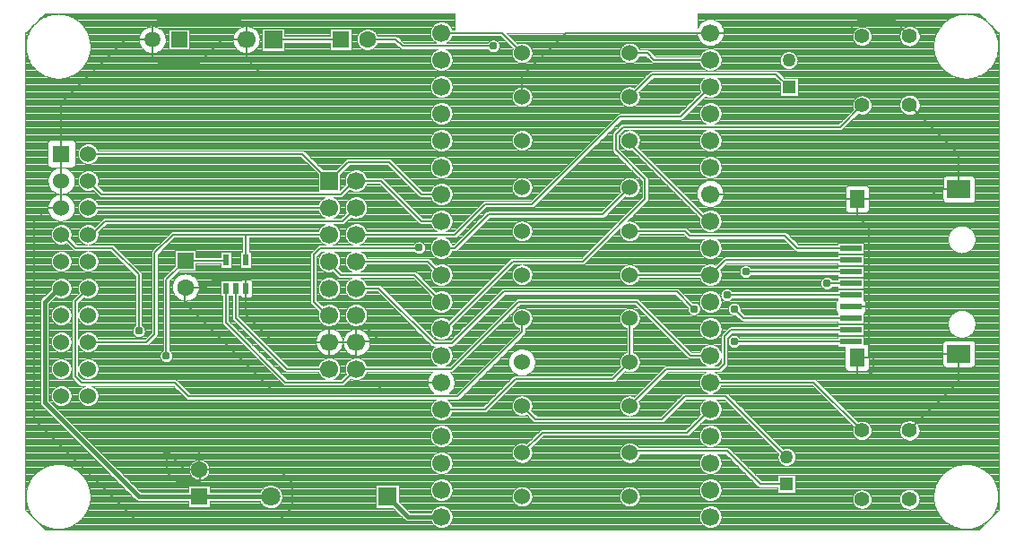
<source format=gbr>
G04 DipTrace 3.3.1.3*
G04 Top.gbr*
%MOIN*%
G04 #@! TF.FileFunction,Copper,L1,Top*
G04 #@! TF.Part,Single*
G04 #@! TA.AperFunction,Conductor*
%ADD13C,0.007874*%
%ADD14C,0.015748*%
G04 #@! TA.AperFunction,CopperBalancing*
%ADD15C,0.003937*%
G04 #@! TA.AperFunction,ComponentPad*
%ADD17R,0.062992X0.062992*%
%ADD18C,0.062992*%
%ADD19R,0.070866X0.070866*%
%ADD20C,0.070866*%
%ADD21C,0.05*%
%ADD22R,0.05X0.05*%
%ADD23R,0.06X0.06*%
%ADD24C,0.06*%
%ADD25R,0.059055X0.059055*%
%ADD26C,0.059055*%
%ADD27R,0.066929X0.066929*%
%ADD28C,0.066929*%
%ADD29C,0.06*%
%ADD30C,0.055118*%
%ADD32R,0.07874X0.023622*%
%ADD33R,0.057087X0.068898*%
%ADD34R,0.088583X0.068898*%
%ADD38R,0.023622X0.043307*%
G04 #@! TA.AperFunction,ViaPad*
%ADD42C,0.031*%
%FSLAX26Y26*%
G04*
G70*
G90*
G75*
G01*
G04 Top*
%LPD*%
X3252075Y690430D2*
D13*
X3025941Y916564D1*
X2873413D1*
X2788051Y831202D1*
X2318701D1*
X2268701Y881202D1*
Y2193702D2*
X2193701Y2268702D1*
X1968701D1*
X3490461Y1337009D2*
X3402075D1*
Y1337005D1*
X1333661Y543702D2*
D14*
X1068701D1*
X843701D1*
X493701Y893702D1*
Y1268702D1*
X543701Y1318702D1*
X555643D1*
X3259953Y2066876D2*
D13*
X3212852Y2113977D1*
X2751476D1*
X2668701Y2031202D1*
Y881202D2*
X2805912Y1018413D1*
X3002664D1*
X3020429Y1036178D1*
Y1139000D1*
X3045210Y1163781D1*
X3490461D1*
X2668701Y1531202D2*
X2874705D1*
X2891929Y1513977D1*
X3245445D1*
X3292492Y1466930D1*
X3490461D1*
X555643Y1618702D2*
Y1718702D1*
Y1818702D1*
Y2005644D1*
X793701Y2243702D1*
X893701D1*
Y2293702D1*
X918701Y2318702D1*
X1218701D1*
X1243701Y2293702D1*
Y2243702D1*
X1241576Y1318702D2*
Y1220826D1*
X1343701Y1118702D1*
X1551316D1*
X1651316D1*
X1243701Y2243702D2*
Y2172561D1*
X1292840Y2123422D1*
X2252953D1*
X2268701Y2107674D1*
X2429728Y2268702D1*
X2968701D1*
X3709395Y789443D2*
X3892144Y972193D1*
Y1074871D1*
X3514395Y1650178D2*
X3309728D1*
X3291205Y1668702D1*
X2968701D1*
X1016773Y1321851D2*
X1090500D1*
X1120815Y1352166D1*
X1241576D1*
Y1318702D1*
X3514043Y1061379D2*
X3558689D1*
Y1250395D1*
X3558094Y1250989D1*
Y1542778D1*
X3514395Y1586477D1*
Y1650178D1*
X2268701Y2107674D2*
Y2031202D1*
X3892280Y1686489D2*
Y1817473D1*
X3709629Y2000124D1*
X3514395Y1650178D2*
X3778677D1*
X3814988Y1686489D1*
X3892280D1*
X3558094Y1250989D2*
Y1250395D1*
X3490461D1*
X3892144Y1074871D2*
X3574437D1*
Y1011938D1*
X3556201Y993702D1*
X3514043D1*
Y1061379D1*
X555643Y1618702D2*
X507567D1*
X455451Y1566586D1*
Y831951D1*
X833091Y454312D1*
X1364925D1*
X1415102Y504489D1*
Y594391D1*
X1365791Y643702D1*
X1068592D1*
X1551316Y1118702D2*
Y1168165D1*
X1650556D1*
X1651316Y1167405D1*
Y1118702D1*
X1551316D2*
Y1067039D1*
X1651290D1*
X1651316Y1067065D1*
Y1118702D1*
Y1167405D2*
X1695283D1*
X1742888Y1119800D1*
X1652415D1*
X1651316Y1118702D1*
X1068701Y643702D2*
X1015957D1*
X948690Y710968D1*
X1071083D1*
X1068701Y708586D1*
Y643702D1*
X948690Y710968D2*
Y634166D1*
X986475Y596382D1*
X1069747D1*
Y642656D1*
X1068701Y643702D1*
X2968701Y2268702D2*
X3473751D1*
X3517589Y2312540D1*
X3653118D1*
X3709629Y2256030D1*
X1968701Y968702D2*
X1760861D1*
X1736214Y944055D1*
X1333272D1*
X1013958Y1263368D1*
Y1321851D1*
X1016773D1*
X1243701Y2243702D2*
X1156201D1*
X1068701Y2156202D1*
X918701D1*
X893701Y2181202D1*
Y2243702D1*
X655643Y1318702D2*
X607266Y1270325D1*
Y989761D1*
X630017Y967010D1*
X977833D1*
X1028352Y916492D1*
X2028991D1*
X2268701Y1156202D1*
Y1206202D1*
X3532230Y789443D2*
X3352971Y968702D1*
X2968701D1*
X2668701Y1206202D2*
Y1043702D1*
X1968701Y868702D2*
X2131201D1*
X2243701Y981202D1*
X2606201D1*
X2668701Y1043702D1*
X3532463Y2000124D2*
X3451041Y1918702D1*
X2643701D1*
X2617060Y1892061D1*
Y1832842D1*
X2726260Y1723643D1*
Y1651261D1*
X2493701Y1418702D1*
X2233391D1*
X1983391Y1168702D1*
X1968701D1*
X3490461Y1120473D2*
X3057035D1*
Y1120470D1*
X3490461Y1293702D2*
X3029724D1*
X2668701Y1868702D2*
Y1857897D1*
X2957896Y1568702D1*
X2968701D1*
X3057035Y1241288D2*
X3091236Y1207088D1*
X3490461D1*
X2268701Y706202D2*
X2343701Y781202D1*
X2881201D1*
X2968701Y868702D1*
X1651316Y1318702D2*
X1735587D1*
X1940311Y1113977D1*
X2007748D1*
X2199972Y1306202D1*
X2843701D1*
X2906201Y1243702D1*
Y1239808D1*
X2907681Y1241288D1*
X1651316Y1518702D2*
X2018701D1*
X2131201Y1631202D1*
X2306201D1*
X2631902Y1956903D1*
X2856902D1*
X2968701Y2068702D1*
X1204175Y1318702D2*
Y1208228D1*
X1393701Y1018702D1*
X1551316D1*
X2668701Y2193702D2*
X2734669D1*
X2759669Y2168702D1*
X2968701D1*
X3490461Y1380316D2*
X3100094D1*
X1968701Y1468702D2*
X2018701D1*
X2143701Y1593702D1*
X2568701D1*
X2668701Y1693702D1*
X1651316Y1418702D2*
X1918701D1*
X1968701Y1368702D1*
X1551316Y1418702D2*
Y1411086D1*
X1593701Y1368702D1*
X1868701D1*
X1968701Y1268702D1*
X655643Y1818702D2*
X1451316D1*
X1551316Y1718702D1*
Y1717634D1*
X1622545Y1788862D1*
X1773541D1*
X1893701Y1668702D1*
X1968701D1*
X1651316Y1718702D2*
X1743701D1*
X1893701Y1568702D1*
X1968701D1*
X1651316Y1718702D2*
X1643701D1*
X1593701Y1668702D1*
X705643D1*
X655643Y1718702D1*
Y1618702D2*
X1551316D1*
X655643Y1518702D2*
X668701D1*
X718701Y1568702D1*
X1601316D1*
X1651316Y1618702D1*
X843339Y1159279D2*
Y1369064D1*
X743701Y1468702D1*
X608707D1*
X558707Y1518702D1*
X555643D1*
X1551316Y1218702D2*
X1543701D1*
X1493701Y1268702D1*
Y1443702D1*
X1517559Y1467560D1*
X1885433D1*
Y1469107D1*
X1166773Y1318702D2*
Y1190618D1*
X1388689Y968702D1*
X1601316D1*
X1651316Y1018702D1*
X2004831D1*
X2254831Y1268702D1*
X2693701D1*
X2893701Y1068702D1*
X2968701D1*
X2668701Y1368702D2*
X2968701D1*
X3023622Y1423623D1*
X3490461D1*
X2161988Y2219690D2*
X1823614D1*
X1799602Y2243702D1*
X1693701D1*
X1343701D2*
X1593701D1*
X1551316Y1518702D2*
X1241576D1*
X971026D1*
X901912Y1449588D1*
Y1148107D1*
X872507Y1118702D1*
X655643D1*
X1241576Y1425001D2*
Y1518702D1*
X1016773Y1421851D2*
X1163623D1*
X1166773Y1425001D1*
X1768701Y543702D2*
D14*
X1843701Y468702D1*
X1968701D1*
X945865Y1066256D2*
D13*
Y1350943D1*
X1016773Y1421851D1*
X3252075Y590430D2*
X3153417D1*
X3029870Y713977D1*
X2676476D1*
X2668701Y706202D1*
D42*
X948690Y710968D3*
X3402075Y1337005D3*
X3057035Y1120470D3*
X3029724Y1293702D3*
X3057035Y1241288D3*
X2907681D3*
X3100094Y1380316D3*
X1885433Y1469107D3*
X843339Y1159279D3*
X2161988Y2219690D3*
X945865Y1066256D3*
X491102Y2337928D2*
D15*
X527955D1*
X559446D2*
X2016336D1*
X2921067D2*
X3902955D1*
X3934446D2*
X3971299D1*
X487297Y2334122D2*
X509707D1*
X577694D2*
X2016336D1*
X2921067D2*
X3884707D1*
X3952694D2*
X3975105D1*
X483490Y2330316D2*
X498665D1*
X588736D2*
X2016336D1*
X2921067D2*
X3873665D1*
X3963736D2*
X3978912D1*
X479684Y2326510D2*
X490130D1*
X597272D2*
X2016336D1*
X2921067D2*
X3865130D1*
X3972272D2*
X3982718D1*
X475878Y2322704D2*
X483025D1*
X604377D2*
X2016336D1*
X2921067D2*
X3858025D1*
X3979377D2*
X3986524D1*
X472079Y2318899D2*
X476890D1*
X610512D2*
X2016336D1*
X2921067D2*
X2957912D1*
X2979068D2*
X3851890D1*
X3985512D2*
X3990323D1*
X468273Y2315093D2*
X471476D1*
X615925D2*
X2016336D1*
X2921067D2*
X2946701D1*
X2990280D2*
X3846476D1*
X3990925D2*
X3994129D1*
X464466Y2311287D2*
X466642D1*
X620762D2*
X2016336D1*
X2921067D2*
X2939319D1*
X2997661D2*
X3841639D1*
X3995762D2*
X3997936D1*
X460660Y2307481D2*
X462257D1*
X625146D2*
X1953322D1*
X1984083D2*
X2016336D1*
X2921067D2*
X2935012D1*
X3001967D2*
X3837256D1*
X4000146D2*
X4001738D1*
X456853Y2303676D2*
X458282D1*
X629121D2*
X1945832D1*
X1991572D2*
X2016336D1*
X2921067D2*
X2931206D1*
X3005774D2*
X3833281D1*
X4004121D2*
X4005549D1*
X453047Y2299870D2*
X454638D1*
X632765D2*
X1940795D1*
X1996608D2*
X2016336D1*
X2921067D2*
X2927554D1*
X3009427D2*
X3829636D1*
X4007765D2*
X4009361D1*
X449241Y2296064D2*
X451299D1*
X636102D2*
X1937004D1*
X2000399D2*
X2016336D1*
X2921067D2*
X2925370D1*
X3011610D2*
X3826299D1*
X4011102D2*
X4013160D1*
X445434Y2292258D2*
X448231D1*
X639171D2*
X884623D1*
X903827D2*
X1230381D1*
X1255736D2*
X1934051D1*
X2003352D2*
X2016336D1*
X2921067D2*
X2923437D1*
X3013549D2*
X3697677D1*
X3721140D2*
X3823231D1*
X4014171D2*
X4016967D1*
X441629Y2288452D2*
X445402D1*
X642000D2*
X872735D1*
X915715D2*
X1220614D1*
X1265501D2*
X1931722D1*
X2005681D2*
X2016336D1*
X3015486D2*
X3517197D1*
X3547728D2*
X3689718D1*
X3729100D2*
X3820402D1*
X4017000D2*
X4020773D1*
X437823Y2284647D2*
X442802D1*
X644600D2*
X865315D1*
X923135D2*
X1213371D1*
X1272738D2*
X1301731D1*
X1385672D2*
X1929915D1*
X2007488D2*
X2016336D1*
X3017047D2*
X3510777D1*
X3554148D2*
X3684412D1*
X3734406D2*
X3817802D1*
X4019600D2*
X4024579D1*
X434016Y2280841D2*
X440403D1*
X646999D2*
X860902D1*
X927549D2*
X955667D1*
X1031734D2*
X1209249D1*
X1276866D2*
X1301731D1*
X1385672D2*
X1553699D1*
X1633703D2*
X1679545D1*
X1707853D2*
X1928546D1*
X2008857D2*
X2016336D1*
X3017693D2*
X3506440D1*
X3558486D2*
X3680606D1*
X3738211D2*
X3815403D1*
X4021999D2*
X4028386D1*
X430210Y2277035D2*
X438196D1*
X649206D2*
X857094D1*
X931356D2*
X955667D1*
X1031734D2*
X1205444D1*
X1280672D2*
X1301731D1*
X1385672D2*
X1553699D1*
X1633703D2*
X1671917D1*
X1715482D2*
X1927576D1*
X3018301D2*
X3503241D1*
X3561684D2*
X3677516D1*
X3741302D2*
X3813196D1*
X4024206D2*
X4032192D1*
X426403Y2273229D2*
X436173D1*
X651228D2*
X853412D1*
X935038D2*
X955667D1*
X1031734D2*
X1201875D1*
X1284240D2*
X1301731D1*
X1385672D2*
X1553699D1*
X1633703D2*
X1666912D1*
X1720495D2*
X1926976D1*
X3018900D2*
X3500819D1*
X3564106D2*
X3675570D1*
X3743248D2*
X3811173D1*
X4026228D2*
X4035999D1*
X422597Y2269424D2*
X434320D1*
X653081D2*
X851182D1*
X937269D2*
X955667D1*
X1031734D2*
X1199769D1*
X1286348D2*
X1301731D1*
X1385672D2*
X1553699D1*
X1633703D2*
X1663190D1*
X1724209D2*
X1926739D1*
X3019245D2*
X3499012D1*
X3565913D2*
X3673633D1*
X3745185D2*
X3809320D1*
X4028081D2*
X4039804D1*
X421067Y2265618D2*
X432629D1*
X654773D2*
X849244D1*
X939206D2*
X955667D1*
X1031734D2*
X1197831D1*
X1288285D2*
X1301731D1*
X1385672D2*
X1553699D1*
X1633703D2*
X1660314D1*
X1727084D2*
X1926846D1*
X2214213D2*
X2918249D1*
X3018723D2*
X3497713D1*
X3567213D2*
X3672487D1*
X3746331D2*
X3807629D1*
X4029773D2*
X4041335D1*
X421067Y2261812D2*
X431091D1*
X656311D2*
X847306D1*
X941144D2*
X955667D1*
X1031734D2*
X1195886D1*
X1290223D2*
X1301731D1*
X1385672D2*
X1553699D1*
X1633703D2*
X1658084D1*
X1729315D2*
X1927307D1*
X2218018D2*
X2918857D1*
X3018123D2*
X3496874D1*
X3568051D2*
X3671879D1*
X3746938D2*
X3806091D1*
X4031311D2*
X4041335D1*
X421067Y2258006D2*
X429707D1*
X657694D2*
X845707D1*
X942744D2*
X955667D1*
X1031734D2*
X1194424D1*
X1291692D2*
X1301731D1*
X1385672D2*
X1553699D1*
X1633703D2*
X1656377D1*
X1731029D2*
X1928130D1*
X2221825D2*
X2919457D1*
X3017524D2*
X3496451D1*
X3568474D2*
X3671280D1*
X3747538D2*
X3804707D1*
X4032694D2*
X4041335D1*
X421067Y2254200D2*
X428461D1*
X658941D2*
X845038D1*
X943404D2*
X955667D1*
X1031734D2*
X1193794D1*
X1292315D2*
X1301731D1*
X1633703D2*
X1655115D1*
X1805902D2*
X1929345D1*
X2008058D2*
X2190772D1*
X2225631D2*
X2920256D1*
X3016724D2*
X3496444D1*
X3568482D2*
X3671287D1*
X3747531D2*
X3803461D1*
X4033941D2*
X4041335D1*
X421067Y2250395D2*
X427354D1*
X660047D2*
X844438D1*
X944012D2*
X955667D1*
X1031734D2*
X1193194D1*
X1292921D2*
X1301731D1*
X1633703D2*
X1654270D1*
X1810339D2*
X1930983D1*
X2006420D2*
X2194579D1*
X2229437D2*
X2922055D1*
X3014924D2*
X3496852D1*
X3568081D2*
X3671887D1*
X3746932D2*
X3802354D1*
X4035047D2*
X4041335D1*
X421067Y2246589D2*
X426377D1*
X661025D2*
X843839D1*
X944612D2*
X955667D1*
X1031734D2*
X1192594D1*
X1293521D2*
X1301731D1*
X1633703D2*
X1653808D1*
X1814144D2*
X1933098D1*
X2004298D2*
X2198385D1*
X2233244D2*
X2923993D1*
X3012979D2*
X3497675D1*
X3567252D2*
X3672487D1*
X3746324D2*
X3801377D1*
X4036025D2*
X4041335D1*
X421067Y2242783D2*
X425531D1*
X661870D2*
X843462D1*
X944988D2*
X955667D1*
X1031734D2*
X1192318D1*
X1293791D2*
X1301731D1*
X1633703D2*
X1653709D1*
X1817951D2*
X1935797D1*
X2001598D2*
X2156677D1*
X2167299D2*
X2202190D1*
X2237050D2*
X2925932D1*
X3011041D2*
X3498950D1*
X3565975D2*
X3673655D1*
X3745163D2*
X3800531D1*
X4036870D2*
X4041335D1*
X421067Y2238977D2*
X424816D1*
X662585D2*
X843962D1*
X944490D2*
X955667D1*
X1031734D2*
X1192871D1*
X1293245D2*
X1301731D1*
X1633703D2*
X1653986D1*
X1821757D2*
X1939241D1*
X1998161D2*
X2147980D1*
X2175996D2*
X2205997D1*
X2240857D2*
X2928507D1*
X3008466D2*
X3500741D1*
X3564184D2*
X3675593D1*
X3743224D2*
X3799816D1*
X4037585D2*
X4041335D1*
X421067Y2235172D2*
X424232D1*
X663169D2*
X844562D1*
X943882D2*
X955667D1*
X1031734D2*
X1193471D1*
X1292638D2*
X1301731D1*
X1633703D2*
X1654631D1*
X1825563D2*
X1943724D1*
X1993678D2*
X2143766D1*
X2180210D2*
X2209803D1*
X2244663D2*
X2932314D1*
X3004667D2*
X3503134D1*
X3561791D2*
X3677538D1*
X3741280D2*
X3799232D1*
X4038169D2*
X4041335D1*
X421067Y2231366D2*
X423760D1*
X663639D2*
X845169D1*
X943282D2*
X955667D1*
X1031734D2*
X1194079D1*
X1292038D2*
X1301731D1*
X1385672D2*
X1553699D1*
X1633703D2*
X1655669D1*
X1731730D2*
X1794510D1*
X2182902D2*
X2213602D1*
X2248469D2*
X2262492D1*
X2274906D2*
X2662490D1*
X2674912D2*
X2936119D1*
X3000861D2*
X3506302D1*
X3558623D2*
X3680644D1*
X3738173D2*
X3798762D1*
X4038639D2*
X4041335D1*
X421067Y2227560D2*
X423421D1*
X663978D2*
X845937D1*
X942505D2*
X955667D1*
X1031734D2*
X1194948D1*
X1291169D2*
X1301731D1*
X1385672D2*
X1553699D1*
X1633703D2*
X1657138D1*
X1730260D2*
X1798310D1*
X2184639D2*
X2217408D1*
X2286585D2*
X2650818D1*
X2686584D2*
X2941403D1*
X2995577D2*
X3510584D1*
X3554348D2*
X3684451D1*
X3734366D2*
X3798424D1*
X4038978D2*
X4041335D1*
X421067Y2223754D2*
X423206D1*
X664201D2*
X847714D1*
X940736D2*
X955667D1*
X1031734D2*
X1196793D1*
X1289323D2*
X1301731D1*
X1385672D2*
X1553699D1*
X1633703D2*
X1659092D1*
X1728307D2*
X1802115D1*
X2185638D2*
X2221214D1*
X2292530D2*
X2644874D1*
X2692528D2*
X2948869D1*
X2988104D2*
X3516882D1*
X3548043D2*
X3689795D1*
X3729022D2*
X3798201D1*
X4039201D2*
X4041337D1*
X421067Y2219949D2*
X423098D1*
X664301D2*
X849652D1*
X938799D2*
X955667D1*
X1031734D2*
X1198731D1*
X1287386D2*
X1301731D1*
X1385672D2*
X1553699D1*
X1633703D2*
X1661613D1*
X1725785D2*
X1805921D1*
X2185992D2*
X2225021D1*
X2296728D2*
X2640675D1*
X2696727D2*
X2964902D1*
X2972071D2*
X3697823D1*
X3720987D2*
X3798101D1*
X4039301D2*
X4041333D1*
X421067Y2216143D2*
X423130D1*
X664277D2*
X851589D1*
X936861D2*
X955667D1*
X1031734D2*
X1200668D1*
X1285440D2*
X1301731D1*
X1385672D2*
X1553699D1*
X1633703D2*
X1664858D1*
X1722541D2*
X1809728D1*
X2185723D2*
X2228827D1*
X2299896D2*
X2637507D1*
X2699895D2*
X3798125D1*
X4039277D2*
X4041343D1*
X421067Y2212337D2*
X423268D1*
X664139D2*
X854096D1*
X934346D2*
X955667D1*
X1031734D2*
X1203406D1*
X1282702D2*
X1301731D1*
X1385672D2*
X1553699D1*
X1633703D2*
X1669126D1*
X1718280D2*
X1813534D1*
X2184815D2*
X2232634D1*
X2302341D2*
X2635062D1*
X2702340D2*
X3798262D1*
X4039139D2*
X4041335D1*
X421067Y2208531D2*
X423529D1*
X663877D2*
X857895D1*
X930555D2*
X955667D1*
X1031734D2*
X1207213D1*
X1278896D2*
X1301731D1*
X1385672D2*
X1553699D1*
X1633703D2*
X1675093D1*
X1712306D2*
X1818678D1*
X2183185D2*
X2233202D1*
X2304202D2*
X2633201D1*
X2704201D2*
X2956390D1*
X2981014D2*
X3798525D1*
X4038877D2*
X4041335D1*
X421067Y2204725D2*
X423913D1*
X663492D2*
X861701D1*
X926749D2*
X1211018D1*
X1275091D2*
X1301731D1*
X1385672D2*
X1553699D1*
X1633703D2*
X1686273D1*
X1701133D2*
X1947554D1*
X1989849D2*
X2143336D1*
X2180640D2*
X2231825D1*
X2305579D2*
X2631824D1*
X2739927D2*
X2947554D1*
X2989849D2*
X3798909D1*
X4038492D2*
X4041335D1*
X421067Y2200920D2*
X424416D1*
X662986D2*
X866837D1*
X921613D2*
X1216623D1*
X1269492D2*
X1942033D1*
X1995370D2*
X2147273D1*
X2176703D2*
X2230888D1*
X2306517D2*
X2630886D1*
X2744886D2*
X2942033D1*
X2995370D2*
X3799416D1*
X4037986D2*
X4041335D1*
X421067Y2197114D2*
X425055D1*
X662346D2*
X874304D1*
X914146D2*
X1224091D1*
X1262025D2*
X1937958D1*
X1999446D2*
X2154685D1*
X2169290D2*
X2230349D1*
X2307055D2*
X2630348D1*
X2748692D2*
X2937958D1*
X2999446D2*
X3246067D1*
X3273836D2*
X3800055D1*
X4037346D2*
X4041335D1*
X421067Y2193308D2*
X425808D1*
X661593D2*
X889660D1*
X898790D2*
X1242076D1*
X1244030D2*
X1934797D1*
X2002606D2*
X2230196D1*
X2307201D2*
X2630202D1*
X2752491D2*
X2934797D1*
X3002606D2*
X3239615D1*
X3280287D2*
X3800808D1*
X4036593D2*
X4041335D1*
X421067Y2189502D2*
X426701D1*
X660701D2*
X1932314D1*
X2005089D2*
X2230427D1*
X2306971D2*
X2630433D1*
X2756297D2*
X2932314D1*
X3005089D2*
X3235386D1*
X3284517D2*
X3801701D1*
X4035701D2*
X4041335D1*
X421067Y2185697D2*
X427715D1*
X659686D2*
X1930367D1*
X2007035D2*
X2231050D1*
X2306356D2*
X2631047D1*
X2760104D2*
X2930367D1*
X3007035D2*
X3232318D1*
X3287585D2*
X3802715D1*
X4034686D2*
X4041335D1*
X421067Y2181891D2*
X428869D1*
X658533D2*
X1928877D1*
X2008520D2*
X2232072D1*
X2305325D2*
X2632071D1*
X2763909D2*
X2928877D1*
X3008520D2*
X3230050D1*
X3289854D2*
X3803869D1*
X4033533D2*
X4041335D1*
X421067Y2178085D2*
X430168D1*
X657234D2*
X1927807D1*
X2009596D2*
X2233541D1*
X2303856D2*
X2633547D1*
X2703854D2*
X2732857D1*
X3009596D2*
X3228404D1*
X3291499D2*
X3805168D1*
X4032234D2*
X4041335D1*
X421067Y2174279D2*
X431606D1*
X655795D2*
X1927108D1*
X2010295D2*
X2235517D1*
X2301887D2*
X2635516D1*
X2701886D2*
X2736663D1*
X3010295D2*
X3227289D1*
X3292622D2*
X3806606D1*
X4030795D2*
X4041335D1*
X421067Y2170473D2*
X433198D1*
X654203D2*
X1926769D1*
X2010634D2*
X2238093D1*
X2299304D2*
X2638092D1*
X2699310D2*
X2740469D1*
X3010634D2*
X3226643D1*
X3293260D2*
X3808198D1*
X4029203D2*
X4041335D1*
X421067Y2166668D2*
X434944D1*
X652458D2*
X1926785D1*
X2010618D2*
X2241445D1*
X2295959D2*
X2641444D1*
X2695958D2*
X2744276D1*
X3010618D2*
X3226451D1*
X3293453D2*
X3809944D1*
X4027458D2*
X4041335D1*
X421067Y2162862D2*
X436850D1*
X650551D2*
X1927146D1*
X2010257D2*
X2245921D1*
X2291484D2*
X2645919D1*
X2691483D2*
X2748081D1*
X3010257D2*
X3226689D1*
X3293214D2*
X3811850D1*
X4025551D2*
X4041335D1*
X421067Y2159056D2*
X438942D1*
X648459D2*
X1927869D1*
X2009534D2*
X2252433D1*
X2284971D2*
X2652432D1*
X2684970D2*
X2752056D1*
X3009534D2*
X3227390D1*
X3292522D2*
X3813942D1*
X4023459D2*
X4041335D1*
X421067Y2155250D2*
X441210D1*
X646192D2*
X1928969D1*
X2008434D2*
X2928969D1*
X3008434D2*
X3228558D1*
X3291345D2*
X3816210D1*
X4021192D2*
X4041335D1*
X421067Y2151445D2*
X443671D1*
X643731D2*
X1930483D1*
X2006920D2*
X2930483D1*
X3006920D2*
X3230265D1*
X3289638D2*
X3818671D1*
X4018731D2*
X4041335D1*
X421067Y2147639D2*
X446354D1*
X641047D2*
X1932459D1*
X2004936D2*
X2932459D1*
X3004936D2*
X3232610D1*
X3287293D2*
X3821354D1*
X4016047D2*
X4041335D1*
X421067Y2143833D2*
X449261D1*
X638140D2*
X1934990D1*
X2002413D2*
X2934990D1*
X3002413D2*
X3235786D1*
X3284125D2*
X3824261D1*
X4013140D2*
X4041335D1*
X421067Y2140027D2*
X452421D1*
X634980D2*
X1938203D1*
X1999199D2*
X2938203D1*
X2999199D2*
X3240185D1*
X3279719D2*
X3827421D1*
X4009980D2*
X4041335D1*
X421067Y2136221D2*
X455858D1*
X631543D2*
X1942356D1*
X1995047D2*
X2942356D1*
X2995047D2*
X3247043D1*
X3272860D2*
X3830858D1*
X4006543D2*
X4041335D1*
X421067Y2132416D2*
X459612D1*
X627790D2*
X1948016D1*
X1989387D2*
X2948016D1*
X2989387D2*
X3834612D1*
X4002790D2*
X4041335D1*
X421067Y2128610D2*
X463724D1*
X623677D2*
X1957304D1*
X1980098D2*
X2957304D1*
X2980098D2*
X3838724D1*
X3998677D2*
X4041335D1*
X421067Y2124804D2*
X468247D1*
X619155D2*
X2745798D1*
X3218526D2*
X3843247D1*
X3994155D2*
X4041335D1*
X421067Y2120998D2*
X473276D1*
X614126D2*
X2741068D1*
X3223262D2*
X3848276D1*
X3989126D2*
X4041335D1*
X421067Y2117193D2*
X478912D1*
X608490D2*
X2737262D1*
X3227070D2*
X3853912D1*
X3983490D2*
X4041335D1*
X421067Y2113387D2*
X485348D1*
X602054D2*
X2733457D1*
X3230875D2*
X3860348D1*
X3977054D2*
X4041335D1*
X421067Y2109581D2*
X492875D1*
X594526D2*
X1960734D1*
X1976669D2*
X2729650D1*
X3234682D2*
X3867875D1*
X3969526D2*
X4041335D1*
X421067Y2105775D2*
X502104D1*
X585298D2*
X1949492D1*
X1987911D2*
X2725844D1*
X3238488D2*
X3877104D1*
X3960298D2*
X4041335D1*
X421067Y2101970D2*
X514598D1*
X572803D2*
X1943371D1*
X1994033D2*
X2722037D1*
X3242294D2*
X3889598D1*
X3947803D2*
X4041335D1*
X421067Y2098164D2*
X1938972D1*
X1998430D2*
X2718231D1*
X2753091D2*
X2938972D1*
X2998430D2*
X3211234D1*
X3293461D2*
X4041335D1*
X421067Y2094358D2*
X1935589D1*
X2001806D2*
X2714425D1*
X2749291D2*
X2935589D1*
X3001806D2*
X3215039D1*
X3293461D2*
X4041335D1*
X421067Y2090552D2*
X1932936D1*
X2004467D2*
X2710618D1*
X2745486D2*
X2932936D1*
X3004467D2*
X3218846D1*
X3293461D2*
X4041335D1*
X421067Y2086746D2*
X1930853D1*
X2006551D2*
X2706812D1*
X2741680D2*
X2930853D1*
X3006551D2*
X3222652D1*
X3293461D2*
X4041335D1*
X421067Y2082941D2*
X1929245D1*
X2008157D2*
X2703005D1*
X2737873D2*
X2929245D1*
X3008157D2*
X3226451D1*
X3293461D2*
X4041335D1*
X421067Y2079135D2*
X1928062D1*
X2009343D2*
X2699199D1*
X2734067D2*
X2928062D1*
X3009343D2*
X3226451D1*
X3293461D2*
X4041335D1*
X421067Y2075329D2*
X1927261D1*
X2010134D2*
X2695394D1*
X2730260D2*
X2927261D1*
X3010134D2*
X3226451D1*
X3293461D2*
X4041335D1*
X421067Y2071523D2*
X1926831D1*
X2010572D2*
X2691594D1*
X2726454D2*
X2926831D1*
X3010572D2*
X3226451D1*
X3293461D2*
X4041335D1*
X421067Y2067718D2*
X1926747D1*
X2010657D2*
X2263122D1*
X2274274D2*
X2657399D1*
X2680003D2*
X2687789D1*
X2722648D2*
X2926747D1*
X3010657D2*
X3226451D1*
X3293461D2*
X4041335D1*
X421067Y2063912D2*
X1927008D1*
X2010395D2*
X2251126D1*
X2286278D2*
X2648749D1*
X2718841D2*
X2927008D1*
X3010395D2*
X3226451D1*
X3293461D2*
X4041335D1*
X421067Y2060106D2*
X1927630D1*
X2009773D2*
X2244790D1*
X2292614D2*
X2643466D1*
X2715035D2*
X2927630D1*
X3009773D2*
X3226451D1*
X3293461D2*
X4041335D1*
X421067Y2056300D2*
X1928622D1*
X2008773D2*
X2240976D1*
X2296428D2*
X2639629D1*
X2711228D2*
X2928622D1*
X3008773D2*
X3226451D1*
X3293461D2*
X4041335D1*
X421067Y2052494D2*
X1930022D1*
X2007381D2*
X2237478D1*
X2299927D2*
X2636699D1*
X2707423D2*
X2930022D1*
X3007381D2*
X3226451D1*
X3293461D2*
X4041335D1*
X421067Y2048689D2*
X1931867D1*
X2005535D2*
X2235409D1*
X2301988D2*
X2634446D1*
X2703617D2*
X2931260D1*
X3005535D2*
X3226451D1*
X3293461D2*
X4041335D1*
X421067Y2044883D2*
X1934228D1*
X2003167D2*
X2233471D1*
X2303933D2*
X2632739D1*
X2704663D2*
X2927454D1*
X3003167D2*
X3226451D1*
X3293461D2*
X4041335D1*
X421067Y2041077D2*
X1937235D1*
X2000160D2*
X2231972D1*
X2305425D2*
X2631501D1*
X2705900D2*
X2923647D1*
X3000160D2*
X3226451D1*
X3293461D2*
X4041335D1*
X421067Y2037271D2*
X1941094D1*
X1996308D2*
X2231341D1*
X2306055D2*
X2630686D1*
X2706715D2*
X2919841D1*
X2996308D2*
X3226451D1*
X3293461D2*
X3702214D1*
X3716596D2*
X4041335D1*
X421067Y2033466D2*
X1946239D1*
X1991156D2*
X2230741D1*
X2306663D2*
X2630264D1*
X2707138D2*
X2916035D1*
X2991156D2*
X3519396D1*
X3545529D2*
X3691333D1*
X3727484D2*
X4041335D1*
X421067Y2029660D2*
X1954021D1*
X1983382D2*
X2230457D1*
X2306940D2*
X2630224D1*
X2707177D2*
X2912228D1*
X2947088D2*
X2954021D1*
X2983382D2*
X3512068D1*
X3552857D2*
X3685235D1*
X3733583D2*
X4041335D1*
X421067Y2025854D2*
X2231010D1*
X2306394D2*
X2630571D1*
X2706831D2*
X2908423D1*
X2943282D2*
X3507362D1*
X3557563D2*
X3681429D1*
X3737388D2*
X4041335D1*
X421067Y2022048D2*
X2231610D1*
X2305786D2*
X2631310D1*
X2706092D2*
X2904615D1*
X2939475D2*
X3503933D1*
X3560992D2*
X3678008D1*
X3740803D2*
X4041335D1*
X421067Y2018242D2*
X2232479D1*
X2304917D2*
X2632470D1*
X2704932D2*
X2900810D1*
X2935669D2*
X3501341D1*
X3563584D2*
X3675986D1*
X3742825D2*
X4041335D1*
X421067Y2014437D2*
X2234333D1*
X2303072D2*
X2634085D1*
X2703316D2*
X2897004D1*
X2931870D2*
X3499396D1*
X3565529D2*
X3674047D1*
X3744770D2*
X4041335D1*
X421067Y2010631D2*
X2236270D1*
X2301134D2*
X2636223D1*
X2701178D2*
X2893197D1*
X2928064D2*
X3497982D1*
X3566944D2*
X3672625D1*
X3746185D2*
X4041335D1*
X421067Y2006825D2*
X1951722D1*
X1985681D2*
X2238862D1*
X2298543D2*
X2639014D1*
X2698387D2*
X2889391D1*
X2924259D2*
X2951722D1*
X2985681D2*
X3497035D1*
X3567890D2*
X3672009D1*
X3746808D2*
X4041335D1*
X421067Y2003019D2*
X1944840D1*
X1992563D2*
X2242668D1*
X2294736D2*
X2642651D1*
X2694751D2*
X2885584D1*
X2920451D2*
X2944840D1*
X2992563D2*
X3496521D1*
X3568404D2*
X3671409D1*
X3747408D2*
X4041335D1*
X421067Y1999214D2*
X1940064D1*
X1997331D2*
X2247028D1*
X2290369D2*
X2647588D1*
X2689814D2*
X2881778D1*
X2916646D2*
X2940064D1*
X2997331D2*
X3496413D1*
X3568512D2*
X3671186D1*
X3747631D2*
X4041335D1*
X421067Y1995408D2*
X1936442D1*
X2000961D2*
X2254441D1*
X2282965D2*
X2655223D1*
X2682178D2*
X2877972D1*
X2912839D2*
X2936442D1*
X3000961D2*
X3496713D1*
X3568213D2*
X3671756D1*
X3747062D2*
X4041335D1*
X421067Y1991602D2*
X1933605D1*
X2003790D2*
X2874173D1*
X2909033D2*
X2933605D1*
X3003790D2*
X3497436D1*
X3567490D2*
X3672364D1*
X3746454D2*
X4041335D1*
X421067Y1987796D2*
X1931375D1*
X2006028D2*
X2870367D1*
X2905227D2*
X2931375D1*
X3006028D2*
X3498597D1*
X3566328D2*
X3673286D1*
X3745524D2*
X4041335D1*
X421067Y1983991D2*
X1929646D1*
X2007759D2*
X2866560D1*
X2901420D2*
X2929646D1*
X3007759D2*
X3498896D1*
X3564668D2*
X3675169D1*
X3743648D2*
X4041335D1*
X421067Y1980185D2*
X1928345D1*
X2009050D2*
X2862755D1*
X2897614D2*
X2928345D1*
X3009050D2*
X3495091D1*
X3562430D2*
X3677108D1*
X3741710D2*
X4041335D1*
X421067Y1976379D2*
X1927446D1*
X2009957D2*
X2858949D1*
X2893807D2*
X2927446D1*
X3009957D2*
X3491283D1*
X3559478D2*
X3679822D1*
X3738996D2*
X4041335D1*
X421067Y1972573D2*
X1926916D1*
X2010488D2*
X2855142D1*
X2890001D2*
X2926916D1*
X3010488D2*
X3487478D1*
X3555509D2*
X3683629D1*
X3735189D2*
X4041335D1*
X421067Y1968767D2*
X1926731D1*
X2010672D2*
X2629417D1*
X2886196D2*
X2926731D1*
X3010672D2*
X3483672D1*
X3549858D2*
X3688188D1*
X3730630D2*
X4041335D1*
X421067Y1964962D2*
X1926900D1*
X2010503D2*
X2622528D1*
X2882388D2*
X2926900D1*
X3010503D2*
X3479873D1*
X3514732D2*
X3526079D1*
X3538846D2*
X3695655D1*
X3723163D2*
X4041335D1*
X421067Y1961156D2*
X1927423D1*
X2009980D2*
X2618722D1*
X2878583D2*
X2927423D1*
X3009980D2*
X3476067D1*
X3510927D2*
X4041335D1*
X421067Y1957350D2*
X1928315D1*
X2009088D2*
X2614915D1*
X2874783D2*
X2928315D1*
X3009088D2*
X3472260D1*
X3507119D2*
X4041335D1*
X421067Y1953544D2*
X1929592D1*
X2007804D2*
X2611109D1*
X2870978D2*
X2929592D1*
X3007804D2*
X3468454D1*
X3503314D2*
X4041335D1*
X421067Y1949739D2*
X1931306D1*
X2006089D2*
X2607303D1*
X2867172D2*
X2931306D1*
X3006089D2*
X3464648D1*
X3499507D2*
X4041335D1*
X421067Y1945933D2*
X1933521D1*
X2003882D2*
X2603504D1*
X2862273D2*
X2933521D1*
X3003882D2*
X3460841D1*
X3495701D2*
X4041335D1*
X421067Y1942127D2*
X1936335D1*
X2001068D2*
X2599698D1*
X2634558D2*
X2936335D1*
X3001068D2*
X3457035D1*
X3491895D2*
X4041335D1*
X421067Y1938321D2*
X1939927D1*
X1997478D2*
X2595891D1*
X2630751D2*
X2939927D1*
X2997478D2*
X3453228D1*
X3488088D2*
X4041335D1*
X421067Y1934515D2*
X1944647D1*
X1992756D2*
X2592085D1*
X2626945D2*
X2944647D1*
X2992756D2*
X3449423D1*
X3484282D2*
X4041335D1*
X421067Y1930710D2*
X1951421D1*
X1985982D2*
X2588280D1*
X2623138D2*
X2642336D1*
X3480483D2*
X4041335D1*
X421067Y1926904D2*
X2584472D1*
X2619332D2*
X2634470D1*
X3476677D2*
X4041335D1*
X421067Y1923098D2*
X2580667D1*
X2615526D2*
X2630663D1*
X3472871D2*
X4041335D1*
X421067Y1919292D2*
X2576860D1*
X2611719D2*
X2626857D1*
X3469064D2*
X4041335D1*
X421067Y1915487D2*
X2573054D1*
X2607913D2*
X2623051D1*
X3465259D2*
X4041335D1*
X421067Y1911681D2*
X2569248D1*
X2604114D2*
X2619252D1*
X3461451D2*
X4041335D1*
X421067Y1907875D2*
X1954382D1*
X1983021D2*
X2565441D1*
X2600308D2*
X2615446D1*
X3456715D2*
X4041335D1*
X421067Y1904069D2*
X1946454D1*
X1990949D2*
X2254110D1*
X2283287D2*
X2561635D1*
X2596503D2*
X2611639D1*
X2646499D2*
X2654109D1*
X2683293D2*
X2946454D1*
X2990949D2*
X4041335D1*
X421067Y1900263D2*
X1941248D1*
X1996155D2*
X2246944D1*
X2290454D2*
X2557828D1*
X2592696D2*
X2607841D1*
X2642693D2*
X2646950D1*
X2690451D2*
X2941248D1*
X2996155D2*
X4041335D1*
X421067Y1896458D2*
X1937358D1*
X2000046D2*
X2242192D1*
X2295214D2*
X2554022D1*
X2588890D2*
X2605450D1*
X2638886D2*
X2642190D1*
X2695211D2*
X2937358D1*
X3000046D2*
X4041335D1*
X421067Y1892652D2*
X1934320D1*
X2003075D2*
X2238661D1*
X2298735D2*
X2550217D1*
X2585083D2*
X2604634D1*
X2635080D2*
X2638660D1*
X2698741D2*
X2934320D1*
X3003075D2*
X4041335D1*
X421067Y1888846D2*
X1931937D1*
X2005466D2*
X2235955D1*
X2301442D2*
X2546417D1*
X2581277D2*
X2604619D1*
X2631274D2*
X2635954D1*
X2701448D2*
X2931937D1*
X3005466D2*
X4041335D1*
X421067Y1885040D2*
X1930076D1*
X2007327D2*
X2233879D1*
X2303526D2*
X2542612D1*
X2577471D2*
X2604619D1*
X2629497D2*
X2633878D1*
X2703524D2*
X2930076D1*
X3007327D2*
X4041335D1*
X421067Y1881235D2*
X1928669D1*
X2008735D2*
X2232318D1*
X2305087D2*
X2538804D1*
X2573664D2*
X2604619D1*
X2629497D2*
X2632316D1*
X2705085D2*
X2928669D1*
X3008735D2*
X4041335D1*
X421067Y1877429D2*
X1927661D1*
X2009741D2*
X2231211D1*
X2306194D2*
X2534999D1*
X2569858D2*
X2604619D1*
X2629497D2*
X2631209D1*
X2706193D2*
X2927661D1*
X3009741D2*
X4041335D1*
X421067Y1873623D2*
X1927024D1*
X2010381D2*
X2230518D1*
X2306886D2*
X2531193D1*
X2566051D2*
X2604619D1*
X2706885D2*
X2927024D1*
X3010381D2*
X4041335D1*
X421067Y1869817D2*
X512453D1*
X600301D2*
X1926747D1*
X2010657D2*
X2230211D1*
X2307186D2*
X2527386D1*
X2562245D2*
X2604619D1*
X2707192D2*
X2926747D1*
X3010657D2*
X4041335D1*
X421067Y1866012D2*
X507262D1*
X605499D2*
X1926823D1*
X2010580D2*
X2230295D1*
X2307109D2*
X2523580D1*
X2558440D2*
X2604619D1*
X2707108D2*
X2926823D1*
X3010580D2*
X4041335D1*
X421067Y1862206D2*
X505102D1*
X607652D2*
X1927247D1*
X2010157D2*
X2230757D1*
X2306647D2*
X2519773D1*
X2554633D2*
X2604619D1*
X2629497D2*
X2630756D1*
X2706646D2*
X2927247D1*
X3010157D2*
X4041335D1*
X421067Y1858400D2*
X504364D1*
X608390D2*
X1928030D1*
X2009373D2*
X2231618D1*
X2305786D2*
X2515967D1*
X2550827D2*
X2604619D1*
X2629497D2*
X2631617D1*
X2705785D2*
X2928030D1*
X3009373D2*
X4041335D1*
X421067Y1854594D2*
X504348D1*
X608406D2*
X642436D1*
X668845D2*
X1929199D1*
X2008203D2*
X2232903D1*
X2304495D2*
X2512161D1*
X2547028D2*
X2604619D1*
X2629497D2*
X2632902D1*
X2704500D2*
X2929199D1*
X3008203D2*
X4041335D1*
X421067Y1850788D2*
X504348D1*
X608406D2*
X634685D1*
X676604D2*
X1930791D1*
X2006612D2*
X2234671D1*
X2302734D2*
X2508354D1*
X2543222D2*
X2604619D1*
X2629497D2*
X2634669D1*
X2702732D2*
X2930791D1*
X3006612D2*
X4041335D1*
X421067Y1846983D2*
X504348D1*
X608406D2*
X629702D1*
X681587D2*
X1932860D1*
X2004543D2*
X2236993D1*
X2300411D2*
X2504549D1*
X2539416D2*
X2604619D1*
X2629497D2*
X2636992D1*
X2700409D2*
X2932860D1*
X3004543D2*
X4041335D1*
X421067Y1843177D2*
X504348D1*
X608406D2*
X626034D1*
X685247D2*
X1935490D1*
X2001913D2*
X2240008D1*
X2297398D2*
X2500741D1*
X2535609D2*
X2604619D1*
X2629497D2*
X2640007D1*
X2700856D2*
X2935490D1*
X3001913D2*
X4041335D1*
X421067Y1839371D2*
X504348D1*
X608406D2*
X623227D1*
X688052D2*
X1938841D1*
X1998562D2*
X2243975D1*
X2293429D2*
X2496936D1*
X2531803D2*
X2604619D1*
X2629497D2*
X2643974D1*
X2704655D2*
X2938841D1*
X2998562D2*
X4041335D1*
X421067Y1835565D2*
X504348D1*
X608406D2*
X621075D1*
X690214D2*
X1943202D1*
X1994201D2*
X2249480D1*
X2287916D2*
X2493130D1*
X2527996D2*
X2604619D1*
X2631766D2*
X2649479D1*
X2708461D2*
X2943202D1*
X2994201D2*
X4041335D1*
X421067Y1831760D2*
X504348D1*
X608406D2*
X619445D1*
X691844D2*
X1949238D1*
X1988165D2*
X2258946D1*
X2278458D2*
X2489331D1*
X2524190D2*
X2604665D1*
X2635572D2*
X2658945D1*
X2712266D2*
X2949238D1*
X2988165D2*
X4041335D1*
X421067Y1827954D2*
X504348D1*
X608406D2*
X618276D1*
X1459429D2*
X1960056D1*
X1977346D2*
X2485525D1*
X2520385D2*
X2605657D1*
X2639378D2*
X2681214D1*
X2716073D2*
X2960056D1*
X2977346D2*
X4041335D1*
X421067Y1824148D2*
X504348D1*
X608406D2*
X617530D1*
X1463304D2*
X2481718D1*
X2516577D2*
X2608325D1*
X2643185D2*
X2685020D1*
X2719879D2*
X4041335D1*
X421067Y1820342D2*
X504348D1*
X608406D2*
X617176D1*
X1467104D2*
X2477912D1*
X2512772D2*
X2612131D1*
X2646991D2*
X2688827D1*
X2723686D2*
X4041335D1*
X421067Y1816536D2*
X504348D1*
X608406D2*
X617199D1*
X1470909D2*
X2474106D1*
X2508965D2*
X2615938D1*
X2650798D2*
X2692633D1*
X2727492D2*
X4041335D1*
X421067Y1812731D2*
X504348D1*
X608406D2*
X617606D1*
X1474717D2*
X2470299D1*
X2505159D2*
X2619744D1*
X2654604D2*
X2696440D1*
X2731298D2*
X4041335D1*
X421067Y1808925D2*
X504348D1*
X608406D2*
X618413D1*
X1478522D2*
X1957789D1*
X1979606D2*
X2466493D1*
X2501353D2*
X2623543D1*
X2658409D2*
X2700245D1*
X2735105D2*
X2957789D1*
X2979606D2*
X4041335D1*
X421067Y1805119D2*
X504348D1*
X608406D2*
X619644D1*
X691644D2*
X1447470D1*
X1482329D2*
X1948253D1*
X1989150D2*
X2462686D1*
X2497546D2*
X2627349D1*
X2662217D2*
X2704051D1*
X2738911D2*
X2948253D1*
X2989150D2*
X4041335D1*
X421067Y1801313D2*
X504348D1*
X608406D2*
X621336D1*
X689953D2*
X1451276D1*
X1486135D2*
X1942517D1*
X1994878D2*
X2458881D1*
X2493740D2*
X2631155D1*
X2666022D2*
X2707850D1*
X2742718D2*
X2942517D1*
X2994878D2*
X4041335D1*
X421067Y1797508D2*
X504348D1*
X608406D2*
X623573D1*
X687707D2*
X1455081D1*
X1489941D2*
X1613762D1*
X1782325D2*
X1938327D1*
X1999076D2*
X2455075D1*
X2489941D2*
X2634962D1*
X2669829D2*
X2711656D1*
X2746524D2*
X2938327D1*
X2999076D2*
X4041335D1*
X421067Y1793702D2*
X504348D1*
X608406D2*
X626488D1*
X684801D2*
X1458888D1*
X1493748D2*
X1609955D1*
X1786133D2*
X1935089D1*
X2002314D2*
X2451268D1*
X2486135D2*
X2638768D1*
X2673635D2*
X2715463D1*
X2750329D2*
X2935089D1*
X3002314D2*
X4041335D1*
X421067Y1789896D2*
X504348D1*
X608406D2*
X630294D1*
X680987D2*
X1462694D1*
X1497554D2*
X1606150D1*
X1789938D2*
X1932537D1*
X2004860D2*
X2447462D1*
X2482329D2*
X2642575D1*
X2677441D2*
X2719269D1*
X2754136D2*
X2932537D1*
X3004860D2*
X4041335D1*
X421067Y1786090D2*
X504348D1*
X608406D2*
X635530D1*
X675757D2*
X1466493D1*
X1501361D2*
X1602343D1*
X1793744D2*
X1930545D1*
X2006858D2*
X2443655D1*
X2478522D2*
X2646381D1*
X2681240D2*
X2723075D1*
X2757942D2*
X2930545D1*
X3006858D2*
X4041335D1*
X421067Y1782284D2*
X504348D1*
X608406D2*
X644020D1*
X667268D2*
X1470299D1*
X1505167D2*
X1598537D1*
X1797551D2*
X1929014D1*
X2008388D2*
X2439849D1*
X2474717D2*
X2650186D1*
X2685046D2*
X2726882D1*
X2761741D2*
X2929014D1*
X3008388D2*
X4041335D1*
X421067Y1778479D2*
X504726D1*
X608029D2*
X1474106D1*
X1508972D2*
X1594731D1*
X1801357D2*
X1927900D1*
X2009504D2*
X2436043D1*
X2470909D2*
X2653993D1*
X2688853D2*
X2730688D1*
X2765547D2*
X2927900D1*
X3009504D2*
X4041335D1*
X421067Y1774673D2*
X506340D1*
X606413D2*
X1477912D1*
X1512780D2*
X1590924D1*
X1625783D2*
X1770297D1*
X1805164D2*
X1927161D1*
X2010241D2*
X2432244D1*
X2467104D2*
X2657799D1*
X2692659D2*
X2734495D1*
X2769353D2*
X2927161D1*
X3010241D2*
X4041335D1*
X421067Y1770867D2*
X510046D1*
X602707D2*
X1481718D1*
X1516585D2*
X1587118D1*
X1621978D2*
X1774102D1*
X1808970D2*
X1926793D1*
X2010610D2*
X2428438D1*
X2463298D2*
X2661606D1*
X2696465D2*
X2738301D1*
X2773160D2*
X2926793D1*
X3010610D2*
X4041335D1*
X421067Y1767061D2*
X543911D1*
X567274D2*
X1485525D1*
X1520391D2*
X1583311D1*
X1618178D2*
X1777909D1*
X1812776D2*
X1926761D1*
X2010634D2*
X2424631D1*
X2459491D2*
X2665412D1*
X2700272D2*
X2742106D1*
X2776966D2*
X2926761D1*
X3010634D2*
X4041335D1*
X421067Y1763256D2*
X533461D1*
X577732D2*
X1489331D1*
X1524190D2*
X1579505D1*
X1614373D2*
X1781715D1*
X1816575D2*
X1927092D1*
X2010311D2*
X2420825D1*
X2455685D2*
X2669218D1*
X2704077D2*
X2745913D1*
X2780773D2*
X2927092D1*
X3010311D2*
X4041335D1*
X421067Y1759450D2*
X526148D1*
X585045D2*
X1493138D1*
X1610566D2*
X1642675D1*
X1659963D2*
X1785521D1*
X1820381D2*
X1927777D1*
X2009626D2*
X2417020D1*
X2451878D2*
X2673025D1*
X2707885D2*
X2749719D1*
X2784579D2*
X2927777D1*
X3009626D2*
X4041335D1*
X421067Y1755644D2*
X521942D1*
X589243D2*
X645888D1*
X665400D2*
X1496944D1*
X1606760D2*
X1631848D1*
X1670782D2*
X1789328D1*
X1824188D2*
X1928837D1*
X2008566D2*
X2413213D1*
X2448072D2*
X2676831D1*
X2711690D2*
X2753526D1*
X2788385D2*
X2928837D1*
X3008566D2*
X4041335D1*
X421067Y1751838D2*
X518135D1*
X593050D2*
X636423D1*
X674858D2*
X1500749D1*
X1602954D2*
X1625811D1*
X1676819D2*
X1793134D1*
X1827993D2*
X1930307D1*
X2007097D2*
X2409407D1*
X2444266D2*
X2680630D1*
X2715496D2*
X2757332D1*
X2792192D2*
X2930307D1*
X3007097D2*
X4041335D1*
X421067Y1748033D2*
X514529D1*
X596664D2*
X630917D1*
X680371D2*
X1504556D1*
X1599147D2*
X1621459D1*
X1681178D2*
X1796941D1*
X1831799D2*
X1932236D1*
X2005167D2*
X2405600D1*
X2440459D2*
X2684436D1*
X2719303D2*
X2761138D1*
X2795997D2*
X2932236D1*
X3005167D2*
X4041335D1*
X421067Y1744227D2*
X512385D1*
X598802D2*
X626949D1*
X684339D2*
X1508362D1*
X1595341D2*
X1618106D1*
X1684524D2*
X1800747D1*
X1835606D2*
X1934697D1*
X2002698D2*
X2401794D1*
X2436654D2*
X2688241D1*
X2723109D2*
X2764937D1*
X2799804D2*
X2934697D1*
X3002698D2*
X4041335D1*
X421067Y1740421D2*
X510446D1*
X600747D2*
X623934D1*
X687353D2*
X1509346D1*
X1593287D2*
X1615469D1*
X1687161D2*
X1804552D1*
X1839412D2*
X1937835D1*
X1999568D2*
X2397988D1*
X2432854D2*
X2692049D1*
X2726916D2*
X2768743D1*
X2803610D2*
X2937835D1*
X2999568D2*
X4041335D1*
X421067Y1736615D2*
X508508D1*
X602685D2*
X621613D1*
X689676D2*
X1509346D1*
X1593287D2*
X1613408D1*
X1689230D2*
X1808360D1*
X1843219D2*
X1941871D1*
X1995531D2*
X2394181D1*
X2429049D2*
X2695854D1*
X2730722D2*
X2772550D1*
X2807416D2*
X2941871D1*
X2995531D2*
X4041335D1*
X421067Y1732809D2*
X506993D1*
X604199D2*
X619844D1*
X691436D2*
X1509346D1*
X1593287D2*
X1611816D1*
X1690822D2*
X1812165D1*
X1847025D2*
X1947323D1*
X1990072D2*
X2390375D1*
X2425243D2*
X2699661D1*
X2734528D2*
X2776356D1*
X2811223D2*
X2947323D1*
X2990072D2*
X3837064D1*
X3947957D2*
X4041335D1*
X421067Y1729004D2*
X506364D1*
X604829D2*
X618560D1*
X692728D2*
X1509346D1*
X1593287D2*
X1610647D1*
X1750337D2*
X1815965D1*
X1850831D2*
X1955958D1*
X1981445D2*
X2253949D1*
X2283457D2*
X2386568D1*
X2421436D2*
X2653948D1*
X2683454D2*
X2703467D1*
X2737442D2*
X2780161D1*
X2815029D2*
X2955958D1*
X2981445D2*
X3834066D1*
X3950955D2*
X4041335D1*
X421067Y1725198D2*
X505756D1*
X605437D2*
X617699D1*
X693589D2*
X1509346D1*
X1593287D2*
X1609856D1*
X1754636D2*
X1819770D1*
X1854638D2*
X2246852D1*
X2290554D2*
X2382762D1*
X2417630D2*
X2646849D1*
X2690552D2*
X2707273D1*
X2738604D2*
X2783969D1*
X2818828D2*
X3832804D1*
X3952217D2*
X4041335D1*
X421067Y1721392D2*
X505156D1*
X606037D2*
X617238D1*
X694051D2*
X1509346D1*
X1593287D2*
X1609433D1*
X1758442D2*
X1823576D1*
X1858444D2*
X2242122D1*
X2295282D2*
X2378957D1*
X2413823D2*
X2642121D1*
X2695281D2*
X2711080D1*
X2738703D2*
X2787774D1*
X2822634D2*
X3832627D1*
X3952394D2*
X4041335D1*
X421067Y1717586D2*
X504848D1*
X606345D2*
X617154D1*
X694127D2*
X1509346D1*
X1593287D2*
X1609364D1*
X1762248D2*
X1827383D1*
X1862251D2*
X2238608D1*
X2298789D2*
X2375157D1*
X2410017D2*
X2638606D1*
X2698795D2*
X2713818D1*
X2738703D2*
X2791581D1*
X2826440D2*
X2949261D1*
X2985936D2*
X3832627D1*
X3952394D2*
X4041335D1*
X421067Y1713781D2*
X505386D1*
X605806D2*
X617461D1*
X693828D2*
X1509346D1*
X1593287D2*
X1609640D1*
X1766055D2*
X1831189D1*
X1866056D2*
X2235917D1*
X2301488D2*
X2371352D1*
X2406211D2*
X2635915D1*
X2701487D2*
X2713818D1*
X2738703D2*
X2795387D1*
X2830247D2*
X2941787D1*
X2993409D2*
X3832627D1*
X3952394D2*
X4041335D1*
X421067Y1709975D2*
X505987D1*
X605206D2*
X618152D1*
X693135D2*
X1509346D1*
X1593287D2*
X1610270D1*
X1769861D2*
X1834996D1*
X1869862D2*
X1963310D1*
X1974093D2*
X2233848D1*
X2303556D2*
X2367545D1*
X2402404D2*
X2633846D1*
X2703555D2*
X2713818D1*
X2738703D2*
X2799193D1*
X2834052D2*
X2935882D1*
X2999315D2*
X3832627D1*
X3952394D2*
X4041335D1*
X421067Y1706169D2*
X506593D1*
X604598D2*
X619260D1*
X692029D2*
X1509346D1*
X1593287D2*
X1611278D1*
X1691352D2*
X1738801D1*
X1773668D2*
X1838802D1*
X1873661D2*
X1950291D1*
X1987112D2*
X2232295D1*
X2305110D2*
X2363739D1*
X2398598D2*
X2632294D1*
X2705108D2*
X2713818D1*
X2738703D2*
X2803000D1*
X2837860D2*
X2932075D1*
X3003121D2*
X3832627D1*
X3952394D2*
X4041335D1*
X421067Y1702363D2*
X507424D1*
X603769D2*
X620820D1*
X690467D2*
X1509346D1*
X1593287D2*
X1609933D1*
X1689937D2*
X1742606D1*
X1777474D2*
X1842608D1*
X1877467D2*
X1943909D1*
X1993493D2*
X2231196D1*
X2306209D2*
X2359933D1*
X2394791D2*
X2631194D1*
X2706207D2*
X2713818D1*
X2738703D2*
X2806806D1*
X2841665D2*
X2928269D1*
X3006928D2*
X3832627D1*
X3952394D2*
X4041335D1*
X421067Y1698557D2*
X509255D1*
X601938D2*
X622896D1*
X693220D2*
X1509346D1*
X1593287D2*
X1606126D1*
X1688076D2*
X1746413D1*
X1781280D2*
X1846415D1*
X1881274D2*
X1939373D1*
X1998030D2*
X2230510D1*
X2306894D2*
X2356126D1*
X2390986D2*
X2630509D1*
X2706892D2*
X2713818D1*
X2738703D2*
X2810613D1*
X2845471D2*
X2925370D1*
X3009819D2*
X3476497D1*
X3551787D2*
X3832627D1*
X3952394D2*
X4041335D1*
X421067Y1694752D2*
X511192D1*
X600001D2*
X625604D1*
X697026D2*
X1509346D1*
X1593287D2*
X1602320D1*
X1685692D2*
X1750219D1*
X1785079D2*
X1850220D1*
X1885080D2*
X1935904D1*
X2001499D2*
X2230211D1*
X2307193D2*
X2352320D1*
X2387180D2*
X2630210D1*
X2707192D2*
X2713818D1*
X2738703D2*
X2814419D1*
X2849278D2*
X2923432D1*
X3011756D2*
X3472291D1*
X3555987D2*
X3832627D1*
X3952394D2*
X4041335D1*
X421067Y1690946D2*
X513130D1*
X598063D2*
X629133D1*
X700833D2*
X1509346D1*
X1593287D2*
X1598513D1*
X1682663D2*
X1754025D1*
X1788885D2*
X1854028D1*
X1888886D2*
X1933182D1*
X2004220D2*
X2230295D1*
X2307101D2*
X2348513D1*
X2383373D2*
X2630294D1*
X2707108D2*
X2713818D1*
X2738703D2*
X2818224D1*
X2853084D2*
X2921495D1*
X3013702D2*
X3470461D1*
X3557816D2*
X3832627D1*
X3952394D2*
X4041335D1*
X421067Y1687140D2*
X515790D1*
X595403D2*
X633892D1*
X704639D2*
X1509346D1*
X1593287D2*
X1594713D1*
X1678772D2*
X1757832D1*
X1792692D2*
X1857833D1*
X1892693D2*
X1931045D1*
X2006358D2*
X2230765D1*
X2306633D2*
X2344707D1*
X2379567D2*
X2630764D1*
X2706638D2*
X2713818D1*
X2738703D2*
X2822024D1*
X2856891D2*
X2919610D1*
X3015585D2*
X3469953D1*
X3558332D2*
X3832627D1*
X3952394D2*
X4041335D1*
X421067Y1683334D2*
X519597D1*
X591596D2*
X641051D1*
X670236D2*
X673579D1*
X708445D2*
X1509346D1*
X1625768D2*
X1629072D1*
X1673566D2*
X1761638D1*
X1796497D2*
X1861639D1*
X1896499D2*
X1929391D1*
X2008012D2*
X2231634D1*
X2305770D2*
X2340902D1*
X2375768D2*
X2631633D1*
X2705769D2*
X2713818D1*
X2738703D2*
X2825829D1*
X2860697D2*
X2918664D1*
X3016524D2*
X3469953D1*
X3558332D2*
X3832627D1*
X3952394D2*
X4041335D1*
X421067Y1679529D2*
X523403D1*
X587790D2*
X677385D1*
X1621962D2*
X1637000D1*
X1665638D2*
X1765445D1*
X1800303D2*
X1865446D1*
X2009235D2*
X2232933D1*
X2304471D2*
X2337094D1*
X2371962D2*
X2632932D1*
X2704470D2*
X2713818D1*
X2738703D2*
X2829636D1*
X2864503D2*
X2918064D1*
X3017131D2*
X3469953D1*
X3558332D2*
X3832627D1*
X3952394D2*
X4041335D1*
X421067Y1675723D2*
X528854D1*
X582339D2*
X681190D1*
X1618156D2*
X1769251D1*
X1804110D2*
X1869252D1*
X2010072D2*
X2234702D1*
X2302696D2*
X2333289D1*
X2368156D2*
X2633293D1*
X2702694D2*
X2713818D1*
X2738703D2*
X2833442D1*
X2868310D2*
X2917465D1*
X3017731D2*
X3469953D1*
X3558332D2*
X3832627D1*
X3952394D2*
X4041335D1*
X421067Y1671917D2*
X536322D1*
X574871D2*
X684997D1*
X1614349D2*
X1773056D1*
X1807916D2*
X1873051D1*
X2010542D2*
X2237039D1*
X2300365D2*
X2329482D1*
X2364349D2*
X2629487D1*
X2700364D2*
X2713818D1*
X2738703D2*
X2837248D1*
X2872115D2*
X2916888D1*
X3018308D2*
X3469953D1*
X3558332D2*
X3832627D1*
X3952394D2*
X4041335D1*
X421067Y1668111D2*
X551516D1*
X558723D2*
X688803D1*
X1610543D2*
X1776864D1*
X1811723D2*
X1876857D1*
X2010664D2*
X2240070D1*
X2297336D2*
X2325676D1*
X2360543D2*
X2625681D1*
X2697335D2*
X2713818D1*
X2738703D2*
X2841055D1*
X2875915D2*
X2917080D1*
X3018115D2*
X3469953D1*
X3558332D2*
X3832627D1*
X3952394D2*
X4041335D1*
X421067Y1664305D2*
X535499D1*
X574741D2*
X692610D1*
X1606736D2*
X1780669D1*
X1815529D2*
X1880663D1*
X2010434D2*
X2244052D1*
X2293345D2*
X2321870D1*
X2356736D2*
X2621874D1*
X2693350D2*
X2713818D1*
X2738703D2*
X2844861D1*
X2879720D2*
X2917680D1*
X3017508D2*
X3469953D1*
X3558332D2*
X3832627D1*
X3952394D2*
X4041335D1*
X421067Y1660500D2*
X528024D1*
X582207D2*
X696416D1*
X1602930D2*
X1784469D1*
X1819335D2*
X1884470D1*
X2009849D2*
X2249596D1*
X2287801D2*
X2318071D1*
X2352930D2*
X2618068D1*
X2687807D2*
X2713818D1*
X2738703D2*
X2848668D1*
X2883526D2*
X2918287D1*
X3016908D2*
X3469953D1*
X3558332D2*
X3832627D1*
X3952394D2*
X4041335D1*
X421067Y1656694D2*
X522749D1*
X587490D2*
X652248D1*
X659033D2*
X704274D1*
X1595072D2*
X1634039D1*
X1668591D2*
X1788274D1*
X1823142D2*
X1892336D1*
X2008896D2*
X2259209D1*
X2278197D2*
X2314265D1*
X2349125D2*
X2614261D1*
X2649121D2*
X2659206D1*
X2678196D2*
X2713818D1*
X2738703D2*
X2852474D1*
X2887333D2*
X2918895D1*
X3016301D2*
X3469953D1*
X3558332D2*
X3832627D1*
X3952394D2*
X4041335D1*
X421067Y1652888D2*
X518944D1*
X591297D2*
X638407D1*
X672882D2*
X1527262D1*
X1575371D2*
X1627265D1*
X1675373D2*
X1792080D1*
X1826948D2*
X1929861D1*
X2007542D2*
X2310458D1*
X2345318D2*
X2610455D1*
X2645315D2*
X2710457D1*
X2738703D2*
X2856280D1*
X2891139D2*
X2920264D1*
X3014924D2*
X3469953D1*
X3558332D2*
X3832627D1*
X3952394D2*
X4041335D1*
X421067Y1649082D2*
X515136D1*
X595102D2*
X632240D1*
X679049D2*
X1522542D1*
X1580093D2*
X1622543D1*
X1680094D2*
X1795887D1*
X1830755D2*
X1931652D1*
X2005751D2*
X2306652D1*
X2341512D2*
X2606650D1*
X2641516D2*
X2706651D1*
X2738504D2*
X2860087D1*
X2894946D2*
X2922210D1*
X3012987D2*
X3469953D1*
X3558332D2*
X3832627D1*
X3952394D2*
X4041335D1*
X421067Y1645277D2*
X512560D1*
X597678D2*
X627933D1*
X683354D2*
X1518950D1*
X1583684D2*
X1618953D1*
X1683685D2*
X1799693D1*
X1834560D2*
X1933959D1*
X2003444D2*
X2302846D1*
X2337705D2*
X2602843D1*
X2637710D2*
X2702844D1*
X2737112D2*
X2863892D1*
X2898752D2*
X2924147D1*
X3011049D2*
X3469953D1*
X3558332D2*
X3833211D1*
X3951810D2*
X4041335D1*
X421067Y1641471D2*
X510623D1*
X599617D2*
X624689D1*
X686600D2*
X1516136D1*
X1586499D2*
X1616138D1*
X1686492D2*
X1803500D1*
X1838366D2*
X1936888D1*
X2000507D2*
X2124504D1*
X2333899D2*
X2599037D1*
X2633904D2*
X2699038D1*
X2733898D2*
X2867699D1*
X2902558D2*
X2926193D1*
X3009004D2*
X3469953D1*
X3558332D2*
X3835150D1*
X3949871D2*
X4041335D1*
X421067Y1637665D2*
X508685D1*
X601554D2*
X622189D1*
X689091D2*
X1513921D1*
X1588705D2*
X1613924D1*
X1688706D2*
X1807306D1*
X1842165D2*
X1940648D1*
X1996755D2*
X2120236D1*
X2330093D2*
X2595230D1*
X2630097D2*
X2695232D1*
X2730098D2*
X2871505D1*
X2906365D2*
X2929660D1*
X3005528D2*
X3469953D1*
X3558332D2*
X3839625D1*
X3945388D2*
X4041335D1*
X421067Y1633859D2*
X506886D1*
X603353D2*
X620282D1*
X691005D2*
X1512207D1*
X1590420D2*
X1612209D1*
X1690421D2*
X1811112D1*
X1845971D2*
X1945623D1*
X1991780D2*
X2116430D1*
X2326286D2*
X2591424D1*
X2626291D2*
X2691425D1*
X2726293D2*
X2875311D1*
X2910171D2*
X2933467D1*
X3001722D2*
X3469953D1*
X3558332D2*
X4041335D1*
X421067Y1630054D2*
X506087D1*
X604154D2*
X618867D1*
X1591703D2*
X1610924D1*
X1691705D2*
X1814919D1*
X1849778D2*
X1952983D1*
X1984420D2*
X2112623D1*
X2322480D2*
X2587618D1*
X2622484D2*
X2687619D1*
X2722487D2*
X2879110D1*
X2913978D2*
X2937466D1*
X2997731D2*
X3469953D1*
X3558332D2*
X4041335D1*
X421067Y1626248D2*
X505487D1*
X604753D2*
X617891D1*
X1592596D2*
X1610041D1*
X1692597D2*
X1818724D1*
X1853584D2*
X2108818D1*
X2318681D2*
X2583819D1*
X2618678D2*
X2683812D1*
X2718680D2*
X2882916D1*
X2917783D2*
X2944531D1*
X2990664D2*
X3469953D1*
X3558332D2*
X4041335D1*
X421067Y1622442D2*
X504879D1*
X605353D2*
X617322D1*
X1593118D2*
X1609517D1*
X1693113D2*
X1822531D1*
X1857390D2*
X2105012D1*
X2314867D2*
X2580013D1*
X2614873D2*
X2680007D1*
X2714874D2*
X2886723D1*
X2921589D2*
X2952999D1*
X2982190D2*
X3469953D1*
X3558332D2*
X4041335D1*
X421067Y1618636D2*
X504364D1*
X605875D2*
X617138D1*
X1593287D2*
X1609348D1*
X1693282D2*
X1826337D1*
X1861197D2*
X2101205D1*
X2136064D2*
X2576206D1*
X2611066D2*
X2676201D1*
X2711067D2*
X2890529D1*
X2925396D2*
X3469953D1*
X3558332D2*
X4041335D1*
X421067Y1614830D2*
X504702D1*
X605529D2*
X617337D1*
X1593104D2*
X1609525D1*
X1693105D2*
X1830143D1*
X1865003D2*
X2097399D1*
X2132259D2*
X2572400D1*
X2607260D2*
X2672402D1*
X2707261D2*
X2894335D1*
X2929202D2*
X3469953D1*
X3558332D2*
X4041335D1*
X421067Y1611025D2*
X505310D1*
X604929D2*
X617921D1*
X1592572D2*
X1610063D1*
X1692567D2*
X1833950D1*
X1868810D2*
X2093592D1*
X2128451D2*
X2568594D1*
X2603453D2*
X2668596D1*
X2703455D2*
X2898142D1*
X2933001D2*
X3470169D1*
X3558117D2*
X4041335D1*
X421067Y1607219D2*
X505909D1*
X604323D2*
X618913D1*
X1591665D2*
X1610963D1*
X1691667D2*
X1837756D1*
X1872615D2*
X1952660D1*
X1984743D2*
X2089786D1*
X2124646D2*
X2564787D1*
X2599647D2*
X2664789D1*
X2699648D2*
X2901948D1*
X2936807D2*
X2952660D1*
X2984743D2*
X3471522D1*
X3556762D2*
X4041335D1*
X421067Y1603413D2*
X506563D1*
X603676D2*
X620344D1*
X690944D2*
X1512261D1*
X1590374D2*
X1612262D1*
X1690375D2*
X1841555D1*
X1876421D2*
X1945424D1*
X1991979D2*
X2085980D1*
X2120846D2*
X2136177D1*
X2595841D2*
X2660983D1*
X2695843D2*
X2905755D1*
X2940613D2*
X2945424D1*
X2991979D2*
X3474682D1*
X3553602D2*
X4041335D1*
X421067Y1599607D2*
X508123D1*
X602115D2*
X622266D1*
X689022D2*
X1513991D1*
X1588643D2*
X1613992D1*
X1688638D2*
X1845361D1*
X1880228D2*
X1940495D1*
X1996900D2*
X2082173D1*
X2117041D2*
X2132178D1*
X2592034D2*
X2657177D1*
X2692035D2*
X2909560D1*
X2996900D2*
X4041335D1*
X421067Y1595802D2*
X510062D1*
X600177D2*
X624789D1*
X686500D2*
X1516220D1*
X1586406D2*
X1610986D1*
X1686407D2*
X1849167D1*
X1884034D2*
X1936781D1*
X2000622D2*
X2078367D1*
X2113235D2*
X2128371D1*
X2588228D2*
X2653370D1*
X2688230D2*
X2913366D1*
X3000622D2*
X4041335D1*
X421067Y1591996D2*
X512000D1*
X598240D2*
X628064D1*
X683224D2*
X1519058D1*
X1583576D2*
X1607180D1*
X1683570D2*
X1852974D1*
X1887841D2*
X1933874D1*
X2003529D2*
X2074560D1*
X2109428D2*
X2124566D1*
X2584429D2*
X2649564D1*
X2684424D2*
X2917173D1*
X3003529D2*
X4041335D1*
X421067Y1588190D2*
X514184D1*
X596049D2*
X632416D1*
X678871D2*
X1522680D1*
X1579946D2*
X1603374D1*
X1679949D2*
X1856780D1*
X1891647D2*
X1931583D1*
X2005820D2*
X2070755D1*
X2105622D2*
X2120760D1*
X2580623D2*
X2645757D1*
X2680617D2*
X2920979D1*
X3005820D2*
X4041335D1*
X421067Y1584384D2*
X517836D1*
X592396D2*
X638676D1*
X672613D2*
X1527455D1*
X1575180D2*
X1599567D1*
X1675181D2*
X1860587D1*
X1895453D2*
X1929807D1*
X2007596D2*
X2066949D1*
X2101815D2*
X2116953D1*
X2576732D2*
X2641951D1*
X2676811D2*
X2924786D1*
X3007596D2*
X4041335D1*
X421067Y1580578D2*
X521642D1*
X588589D2*
X716286D1*
X1630627D2*
X1634339D1*
X1668299D2*
X1864392D1*
X2008934D2*
X2063150D1*
X2098009D2*
X2113147D1*
X2148007D2*
X2638146D1*
X2673012D2*
X2928461D1*
X3008934D2*
X4041335D1*
X421067Y1576773D2*
X525948D1*
X584283D2*
X709343D1*
X1626822D2*
X1868198D1*
X2009881D2*
X2059344D1*
X2094203D2*
X2109340D1*
X2144199D2*
X2634339D1*
X2669206D2*
X2927522D1*
X3009881D2*
X4041335D1*
X421067Y1572967D2*
X533329D1*
X576902D2*
X705535D1*
X1623016D2*
X1872005D1*
X2010449D2*
X2055537D1*
X2090396D2*
X2105534D1*
X2140394D2*
X2630533D1*
X2665400D2*
X2926954D1*
X3010449D2*
X4041335D1*
X421067Y1569161D2*
X544556D1*
X565682D2*
X701730D1*
X1619209D2*
X1875811D1*
X2010664D2*
X2051731D1*
X2086591D2*
X2101728D1*
X2136594D2*
X2264921D1*
X2272483D2*
X2626726D1*
X2661593D2*
X2664920D1*
X2672482D2*
X2926739D1*
X3010664D2*
X4041335D1*
X421067Y1565355D2*
X697923D1*
X1615403D2*
X1879618D1*
X2010534D2*
X2047925D1*
X2082783D2*
X2097921D1*
X2132789D2*
X2251395D1*
X2286001D2*
X2622920D1*
X2686008D2*
X2926869D1*
X3010534D2*
X4041335D1*
X421067Y1561550D2*
X694117D1*
X1611597D2*
X1883424D1*
X2010050D2*
X2044118D1*
X2078978D2*
X2094115D1*
X2128983D2*
X2245252D1*
X2292146D2*
X2619114D1*
X2692143D2*
X2927354D1*
X3010050D2*
X4041335D1*
X421067Y1557744D2*
X690311D1*
X1606714D2*
X1636630D1*
X1666000D2*
X1888299D1*
X2009196D2*
X2040312D1*
X2075172D2*
X2090308D1*
X2125176D2*
X2240961D1*
X2296444D2*
X2615315D1*
X2696442D2*
X2928199D1*
X3009196D2*
X4041335D1*
X421067Y1553938D2*
X540727D1*
X570558D2*
X640728D1*
X670559D2*
X686504D1*
X721371D2*
X1528854D1*
X1573772D2*
X1628856D1*
X1673773D2*
X1929445D1*
X2007958D2*
X2036505D1*
X2071365D2*
X2086503D1*
X2121370D2*
X2237724D1*
X2299681D2*
X2611509D1*
X2699680D2*
X2929445D1*
X3007958D2*
X4041335D1*
X421067Y1550132D2*
X533699D1*
X577587D2*
X633693D1*
X677588D2*
X682698D1*
X717566D2*
X1523710D1*
X1578924D2*
X1623713D1*
X1678925D2*
X1931106D1*
X2006289D2*
X2032699D1*
X2067559D2*
X2082697D1*
X2117563D2*
X2235232D1*
X2302172D2*
X2607702D1*
X2702171D2*
X2931106D1*
X3006289D2*
X3890598D1*
X3914677D2*
X4041335D1*
X421067Y1546326D2*
X528993D1*
X582291D2*
X628995D1*
X713759D2*
X1519850D1*
X1582777D2*
X1619852D1*
X1682778D2*
X1933266D1*
X2004136D2*
X2028894D1*
X2063760D2*
X2078898D1*
X2113757D2*
X2233325D1*
X2304072D2*
X2603896D1*
X2704077D2*
X2933266D1*
X3004136D2*
X3879848D1*
X3925427D2*
X4041335D1*
X421067Y1542521D2*
X525503D1*
X585783D2*
X625496D1*
X709953D2*
X1516844D1*
X1585783D2*
X1616845D1*
X1685785D2*
X1936012D1*
X2001391D2*
X2025087D1*
X2059954D2*
X2075092D1*
X2109951D2*
X2231919D1*
X2305487D2*
X2600091D1*
X2879220D2*
X2936012D1*
X3001391D2*
X3873289D1*
X3931986D2*
X4041335D1*
X421067Y1538715D2*
X522819D1*
X588467D2*
X622820D1*
X706146D2*
X1514483D1*
X1588151D2*
X1614484D1*
X1688152D2*
X1939510D1*
X1997892D2*
X2021281D1*
X2056148D2*
X2071285D1*
X2106144D2*
X2230942D1*
X2306455D2*
X2596283D1*
X2884626D2*
X2939510D1*
X2997892D2*
X3868383D1*
X3936892D2*
X4041335D1*
X421067Y1534909D2*
X520757D1*
X590528D2*
X620760D1*
X702340D2*
X1512638D1*
X1589997D2*
X1612639D1*
X1689999D2*
X1944087D1*
X1993310D2*
X2017474D1*
X2052341D2*
X2067479D1*
X2102339D2*
X2230381D1*
X2307025D2*
X2592478D1*
X2627337D2*
X2630379D1*
X2888425D2*
X2944087D1*
X2993310D2*
X3864492D1*
X3940782D2*
X4041335D1*
X421067Y1531103D2*
X519213D1*
X592073D2*
X619214D1*
X698534D2*
X1511238D1*
X1591388D2*
X1611240D1*
X1691390D2*
X1950560D1*
X1986835D2*
X2013668D1*
X2048535D2*
X2063673D1*
X2098531D2*
X2230196D1*
X2307201D2*
X2588671D1*
X2623530D2*
X2630194D1*
X2892231D2*
X2950560D1*
X2986835D2*
X3861308D1*
X3943958D2*
X4041335D1*
X421067Y1527298D2*
X518121D1*
X593165D2*
X618122D1*
X694727D2*
X962194D1*
X1592388D2*
X1610248D1*
X2044728D2*
X2059866D1*
X2094726D2*
X2230396D1*
X2307001D2*
X2584865D1*
X2619724D2*
X2630394D1*
X2896038D2*
X2964547D1*
X2972856D2*
X3858694D1*
X3946580D2*
X4041335D1*
X421067Y1523492D2*
X517444D1*
X593841D2*
X617445D1*
X693843D2*
X958388D1*
X1593010D2*
X1609625D1*
X2040923D2*
X2056060D1*
X2090920D2*
X2230988D1*
X2306417D2*
X2581059D1*
X2615925D2*
X2630987D1*
X3253228D2*
X3856542D1*
X3948734D2*
X4041335D1*
X421067Y1519686D2*
X517151D1*
X594134D2*
X617154D1*
X694135D2*
X954583D1*
X1593273D2*
X1609356D1*
X2037117D2*
X2052253D1*
X2087113D2*
X2231980D1*
X2305425D2*
X2577252D1*
X2612119D2*
X2631978D1*
X3257165D2*
X3854789D1*
X3950479D2*
X4041335D1*
X421067Y1515880D2*
X517244D1*
X594042D2*
X617245D1*
X694043D2*
X950776D1*
X1593188D2*
X1609441D1*
X2033310D2*
X2048448D1*
X2083307D2*
X2233409D1*
X2303987D2*
X2573446D1*
X2608314D2*
X2633416D1*
X2703986D2*
X2872597D1*
X3260972D2*
X3853396D1*
X3951871D2*
X4041335D1*
X421067Y1512074D2*
X517720D1*
X593564D2*
X617722D1*
X693566D2*
X946970D1*
X1592749D2*
X1609879D1*
X2029504D2*
X2044642D1*
X2079508D2*
X2235348D1*
X2302056D2*
X2569639D1*
X2604507D2*
X2635346D1*
X2702055D2*
X2876403D1*
X3264778D2*
X3852335D1*
X3952940D2*
X4041335D1*
X421067Y1508269D2*
X518597D1*
X592688D2*
X618598D1*
X692689D2*
X943163D1*
X1591958D2*
X1610678D1*
X2025121D2*
X2040835D1*
X2075702D2*
X2237870D1*
X2299535D2*
X2565833D1*
X2600701D2*
X2637869D1*
X2699533D2*
X2880210D1*
X3268585D2*
X3851573D1*
X3953701D2*
X4041335D1*
X421067Y1504463D2*
X519896D1*
X591388D2*
X619898D1*
X691390D2*
X939357D1*
X974217D2*
X1229135D1*
X1254021D2*
X1511861D1*
X1590773D2*
X1611862D1*
X1690768D2*
X1947100D1*
X1990295D2*
X2037029D1*
X2071896D2*
X2241154D1*
X2296252D2*
X2562028D1*
X2596894D2*
X2641152D1*
X2696249D2*
X2884147D1*
X3272391D2*
X3851113D1*
X3954163D2*
X4041335D1*
X421067Y1500657D2*
X521681D1*
X594180D2*
X621682D1*
X689606D2*
X935551D1*
X970411D2*
X1229135D1*
X1254021D2*
X1513469D1*
X1589167D2*
X1613470D1*
X1689168D2*
X1941710D1*
X1995693D2*
X2033222D1*
X2068089D2*
X2245513D1*
X2291883D2*
X2558228D1*
X2593088D2*
X2645520D1*
X2691882D2*
X2941710D1*
X2995693D2*
X3241331D1*
X3276197D2*
X3850936D1*
X3954339D2*
X4041335D1*
X421067Y1496851D2*
X524026D1*
X597986D2*
X624028D1*
X687261D2*
X931744D1*
X966604D2*
X1229135D1*
X1254021D2*
X1515552D1*
X1587083D2*
X1615554D1*
X1687076D2*
X1937711D1*
X1999692D2*
X2029416D1*
X2064283D2*
X2251803D1*
X2285601D2*
X2554423D1*
X2589282D2*
X2651802D1*
X2685600D2*
X2937711D1*
X2999692D2*
X3245136D1*
X3280004D2*
X3851035D1*
X3954239D2*
X4041335D1*
X421067Y1493046D2*
X527071D1*
X601793D2*
X627072D1*
X684215D2*
X927938D1*
X962798D2*
X1229135D1*
X1254021D2*
X1518205D1*
X1584421D2*
X1618206D1*
X1684424D2*
X1934605D1*
X2002798D2*
X2025610D1*
X2060476D2*
X2550615D1*
X2585475D2*
X2934605D1*
X3002798D2*
X3248942D1*
X3283810D2*
X3851428D1*
X3953846D2*
X4041335D1*
X421067Y1489240D2*
X531077D1*
X605598D2*
X631079D1*
X680210D2*
X924131D1*
X958999D2*
X1229135D1*
X1254021D2*
X1521588D1*
X1581046D2*
X1621589D1*
X1681041D2*
X1872705D1*
X1898160D2*
X1932160D1*
X2005244D2*
X2021811D1*
X2056671D2*
X2546810D1*
X2581669D2*
X2932160D1*
X3005244D2*
X3252749D1*
X3287615D2*
X3852105D1*
X3953171D2*
X4041335D1*
X421067Y1485434D2*
X536660D1*
X609406D2*
X636661D1*
X674627D2*
X920325D1*
X955193D2*
X1229135D1*
X1254021D2*
X1525987D1*
X1576648D2*
X1625988D1*
X1676642D2*
X1867983D1*
X1902882D2*
X1930245D1*
X2007151D2*
X2018005D1*
X2052865D2*
X2543004D1*
X2577862D2*
X2930245D1*
X3007151D2*
X3256555D1*
X3291423D2*
X3442587D1*
X3538331D2*
X3853089D1*
X3952186D2*
X4041335D1*
X421067Y1481628D2*
X546417D1*
X564867D2*
X578352D1*
X613211D2*
X646419D1*
X664869D2*
X916520D1*
X951386D2*
X1229135D1*
X1254021D2*
X1532108D1*
X1570528D2*
X1632109D1*
X1670529D2*
X1865022D1*
X1905841D2*
X1928791D1*
X2008612D2*
X2014198D1*
X2049058D2*
X2539197D1*
X2574056D2*
X2928791D1*
X3008612D2*
X3260362D1*
X3295228D2*
X3442587D1*
X3538331D2*
X3854396D1*
X3950879D2*
X4041335D1*
X421067Y1477823D2*
X582157D1*
X751967D2*
X912713D1*
X947580D2*
X1229135D1*
X1254021D2*
X1510854D1*
X1907772D2*
X1927745D1*
X2045252D2*
X2535391D1*
X2570251D2*
X2927745D1*
X3009657D2*
X3264168D1*
X3538331D2*
X3856050D1*
X3949226D2*
X4041335D1*
X421067Y1474017D2*
X585965D1*
X755820D2*
X908907D1*
X943774D2*
X1229135D1*
X1254021D2*
X1506587D1*
X1908917D2*
X1927077D1*
X2041445D2*
X2531584D1*
X2566444D2*
X2927077D1*
X3010327D2*
X3267974D1*
X3538331D2*
X3858087D1*
X3947180D2*
X4041335D1*
X421067Y1470211D2*
X589770D1*
X759626D2*
X905108D1*
X939967D2*
X1229135D1*
X1254021D2*
X1502780D1*
X1909409D2*
X1926761D1*
X2037639D2*
X2527778D1*
X2562638D2*
X2926761D1*
X3010642D2*
X3271781D1*
X3538331D2*
X3860579D1*
X3944697D2*
X4041335D1*
X421067Y1466405D2*
X593570D1*
X763425D2*
X901302D1*
X936161D2*
X1229135D1*
X1254021D2*
X1498974D1*
X1909280D2*
X1926793D1*
X2033833D2*
X2523972D1*
X2558839D2*
X2926793D1*
X3010602D2*
X3275587D1*
X3538331D2*
X3863593D1*
X3941675D2*
X4041335D1*
X421067Y1462599D2*
X597375D1*
X767231D2*
X897496D1*
X932354D2*
X1229135D1*
X1254021D2*
X1495167D1*
X1908525D2*
X1927185D1*
X2030026D2*
X2520165D1*
X2555033D2*
X2927185D1*
X3010219D2*
X3279392D1*
X3538331D2*
X3867283D1*
X3937991D2*
X4041335D1*
X421067Y1458794D2*
X601459D1*
X771038D2*
X893689D1*
X928549D2*
X976774D1*
X1056770D2*
X1229135D1*
X1254021D2*
X1491361D1*
X1907064D2*
X1927930D1*
X2025951D2*
X2516360D1*
X2551227D2*
X2927930D1*
X3009472D2*
X3283199D1*
X3538331D2*
X3871882D1*
X3933394D2*
X4041335D1*
X421067Y1454988D2*
X543604D1*
X567689D2*
X643597D1*
X667684D2*
X739984D1*
X774844D2*
X890752D1*
X924743D2*
X976774D1*
X1056770D2*
X1229135D1*
X1254021D2*
X1487555D1*
X1522421D2*
X1530631D1*
X1572004D2*
X1630633D1*
X1672005D2*
X1866114D1*
X1904749D2*
X1929060D1*
X2008343D2*
X2512552D1*
X2547420D2*
X2929060D1*
X3008343D2*
X3290512D1*
X3538331D2*
X3877903D1*
X3927373D2*
X4041335D1*
X421067Y1451182D2*
X535314D1*
X575971D2*
X635315D1*
X675972D2*
X743791D1*
X778650D2*
X889575D1*
X920936D2*
X976774D1*
X1056770D2*
X1146458D1*
X1187092D2*
X1221261D1*
X1261895D2*
X1483864D1*
X1518615D2*
X1524971D1*
X1577663D2*
X1624972D1*
X1677664D2*
X1869675D1*
X1901189D2*
X1930606D1*
X2006797D2*
X2508747D1*
X2543614D2*
X2930606D1*
X3006797D2*
X3442587D1*
X3538331D2*
X3886938D1*
X3918337D2*
X4041335D1*
X421067Y1447376D2*
X530147D1*
X581139D2*
X630148D1*
X681140D2*
X747597D1*
X782457D2*
X889467D1*
X917130D2*
X976774D1*
X1056770D2*
X1146458D1*
X1187092D2*
X1221261D1*
X1261895D2*
X1481833D1*
X1514810D2*
X1520819D1*
X1581815D2*
X1620820D1*
X1681816D2*
X1875811D1*
X1895062D2*
X1932621D1*
X2004782D2*
X2504941D1*
X2539807D2*
X2932621D1*
X3004782D2*
X3442587D1*
X3538331D2*
X4041335D1*
X421067Y1443571D2*
X526371D1*
X584913D2*
X626373D1*
X684916D2*
X751403D1*
X786262D2*
X889467D1*
X914354D2*
X976774D1*
X1056770D2*
X1146458D1*
X1187092D2*
X1221261D1*
X1261895D2*
X1481257D1*
X1511003D2*
X1517605D1*
X1585029D2*
X1617606D1*
X1685024D2*
X1935189D1*
X2002214D2*
X2501142D1*
X2536001D2*
X2935189D1*
X3002214D2*
X4041335D1*
X421067Y1439765D2*
X523487D1*
X587798D2*
X623490D1*
X687799D2*
X755210D1*
X790070D2*
X889467D1*
X914354D2*
X976774D1*
X1056770D2*
X1146458D1*
X1187092D2*
X1221261D1*
X1261895D2*
X1481257D1*
X1507197D2*
X1515075D1*
X1587551D2*
X1615076D1*
X1687552D2*
X1938457D1*
X1998946D2*
X2497336D1*
X2532196D2*
X2938457D1*
X2998946D2*
X3442587D1*
X3538331D2*
X4041335D1*
X421067Y1435959D2*
X521273D1*
X590012D2*
X621266D1*
X690013D2*
X759016D1*
X793875D2*
X889467D1*
X914354D2*
X976774D1*
X1056770D2*
X1146458D1*
X1187092D2*
X1221261D1*
X1261895D2*
X1481257D1*
X1506143D2*
X1513098D1*
X1589535D2*
X1613101D1*
X1689537D2*
X1942686D1*
X1994717D2*
X2493529D1*
X2528388D2*
X2942686D1*
X2994717D2*
X3442587D1*
X3538331D2*
X4041335D1*
X421067Y1432153D2*
X519589D1*
X591696D2*
X619591D1*
X691698D2*
X762815D1*
X797681D2*
X889467D1*
X914354D2*
X976774D1*
X1187092D2*
X1221261D1*
X1261895D2*
X1481257D1*
X1506143D2*
X1511584D1*
X1591050D2*
X1611585D1*
X1691051D2*
X1948492D1*
X1988911D2*
X2489723D1*
X2524583D2*
X2948492D1*
X2988911D2*
X3014722D1*
X3538331D2*
X4041335D1*
X421067Y1428347D2*
X518382D1*
X592903D2*
X618383D1*
X692906D2*
X766621D1*
X801488D2*
X889467D1*
X914354D2*
X976774D1*
X1187092D2*
X1221261D1*
X1261895D2*
X1481257D1*
X1506143D2*
X1510484D1*
X1592150D2*
X1610479D1*
X1926311D2*
X1958304D1*
X1979092D2*
X2225782D1*
X2520776D2*
X2958304D1*
X2979092D2*
X3010915D1*
X3538331D2*
X4041335D1*
X421067Y1424542D2*
X517589D1*
X593696D2*
X617591D1*
X693697D2*
X770427D1*
X805294D2*
X889467D1*
X914354D2*
X976774D1*
X1187092D2*
X1221261D1*
X1261895D2*
X1481257D1*
X1506143D2*
X1509761D1*
X1592873D2*
X1609764D1*
X1930294D2*
X2221799D1*
X2516970D2*
X3007109D1*
X3538331D2*
X4041335D1*
X421067Y1420736D2*
X517190D1*
X594096D2*
X617192D1*
X694089D2*
X774234D1*
X809101D2*
X889467D1*
X914354D2*
X976774D1*
X1187092D2*
X1221261D1*
X1261895D2*
X1481257D1*
X1506143D2*
X1509400D1*
X1593234D2*
X1609394D1*
X1934101D2*
X2217992D1*
X2513164D2*
X3003303D1*
X3538331D2*
X4041335D1*
X421067Y1416930D2*
X517182D1*
X594102D2*
X617184D1*
X694105D2*
X778039D1*
X812907D2*
X889467D1*
X914354D2*
X976774D1*
X1187092D2*
X1221261D1*
X1261895D2*
X1481257D1*
X1506143D2*
X1509385D1*
X1593249D2*
X1609387D1*
X1937907D2*
X2214186D1*
X2509357D2*
X2999496D1*
X3538331D2*
X4041335D1*
X421067Y1413124D2*
X517551D1*
X593734D2*
X617552D1*
X693735D2*
X781846D1*
X816713D2*
X889467D1*
X914354D2*
X976774D1*
X1187092D2*
X1221261D1*
X1261895D2*
X1481257D1*
X1506143D2*
X1509723D1*
X1592911D2*
X1609724D1*
X1941713D2*
X2210381D1*
X2505551D2*
X2995690D1*
X3538331D2*
X4041335D1*
X421067Y1409319D2*
X518312D1*
X592972D2*
X618314D1*
X692974D2*
X785652D1*
X820512D2*
X889467D1*
X914354D2*
X976774D1*
X1056770D2*
X1146458D1*
X1187092D2*
X1221261D1*
X1261895D2*
X1481257D1*
X1506143D2*
X1510423D1*
X1592211D2*
X1610417D1*
X1945512D2*
X1959434D1*
X1977969D2*
X2206573D1*
X2501652D2*
X2959434D1*
X2977969D2*
X2991883D1*
X3026751D2*
X3442587D1*
X3538331D2*
X4041335D1*
X421067Y1405513D2*
X519496D1*
X591789D2*
X619491D1*
X691790D2*
X789458D1*
X824318D2*
X889467D1*
X914354D2*
X976774D1*
X1056770D2*
X1146458D1*
X1187092D2*
X1221261D1*
X1261895D2*
X1481257D1*
X1506143D2*
X1511492D1*
X1591135D2*
X1611493D1*
X1691136D2*
X1914458D1*
X1988419D2*
X2202768D1*
X2237635D2*
X2258440D1*
X2278958D2*
X2658437D1*
X2678965D2*
X2948984D1*
X3022945D2*
X3442587D1*
X3538331D2*
X4041335D1*
X421067Y1401707D2*
X521134D1*
X590151D2*
X621136D1*
X690144D2*
X793265D1*
X828125D2*
X889467D1*
X914354D2*
X976774D1*
X1056770D2*
X1146458D1*
X1187092D2*
X1221261D1*
X1261895D2*
X1481257D1*
X1506143D2*
X1512984D1*
X1589651D2*
X1612978D1*
X1689652D2*
X1918265D1*
X1994378D2*
X2198969D1*
X2233828D2*
X2249251D1*
X2288147D2*
X2649256D1*
X2688146D2*
X2943025D1*
X3019138D2*
X3089709D1*
X3110482D2*
X4041335D1*
X421067Y1397901D2*
X523319D1*
X587967D2*
X623320D1*
X687969D2*
X797071D1*
X831930D2*
X889467D1*
X914354D2*
X975390D1*
X1056770D2*
X1146458D1*
X1187092D2*
X1221261D1*
X1261895D2*
X1481257D1*
X1506143D2*
X1514929D1*
X1587705D2*
X1614923D1*
X1687707D2*
X1922071D1*
X1998692D2*
X2195163D1*
X2230022D2*
X2243814D1*
X2293583D2*
X2643820D1*
X2693581D2*
X2938711D1*
X3015332D2*
X3083950D1*
X3116241D2*
X3442587D1*
X3538331D2*
X4041335D1*
X421067Y1394095D2*
X526148D1*
X585136D2*
X626150D1*
X685139D2*
X800878D1*
X835736D2*
X889467D1*
X914354D2*
X971584D1*
X1056770D2*
X1481257D1*
X1506143D2*
X1517413D1*
X1585736D2*
X1617415D1*
X1685223D2*
X1925878D1*
X2002014D2*
X2191356D1*
X2226215D2*
X2239892D1*
X2297512D2*
X2639891D1*
X2697510D2*
X2935390D1*
X3011526D2*
X3080528D1*
X3119663D2*
X3442587D1*
X3538331D2*
X4041335D1*
X421067Y1390290D2*
X529846D1*
X581438D2*
X629848D1*
X681440D2*
X804684D1*
X839543D2*
X889467D1*
X914354D2*
X967777D1*
X1056770D2*
X1481257D1*
X1506143D2*
X1520573D1*
X1589543D2*
X1620575D1*
X1682063D2*
X1929684D1*
X2004629D2*
X2187550D1*
X2222409D2*
X2236902D1*
X2300504D2*
X2636899D1*
X2700503D2*
X2932774D1*
X3007719D2*
X3078298D1*
X3538331D2*
X4041335D1*
X421067Y1386484D2*
X534891D1*
X576394D2*
X634892D1*
X676395D2*
X808490D1*
X843349D2*
X889467D1*
X914354D2*
X963971D1*
X1056770D2*
X1481257D1*
X1506143D2*
X1524648D1*
X1593349D2*
X1624643D1*
X1677987D2*
X1930730D1*
X2006673D2*
X2183744D1*
X2218604D2*
X2234602D1*
X2302803D2*
X2634600D1*
X2702802D2*
X2930730D1*
X3006673D2*
X3076913D1*
X3538331D2*
X4041335D1*
X421067Y1382678D2*
X542811D1*
X568474D2*
X642812D1*
X668475D2*
X812297D1*
X847156D2*
X889467D1*
X914354D2*
X960165D1*
X1056770D2*
X1481257D1*
X1506143D2*
X1530169D1*
X1597156D2*
X1630171D1*
X1672466D2*
X1929154D1*
X2008251D2*
X2179937D1*
X2214797D2*
X2232849D1*
X2304549D2*
X2632854D1*
X2704547D2*
X2929154D1*
X3008251D2*
X3076206D1*
X3538331D2*
X4041335D1*
X421067Y1378872D2*
X816102D1*
X850962D2*
X889467D1*
X914354D2*
X956366D1*
X991226D2*
X1481257D1*
X1506143D2*
X1539005D1*
X1563630D2*
X1566102D1*
X1875552D2*
X1927992D1*
X2009403D2*
X2176131D1*
X2210991D2*
X2231580D1*
X2305824D2*
X2631579D1*
X3009403D2*
X3076138D1*
X3538331D2*
X4041335D1*
X421067Y1375067D2*
X819902D1*
X854176D2*
X889467D1*
X914354D2*
X952560D1*
X987419D2*
X1481257D1*
X1506143D2*
X1569902D1*
X1879766D2*
X1927223D1*
X2010180D2*
X2172325D1*
X2207184D2*
X2230734D1*
X2306671D2*
X2630732D1*
X3010180D2*
X3076684D1*
X3538331D2*
X4041335D1*
X421067Y1371261D2*
X823707D1*
X855576D2*
X889467D1*
X914354D2*
X948753D1*
X983613D2*
X1007232D1*
X1027328D2*
X1481257D1*
X1506143D2*
X1573707D1*
X1883573D2*
X1926808D1*
X2010588D2*
X2168518D1*
X2203378D2*
X2230281D1*
X2307117D2*
X2630286D1*
X3010588D2*
X3077898D1*
X3538331D2*
X4041335D1*
X421067Y1367455D2*
X827513D1*
X855783D2*
X889467D1*
X914354D2*
X944948D1*
X979807D2*
X995652D1*
X1038908D2*
X1481257D1*
X1506143D2*
X1577513D1*
X1887379D2*
X1926755D1*
X2010650D2*
X2164713D1*
X2199579D2*
X2230219D1*
X2307186D2*
X2630218D1*
X3010650D2*
X3079898D1*
X3120286D2*
X3442587D1*
X3538331D2*
X4041335D1*
X421067Y1363649D2*
X830898D1*
X855783D2*
X889467D1*
X914354D2*
X941140D1*
X976000D2*
X988247D1*
X1046312D2*
X1481257D1*
X1506143D2*
X1581320D1*
X1891185D2*
X1927038D1*
X2010365D2*
X2160906D1*
X2195773D2*
X2230534D1*
X2306870D2*
X2630533D1*
X3010365D2*
X3082980D1*
X3117210D2*
X3442587D1*
X3538331D2*
X4041335D1*
X421067Y1359844D2*
X830898D1*
X855783D2*
X889467D1*
X914354D2*
X937335D1*
X972194D2*
X983887D1*
X1050673D2*
X1481257D1*
X1506143D2*
X1544941D1*
X1557693D2*
X1585142D1*
X1894992D2*
X1927685D1*
X2009711D2*
X2157100D1*
X2191967D2*
X2231241D1*
X2306163D2*
X2631240D1*
X3009711D2*
X3087941D1*
X3112251D2*
X3395697D1*
X3408457D2*
X4041335D1*
X421067Y1356038D2*
X547609D1*
X563684D2*
X647604D1*
X663677D2*
X830898D1*
X855783D2*
X889467D1*
X914354D2*
X934551D1*
X968388D2*
X980080D1*
X1054479D2*
X1481257D1*
X1506143D2*
X1532630D1*
X1569996D2*
X1632631D1*
X1669997D2*
X1863930D1*
X1898798D2*
X1928707D1*
X2008696D2*
X2153294D1*
X2188160D2*
X2232365D1*
X2305041D2*
X2632362D1*
X2705039D2*
X2928707D1*
X3008696D2*
X3387707D1*
X3416438D2*
X3442587D1*
X3538331D2*
X4041335D1*
X421067Y1352232D2*
X537136D1*
X574148D2*
X637138D1*
X674151D2*
X830898D1*
X855783D2*
X889467D1*
X914354D2*
X933490D1*
X964581D2*
X976406D1*
X1058147D2*
X1481257D1*
X1506143D2*
X1526340D1*
X1576286D2*
X1626341D1*
X1676287D2*
X1867738D1*
X1902605D2*
X1930138D1*
X2007266D2*
X2149487D1*
X2184354D2*
X2233941D1*
X2303465D2*
X2633940D1*
X2703462D2*
X2930138D1*
X3007266D2*
X3383639D1*
X3420513D2*
X3442587D1*
X3538331D2*
X4041335D1*
X421067Y1348426D2*
X531400D1*
X579885D2*
X631402D1*
X679887D2*
X830898D1*
X855783D2*
X889467D1*
X914354D2*
X933421D1*
X960776D2*
X974198D1*
X1060354D2*
X1146458D1*
X1260580D2*
X1481257D1*
X1506143D2*
X1521857D1*
X1580777D2*
X1621852D1*
X1680778D2*
X1871543D1*
X1906411D2*
X1932013D1*
X2005390D2*
X2145681D1*
X2180549D2*
X2236039D1*
X2301365D2*
X2636038D1*
X2701364D2*
X2932013D1*
X3005390D2*
X3381017D1*
X3538331D2*
X4041335D1*
X421067Y1344620D2*
X527310D1*
X583976D2*
X627311D1*
X683978D2*
X830898D1*
X855783D2*
X889467D1*
X914354D2*
X933421D1*
X958307D2*
X972260D1*
X1062291D2*
X1146458D1*
X1264571D2*
X1481257D1*
X1506143D2*
X1518412D1*
X1584214D2*
X1618413D1*
X1684215D2*
X1875350D1*
X1910217D2*
X1934420D1*
X2002983D2*
X2141882D1*
X2176741D2*
X2238769D1*
X2298635D2*
X2638768D1*
X2698634D2*
X2934420D1*
X3002983D2*
X3379333D1*
X3538331D2*
X4041335D1*
X421067Y1340815D2*
X524210D1*
X587075D2*
X624211D1*
X687076D2*
X830898D1*
X855783D2*
X889467D1*
X914354D2*
X933421D1*
X958307D2*
X970323D1*
X1064238D2*
X1146458D1*
X1266308D2*
X1481257D1*
X1506143D2*
X1515714D1*
X1586913D2*
X1615715D1*
X1686915D2*
X1879156D1*
X1914016D2*
X1937472D1*
X1999930D2*
X2138076D1*
X2172936D2*
X2242329D1*
X2295067D2*
X2642336D1*
X2695066D2*
X2937472D1*
X2999930D2*
X3378379D1*
X3538331D2*
X4041335D1*
X421067Y1337009D2*
X521827D1*
X589458D2*
X621820D1*
X689461D2*
X830898D1*
X855783D2*
X889467D1*
X914354D2*
X933421D1*
X958307D2*
X968739D1*
X1065814D2*
X1146458D1*
X1266762D2*
X1481257D1*
X1506143D2*
X1513598D1*
X1589035D2*
X1613593D1*
X1689037D2*
X1882962D1*
X1917822D2*
X1941403D1*
X1996001D2*
X2134269D1*
X2169129D2*
X2247143D1*
X2290261D2*
X2647142D1*
X2690260D2*
X2941403D1*
X2996001D2*
X3378072D1*
X3538331D2*
X4041335D1*
X421067Y1333203D2*
X520004D1*
X591281D2*
X620005D1*
X691282D2*
X830898D1*
X855783D2*
X889467D1*
X914354D2*
X933421D1*
X958307D2*
X968085D1*
X1066475D2*
X1146458D1*
X1266762D2*
X1481257D1*
X1506143D2*
X1511961D1*
X1590673D2*
X1611962D1*
X1690675D2*
X1886769D1*
X1921629D2*
X1946669D1*
X1990734D2*
X2130463D1*
X2165323D2*
X2254441D1*
X2282957D2*
X2654440D1*
X2682962D2*
X2946669D1*
X2990734D2*
X3378379D1*
X3538331D2*
X4041335D1*
X421067Y1329397D2*
X518673D1*
X592619D2*
X618668D1*
X692613D2*
X830898D1*
X855783D2*
X889467D1*
X914354D2*
X933421D1*
X958307D2*
X967478D1*
X1067075D2*
X1146458D1*
X1266762D2*
X1481257D1*
X1506143D2*
X1510745D1*
X1591888D2*
X1610748D1*
X1741525D2*
X1890575D1*
X1925434D2*
X1954759D1*
X1982644D2*
X2126657D1*
X2161517D2*
X2954759D1*
X2982644D2*
X3379333D1*
X3538331D2*
X4041335D1*
X421067Y1325592D2*
X517766D1*
X593518D2*
X617768D1*
X693520D2*
X830898D1*
X855783D2*
X889467D1*
X914354D2*
X933421D1*
X958307D2*
X966878D1*
X1067675D2*
X1146458D1*
X1266762D2*
X1481257D1*
X1506143D2*
X1509924D1*
X1592711D2*
X1609925D1*
X1746131D2*
X1894382D1*
X1929240D2*
X2122850D1*
X2157710D2*
X3381009D1*
X3538331D2*
X4041335D1*
X421067Y1321786D2*
X517266D1*
X594018D2*
X617261D1*
X694020D2*
X830898D1*
X855783D2*
X889467D1*
X914354D2*
X933421D1*
X958307D2*
X966516D1*
X1068035D2*
X1146458D1*
X1266762D2*
X1481257D1*
X1506143D2*
X1509462D1*
X1593172D2*
X1609463D1*
X1749930D2*
X1898188D1*
X1933047D2*
X2119045D1*
X2153904D2*
X3383631D1*
X3420521D2*
X3442587D1*
X3538331D2*
X4041335D1*
X421067Y1317980D2*
X517143D1*
X594142D2*
X617146D1*
X694143D2*
X830898D1*
X855783D2*
X889467D1*
X914354D2*
X933421D1*
X958307D2*
X967024D1*
X1067528D2*
X1146458D1*
X1266762D2*
X1481257D1*
X1506143D2*
X1509354D1*
X1593280D2*
X1609356D1*
X1753736D2*
X1901993D1*
X1936853D2*
X2115239D1*
X2150097D2*
X2197046D1*
X2846625D2*
X3387699D1*
X3416453D2*
X3442587D1*
X3538331D2*
X4041335D1*
X421067Y1314174D2*
X516175D1*
X593881D2*
X617407D1*
X693874D2*
X830898D1*
X855783D2*
X889467D1*
X914354D2*
X933421D1*
X958307D2*
X967631D1*
X1066928D2*
X1146458D1*
X1266762D2*
X1481257D1*
X1506143D2*
X1509593D1*
X1593034D2*
X1609594D1*
X1757542D2*
X1905801D1*
X1940660D2*
X2111432D1*
X2146291D2*
X2190510D1*
X2853161D2*
X3017567D1*
X3041877D2*
X3395665D1*
X3408487D2*
X4041335D1*
X421067Y1310368D2*
X512369D1*
X593226D2*
X618060D1*
X693228D2*
X830898D1*
X855783D2*
X889467D1*
X914354D2*
X933421D1*
X958307D2*
X968231D1*
X1066322D2*
X1146458D1*
X1266762D2*
X1481257D1*
X1506143D2*
X1510193D1*
X1592442D2*
X1610194D1*
X1761349D2*
X1909606D1*
X1944466D2*
X2107626D1*
X2142492D2*
X2186705D1*
X2856967D2*
X3012606D1*
X3046844D2*
X3442587D1*
X3538331D2*
X4041335D1*
X421067Y1306563D2*
X508562D1*
X592165D2*
X619122D1*
X692159D2*
X830898D1*
X855783D2*
X889467D1*
X914354D2*
X933421D1*
X958307D2*
X969016D1*
X1065537D2*
X1146458D1*
X1266762D2*
X1481257D1*
X1506143D2*
X1511161D1*
X1591474D2*
X1611163D1*
X1691475D2*
X1730295D1*
X1765155D2*
X1913406D1*
X1948272D2*
X1951130D1*
X1986273D2*
X2103819D1*
X2138686D2*
X2182906D1*
X2860774D2*
X2951130D1*
X2986273D2*
X3009531D1*
X3049919D2*
X3442587D1*
X3538331D2*
X4041335D1*
X421067Y1302757D2*
X504756D1*
X590651D2*
X620636D1*
X690652D2*
X830898D1*
X855783D2*
X889467D1*
X914354D2*
X933421D1*
X958307D2*
X970799D1*
X1063752D2*
X1146458D1*
X1266762D2*
X1481257D1*
X1506143D2*
X1512530D1*
X1590105D2*
X1612524D1*
X1690106D2*
X1734102D1*
X1768962D2*
X1917211D1*
X1992941D2*
X2100013D1*
X2134881D2*
X2179100D1*
X2864580D2*
X2944463D1*
X2992941D2*
X3007524D1*
X3538331D2*
X4041335D1*
X421067Y1298951D2*
X500950D1*
X588629D2*
X618461D1*
X688630D2*
X830898D1*
X855783D2*
X889467D1*
X914354D2*
X933421D1*
X958307D2*
X972738D1*
X1061815D2*
X1146458D1*
X1266762D2*
X1481257D1*
X1506143D2*
X1514337D1*
X1588298D2*
X1614339D1*
X1688291D2*
X1737908D1*
X1772768D2*
X1921017D1*
X1997615D2*
X2096207D1*
X2131073D2*
X2175293D1*
X2868386D2*
X2939787D1*
X2997615D2*
X3006310D1*
X3538331D2*
X4041335D1*
X421067Y1295145D2*
X497143D1*
X585999D2*
X614654D1*
X685992D2*
X830898D1*
X855783D2*
X889467D1*
X914354D2*
X933421D1*
X958307D2*
X974682D1*
X1059877D2*
X1146458D1*
X1266701D2*
X1481257D1*
X1506143D2*
X1516667D1*
X1585967D2*
X1616668D1*
X1685969D2*
X1741715D1*
X1776573D2*
X1924824D1*
X2001176D2*
X2092400D1*
X2127268D2*
X2171487D1*
X2872185D2*
X2936227D1*
X3001176D2*
X3005764D1*
X3538331D2*
X4041335D1*
X421067Y1291340D2*
X493337D1*
X582562D2*
X610848D1*
X682563D2*
X830898D1*
X855783D2*
X889467D1*
X914354D2*
X933421D1*
X958307D2*
X977220D1*
X1057340D2*
X1146458D1*
X1265724D2*
X1481257D1*
X1506143D2*
X1519619D1*
X1583014D2*
X1619621D1*
X1683009D2*
X1745521D1*
X1780381D2*
X1928630D1*
X2003967D2*
X2088594D1*
X2123462D2*
X2167680D1*
X2202539D2*
X2841131D1*
X2875991D2*
X2933436D1*
X3003967D2*
X3005839D1*
X3538331D2*
X4041335D1*
X421067Y1287534D2*
X489530D1*
X577970D2*
X607041D1*
X677965D2*
X830898D1*
X855783D2*
X889467D1*
X914354D2*
X933421D1*
X958307D2*
X981018D1*
X1053533D2*
X1154332D1*
X1179218D2*
X1191734D1*
X1216619D2*
X1222291D1*
X1263210D2*
X1481257D1*
X1506143D2*
X1523411D1*
X1579224D2*
X1623412D1*
X1679226D2*
X1749327D1*
X1784186D2*
X1931244D1*
X2006159D2*
X2084795D1*
X2119655D2*
X2163874D1*
X2198734D2*
X2844938D1*
X2879798D2*
X2931244D1*
X3538331D2*
X4041335D1*
X421067Y1283728D2*
X485724D1*
X531726D2*
X540112D1*
X571181D2*
X603235D1*
X638102D2*
X640112D1*
X671175D2*
X830898D1*
X855783D2*
X889467D1*
X914354D2*
X933421D1*
X958307D2*
X984825D1*
X1049735D2*
X1154332D1*
X1179218D2*
X1191734D1*
X1216619D2*
X1229419D1*
X1256089D2*
X1481257D1*
X1506143D2*
X1528448D1*
X1574188D2*
X1628441D1*
X1674189D2*
X1753126D1*
X1787993D2*
X1929545D1*
X2007858D2*
X2080990D1*
X2115849D2*
X2160068D1*
X2194928D2*
X2848744D1*
X2883604D2*
X2929545D1*
X3538331D2*
X4041335D1*
X421067Y1279922D2*
X481927D1*
X527920D2*
X599429D1*
X634295D2*
X830898D1*
X855783D2*
X889467D1*
X914354D2*
X933421D1*
X958307D2*
X990030D1*
X1044529D2*
X1154332D1*
X1179218D2*
X1191734D1*
X1216619D2*
X1481257D1*
X1506143D2*
X1535937D1*
X1566698D2*
X1635938D1*
X1666699D2*
X1756932D1*
X1791799D2*
X1928277D1*
X2009126D2*
X2077182D1*
X2112042D2*
X2156261D1*
X2191121D2*
X2250050D1*
X2698480D2*
X2852551D1*
X2887409D2*
X2928277D1*
X3049289D2*
X3442587D1*
X3538331D2*
X4041335D1*
X421067Y1276116D2*
X479150D1*
X524113D2*
X596307D1*
X630490D2*
X830898D1*
X855783D2*
X889467D1*
X914354D2*
X933421D1*
X958307D2*
X997497D1*
X1037063D2*
X1154332D1*
X1179218D2*
X1191734D1*
X1216619D2*
X1481257D1*
X1506143D2*
X1760739D1*
X1795605D2*
X1927400D1*
X2010003D2*
X2073377D1*
X2108236D2*
X2152455D1*
X2187315D2*
X2244814D1*
X2703717D2*
X2856357D1*
X2891217D2*
X2927400D1*
X3010003D2*
X3013576D1*
X3045874D2*
X3442587D1*
X3538331D2*
X4041335D1*
X421067Y1272311D2*
X477735D1*
X520307D2*
X594992D1*
X626684D2*
X830898D1*
X855783D2*
X889467D1*
X914354D2*
X933421D1*
X958307D2*
X1013160D1*
X1021391D2*
X1154332D1*
X1179218D2*
X1191734D1*
X1216619D2*
X1481257D1*
X1507520D2*
X1764545D1*
X1799412D2*
X1926892D1*
X2010510D2*
X2069571D1*
X2104430D2*
X2148650D1*
X2183516D2*
X2241007D1*
X2707522D2*
X2860163D1*
X2895022D2*
X2926892D1*
X3010510D2*
X3019335D1*
X3040115D2*
X3438496D1*
X3542276D2*
X4041335D1*
X421067Y1268505D2*
X477320D1*
X516501D2*
X594823D1*
X622877D2*
X830898D1*
X855783D2*
X889467D1*
X914354D2*
X933421D1*
X958307D2*
X1154332D1*
X1179218D2*
X1191734D1*
X1216619D2*
X1481265D1*
X1511325D2*
X1768350D1*
X1803218D2*
X1926731D1*
X2010672D2*
X2065764D1*
X2100623D2*
X2144843D1*
X2179710D2*
X2237201D1*
X2711329D2*
X2863970D1*
X2898829D2*
X2926731D1*
X3010672D2*
X3436320D1*
X3544451D2*
X4041335D1*
X421067Y1264699D2*
X477320D1*
X512694D2*
X594823D1*
X619709D2*
X830898D1*
X855783D2*
X889467D1*
X914354D2*
X933421D1*
X958307D2*
X1154332D1*
X1179218D2*
X1191734D1*
X1216619D2*
X1481941D1*
X1515133D2*
X1772157D1*
X1807017D2*
X1926923D1*
X2010480D2*
X2061958D1*
X2096818D2*
X2141037D1*
X2175903D2*
X2233395D1*
X2715135D2*
X2867776D1*
X2902635D2*
X2904230D1*
X2911139D2*
X2926923D1*
X3010480D2*
X3053576D1*
X3060492D2*
X3435566D1*
X3545214D2*
X4041335D1*
X421067Y1260893D2*
X477320D1*
X510080D2*
X594823D1*
X619709D2*
X830898D1*
X855783D2*
X889467D1*
X914354D2*
X933421D1*
X958307D2*
X1154332D1*
X1179218D2*
X1191734D1*
X1216619D2*
X1484133D1*
X1518938D2*
X1775963D1*
X1810823D2*
X1927469D1*
X2009927D2*
X2058152D1*
X2093010D2*
X2137230D1*
X2172097D2*
X2229588D1*
X2718941D2*
X2871575D1*
X2921228D2*
X2927469D1*
X3009927D2*
X3043488D1*
X3070588D2*
X3435551D1*
X3545228D2*
X4041335D1*
X421067Y1257088D2*
X477320D1*
X510080D2*
X594823D1*
X619709D2*
X830898D1*
X855783D2*
X889467D1*
X914354D2*
X933421D1*
X958307D2*
X1154332D1*
X1179218D2*
X1191734D1*
X1216619D2*
X1487886D1*
X1522744D2*
X1534953D1*
X1567682D2*
X1634954D1*
X1667676D2*
X1779770D1*
X1814629D2*
X1928385D1*
X2009012D2*
X2054345D1*
X2089205D2*
X2133424D1*
X2168291D2*
X2225782D1*
X2722748D2*
X2875381D1*
X2925619D2*
X2928385D1*
X3009012D2*
X3039097D1*
X3074971D2*
X3435551D1*
X3545228D2*
X4041335D1*
X421067Y1253282D2*
X477320D1*
X510080D2*
X539228D1*
X572058D2*
X594823D1*
X619709D2*
X639230D1*
X672059D2*
X830898D1*
X855783D2*
X889467D1*
X914354D2*
X933421D1*
X958307D2*
X1154332D1*
X1179218D2*
X1191734D1*
X1216619D2*
X1491692D1*
X1526551D2*
X1527843D1*
X1574787D2*
X1627841D1*
X1674789D2*
X1783576D1*
X1818436D2*
X1929699D1*
X2007705D2*
X2050539D1*
X2085406D2*
X2129618D1*
X2164484D2*
X2221976D1*
X2256843D2*
X2691686D1*
X2726554D2*
X2879186D1*
X2928411D2*
X2929694D1*
X3007705D2*
X3036306D1*
X3077762D2*
X3435551D1*
X3545228D2*
X4041335D1*
X421067Y1249476D2*
X477320D1*
X510080D2*
X532769D1*
X578516D2*
X594823D1*
X619709D2*
X632770D1*
X678518D2*
X830898D1*
X855783D2*
X889467D1*
X914354D2*
X933421D1*
X958307D2*
X1154332D1*
X1179218D2*
X1191734D1*
X1216619D2*
X1495497D1*
X1579663D2*
X1622966D1*
X1679664D2*
X1787382D1*
X1822241D2*
X1931445D1*
X2005958D2*
X2046732D1*
X2081600D2*
X2125819D1*
X2160678D2*
X2218177D1*
X2253037D2*
X2695493D1*
X2730361D2*
X2882993D1*
X2930218D2*
X2931449D1*
X3005958D2*
X3034499D1*
X3079577D2*
X3435551D1*
X3545228D2*
X4041335D1*
X421067Y1245670D2*
X477320D1*
X510080D2*
X528324D1*
X582961D2*
X594823D1*
X619709D2*
X628325D1*
X682962D2*
X830898D1*
X855783D2*
X889467D1*
X914354D2*
X933421D1*
X958307D2*
X1154332D1*
X1179218D2*
X1191734D1*
X1216619D2*
X1499304D1*
X1583353D2*
X1619283D1*
X1683354D2*
X1791189D1*
X1826049D2*
X1933698D1*
X2003706D2*
X2042927D1*
X2077794D2*
X2122013D1*
X2156873D2*
X2214371D1*
X2249230D2*
X2699299D1*
X2734167D2*
X2884085D1*
X2931278D2*
X2933699D1*
X3003706D2*
X3033445D1*
X3080631D2*
X3435551D1*
X3545228D2*
X4041335D1*
X421067Y1241865D2*
X477320D1*
X510080D2*
X524987D1*
X586298D2*
X594823D1*
X619709D2*
X624988D1*
X686299D2*
X830898D1*
X855783D2*
X889467D1*
X914354D2*
X933421D1*
X958307D2*
X1154332D1*
X1179218D2*
X1191734D1*
X1216619D2*
X1503110D1*
X1586236D2*
X1616399D1*
X1686238D2*
X1794995D1*
X1829854D2*
X1936558D1*
X2000845D2*
X2039121D1*
X2073987D2*
X2118206D1*
X2153066D2*
X2210564D1*
X2245424D2*
X2254871D1*
X2282533D2*
X2654870D1*
X2682531D2*
X2703106D1*
X2737972D2*
X2883685D1*
X2931678D2*
X2936558D1*
X3000845D2*
X3033038D1*
X3081031D2*
X3435551D1*
X3545228D2*
X4041335D1*
X421067Y1238059D2*
X477320D1*
X510080D2*
X522419D1*
X588866D2*
X594823D1*
X619709D2*
X622420D1*
X688867D2*
X830898D1*
X855783D2*
X889467D1*
X914354D2*
X933421D1*
X958307D2*
X1154332D1*
X1179218D2*
X1191734D1*
X1216619D2*
X1506909D1*
X1588505D2*
X1614131D1*
X1688507D2*
X1798802D1*
X1833660D2*
X1940210D1*
X1997193D2*
X2035314D1*
X2070181D2*
X2114400D1*
X2149260D2*
X2206759D1*
X2241618D2*
X2247390D1*
X2290016D2*
X2647388D1*
X2690013D2*
X2706912D1*
X2741772D2*
X2883900D1*
X2931463D2*
X2940210D1*
X2997193D2*
X3033253D1*
X3080815D2*
X3435551D1*
X3545228D2*
X4041335D1*
X421067Y1234253D2*
X477320D1*
X510080D2*
X520458D1*
X590827D2*
X594823D1*
X690829D2*
X830898D1*
X855783D2*
X889467D1*
X914354D2*
X933421D1*
X958307D2*
X1154332D1*
X1179218D2*
X1191734D1*
X1216619D2*
X1510715D1*
X1590266D2*
X1612362D1*
X1690268D2*
X1802608D1*
X1837467D2*
X1945031D1*
X1992371D2*
X2031508D1*
X2066375D2*
X2110593D1*
X2145453D2*
X2202951D1*
X2237811D2*
X2242507D1*
X2294890D2*
X2642513D1*
X2694888D2*
X2710718D1*
X2745577D2*
X2884747D1*
X2930609D2*
X2945031D1*
X2992371D2*
X3034106D1*
X3081500D2*
X3435727D1*
X3545045D2*
X3885615D1*
X3919660D2*
X4041335D1*
X421067Y1230447D2*
X477320D1*
X510080D2*
X518997D1*
X592289D2*
X594823D1*
X692290D2*
X830898D1*
X855783D2*
X889467D1*
X914354D2*
X933421D1*
X958307D2*
X1154332D1*
X1179218D2*
X1191734D1*
X1216619D2*
X1511038D1*
X1591588D2*
X1611039D1*
X1691591D2*
X1806413D1*
X1841273D2*
X1952029D1*
X1985374D2*
X2027709D1*
X2062568D2*
X2106787D1*
X2141647D2*
X2199146D1*
X2234005D2*
X2238900D1*
X2298496D2*
X2638907D1*
X2698495D2*
X2714525D1*
X2749385D2*
X2886315D1*
X2929049D2*
X2952029D1*
X2985374D2*
X3035668D1*
X3085306D2*
X3437004D1*
X3543768D2*
X3877110D1*
X3928156D2*
X4041335D1*
X421067Y1226641D2*
X477320D1*
X510080D2*
X517974D1*
X593311D2*
X594822D1*
X693312D2*
X830898D1*
X855783D2*
X889467D1*
X914354D2*
X933421D1*
X958307D2*
X1154332D1*
X1179218D2*
X1191734D1*
X1216619D2*
X1510115D1*
X1592518D2*
X1610109D1*
X1692521D2*
X1810213D1*
X1845080D2*
X2023903D1*
X2058762D2*
X2102982D1*
X2137841D2*
X2195340D1*
X2230199D2*
X2236139D1*
X2301257D2*
X2636138D1*
X2701264D2*
X2718331D1*
X2753190D2*
X2888768D1*
X2926596D2*
X3038121D1*
X3089113D2*
X3440018D1*
X3540753D2*
X3871298D1*
X3933978D2*
X4041335D1*
X421067Y1222836D2*
X477320D1*
X510080D2*
X517366D1*
X693920D2*
X830898D1*
X855783D2*
X889467D1*
X914354D2*
X933421D1*
X958307D2*
X1154332D1*
X1179218D2*
X1191734D1*
X1216619D2*
X1509554D1*
X1593080D2*
X1609555D1*
X1693081D2*
X1814018D1*
X1848886D2*
X2020096D1*
X2054955D2*
X2099175D1*
X2134034D2*
X2191533D1*
X2226392D2*
X2234017D1*
X2303379D2*
X2634016D1*
X2703386D2*
X2722138D1*
X2756996D2*
X2892559D1*
X2922804D2*
X3041912D1*
X3092919D2*
X3442587D1*
X3538331D2*
X3866823D1*
X3938453D2*
X4041335D1*
X421067Y1219030D2*
X477320D1*
X510080D2*
X517143D1*
X694143D2*
X830898D1*
X855783D2*
X889467D1*
X914354D2*
X933421D1*
X958307D2*
X1154332D1*
X1179218D2*
X1191734D1*
X1216619D2*
X1509346D1*
X1593280D2*
X1609348D1*
X1693282D2*
X1817825D1*
X1852692D2*
X2016290D1*
X2051150D2*
X2095369D1*
X2130228D2*
X2187727D1*
X2222587D2*
X2232419D1*
X2304979D2*
X2632424D1*
X2704978D2*
X2725944D1*
X2760803D2*
X2899411D1*
X2915946D2*
X3048770D1*
X3538331D2*
X3863223D1*
X3942051D2*
X4041335D1*
X421067Y1215224D2*
X477320D1*
X510080D2*
X517298D1*
X693990D2*
X830898D1*
X855783D2*
X889467D1*
X914354D2*
X933421D1*
X958307D2*
X1154332D1*
X1179218D2*
X1191734D1*
X1216619D2*
X1509492D1*
X1593142D2*
X1609495D1*
X1693135D2*
X1821631D1*
X1856499D2*
X2012484D1*
X2047344D2*
X2091563D1*
X2126429D2*
X2183920D1*
X2218787D2*
X2231280D1*
X2306125D2*
X2631278D1*
X2706123D2*
X2729749D1*
X2764609D2*
X3065672D1*
X3538331D2*
X3860270D1*
X3945004D2*
X4041335D1*
X421067Y1211418D2*
X477320D1*
X510080D2*
X517844D1*
X593442D2*
X594828D1*
X693444D2*
X830898D1*
X855783D2*
X889467D1*
X914354D2*
X933421D1*
X958307D2*
X1154332D1*
X1179218D2*
X1191734D1*
X1218419D2*
X1509992D1*
X1592642D2*
X1609993D1*
X1692643D2*
X1825437D1*
X1860304D2*
X2008677D1*
X2043537D2*
X2087756D1*
X2122623D2*
X2180114D1*
X2214982D2*
X2230558D1*
X2306848D2*
X2630555D1*
X2706846D2*
X2733556D1*
X2768416D2*
X3069478D1*
X3538331D2*
X3857833D1*
X3947434D2*
X4041335D1*
X421067Y1207613D2*
X477320D1*
X510080D2*
X518789D1*
X592496D2*
X594818D1*
X692497D2*
X830898D1*
X855783D2*
X889467D1*
X914354D2*
X933421D1*
X958307D2*
X1154332D1*
X1179218D2*
X1191748D1*
X1222224D2*
X1510854D1*
X1591781D2*
X1610856D1*
X1691782D2*
X1829244D1*
X1864104D2*
X1953667D1*
X1983736D2*
X2004871D1*
X2039731D2*
X2083950D1*
X2118816D2*
X2176308D1*
X2211175D2*
X2230227D1*
X2307178D2*
X2630224D1*
X2707177D2*
X2737362D1*
X2772222D2*
X2953667D1*
X2983736D2*
X3073277D1*
X3538331D2*
X3855841D1*
X3949433D2*
X4041335D1*
X421067Y1203807D2*
X477320D1*
X510080D2*
X520173D1*
X591119D2*
X594823D1*
X691113D2*
X830898D1*
X855783D2*
X889467D1*
X914354D2*
X933421D1*
X958307D2*
X1154332D1*
X1179218D2*
X1192571D1*
X1226024D2*
X1512108D1*
X1590528D2*
X1612109D1*
X1690521D2*
X1833050D1*
X1867909D2*
X1946031D1*
X1991371D2*
X2001066D1*
X2035924D2*
X2080143D1*
X2115010D2*
X2172501D1*
X2207369D2*
X2230273D1*
X2307133D2*
X2630272D1*
X2707130D2*
X2741161D1*
X2776028D2*
X2946031D1*
X2991371D2*
X3077083D1*
X3538331D2*
X3854227D1*
X3951049D2*
X4041335D1*
X421067Y1200001D2*
X477320D1*
X510080D2*
X522042D1*
X589243D2*
X594823D1*
X619709D2*
X622043D1*
X689244D2*
X830898D1*
X855783D2*
X889467D1*
X914354D2*
X933421D1*
X958307D2*
X1154332D1*
X1179218D2*
X1194978D1*
X1229829D2*
X1513791D1*
X1588844D2*
X1613793D1*
X1688845D2*
X1836857D1*
X1871715D2*
X1940941D1*
X2032118D2*
X2076337D1*
X2111205D2*
X2168696D1*
X2203563D2*
X2230703D1*
X2306694D2*
X2630702D1*
X2706699D2*
X2744967D1*
X2779835D2*
X2940941D1*
X2996462D2*
X3080890D1*
X3538331D2*
X3852958D1*
X3952310D2*
X4041335D1*
X421067Y1196195D2*
X477320D1*
X510080D2*
X524495D1*
X586790D2*
X594823D1*
X619709D2*
X624496D1*
X686791D2*
X830898D1*
X855783D2*
X889467D1*
X914354D2*
X933421D1*
X958307D2*
X1154332D1*
X1179218D2*
X1198777D1*
X1233636D2*
X1515967D1*
X1586667D2*
X1615969D1*
X1686669D2*
X1840663D1*
X1875522D2*
X1937119D1*
X2028319D2*
X2072531D1*
X2107398D2*
X2164890D1*
X2199756D2*
X2231534D1*
X2305871D2*
X2631533D1*
X2705869D2*
X2748773D1*
X2783640D2*
X2937119D1*
X3000283D2*
X3085696D1*
X3538331D2*
X3852012D1*
X3953262D2*
X4041335D1*
X421067Y1192389D2*
X477320D1*
X510080D2*
X527678D1*
X583606D2*
X594823D1*
X619709D2*
X627680D1*
X683609D2*
X830898D1*
X855783D2*
X889467D1*
X914354D2*
X933421D1*
X958307D2*
X1154332D1*
X1182432D2*
X1202583D1*
X1237442D2*
X1518735D1*
X1583899D2*
X1618738D1*
X1683900D2*
X1844469D1*
X1879328D2*
X1934143D1*
X2024513D2*
X2068732D1*
X2103592D2*
X2161091D1*
X2195950D2*
X2232787D1*
X2304610D2*
X2632786D1*
X2704615D2*
X2752580D1*
X2787448D2*
X2934143D1*
X3003260D2*
X3442587D1*
X3538331D2*
X3851366D1*
X3953908D2*
X4041335D1*
X421067Y1188584D2*
X477320D1*
X510080D2*
X531900D1*
X579386D2*
X594823D1*
X619709D2*
X631902D1*
X679387D2*
X830898D1*
X855783D2*
X889467D1*
X914354D2*
X933421D1*
X958307D2*
X1154508D1*
X1186238D2*
X1206390D1*
X1241248D2*
X1522265D1*
X1580370D2*
X1622266D1*
X1680371D2*
X1848276D1*
X1883135D2*
X1931798D1*
X2020707D2*
X2064927D1*
X2099786D2*
X2157285D1*
X2192143D2*
X2234517D1*
X2302887D2*
X2634516D1*
X2702886D2*
X2756386D1*
X2791253D2*
X2931798D1*
X3005605D2*
X3442587D1*
X3538331D2*
X3851013D1*
X3954262D2*
X4041335D1*
X421067Y1184778D2*
X477320D1*
X510080D2*
X537882D1*
X573403D2*
X594823D1*
X619709D2*
X637883D1*
X673404D2*
X830898D1*
X855783D2*
X889467D1*
X914354D2*
X933421D1*
X958307D2*
X1155839D1*
X1190045D2*
X1210196D1*
X1245055D2*
X1526886D1*
X1575740D2*
X1626887D1*
X1675741D2*
X1852081D1*
X1886941D2*
X1929969D1*
X2016900D2*
X2061119D1*
X2095979D2*
X2153478D1*
X2188337D2*
X2236786D1*
X2300612D2*
X2636791D1*
X2700610D2*
X2760193D1*
X2795059D2*
X2929969D1*
X3007434D2*
X3850936D1*
X3954332D2*
X4041335D1*
X421067Y1180972D2*
X477320D1*
X510080D2*
X549878D1*
X561407D2*
X594823D1*
X619709D2*
X649879D1*
X661409D2*
X830898D1*
X855783D2*
X889467D1*
X914354D2*
X933421D1*
X958307D2*
X1158991D1*
X1193850D2*
X1214001D1*
X1248861D2*
X1533461D1*
X1569173D2*
X1633462D1*
X1669176D2*
X1855888D1*
X1890747D2*
X1928584D1*
X2013094D2*
X2057314D1*
X2092173D2*
X2149672D1*
X2184531D2*
X2239747D1*
X2297659D2*
X2639744D1*
X2697657D2*
X2763999D1*
X2798858D2*
X2928584D1*
X3008819D2*
X3442587D1*
X3538331D2*
X3851151D1*
X3954123D2*
X4041335D1*
X421067Y1177166D2*
X477320D1*
X510080D2*
X594823D1*
X619709D2*
X827537D1*
X859143D2*
X889467D1*
X914354D2*
X933421D1*
X958307D2*
X1162790D1*
X1197657D2*
X1217808D1*
X1252668D2*
X1549117D1*
X1553518D2*
X1649110D1*
X1653520D2*
X1859694D1*
X1894554D2*
X1927600D1*
X2009795D2*
X2053507D1*
X2088366D2*
X2145865D1*
X2180724D2*
X2243622D1*
X2293776D2*
X2643619D1*
X2693782D2*
X2767804D1*
X2802664D2*
X2927600D1*
X3009795D2*
X3442587D1*
X3538331D2*
X3851643D1*
X3953625D2*
X4041335D1*
X421067Y1173361D2*
X477320D1*
X510080D2*
X594823D1*
X619709D2*
X823992D1*
X862681D2*
X889467D1*
X914354D2*
X933421D1*
X958307D2*
X1166596D1*
X1201463D2*
X1221614D1*
X1256474D2*
X1863500D1*
X1898360D2*
X1926992D1*
X2010411D2*
X2049701D1*
X2084560D2*
X2142059D1*
X2176919D2*
X2248974D1*
X2288432D2*
X2648972D1*
X2688429D2*
X2771612D1*
X2806471D2*
X2926992D1*
X3010411D2*
X3037513D1*
X3538331D2*
X3852436D1*
X3952832D2*
X4041335D1*
X421067Y1169555D2*
X477320D1*
X510080D2*
X594823D1*
X619709D2*
X821685D1*
X864988D2*
X889467D1*
X914354D2*
X933421D1*
X958307D2*
X1170403D1*
X1205269D2*
X1225413D1*
X1260280D2*
X1867299D1*
X1902167D2*
X1926739D1*
X2010657D2*
X2045895D1*
X2080755D2*
X2138253D1*
X2173113D2*
X2256262D1*
X2281142D2*
X2656261D1*
X2681140D2*
X2775417D1*
X2810277D2*
X2926739D1*
X3010657D2*
X3033552D1*
X3538331D2*
X3853542D1*
X3951732D2*
X4041335D1*
X421067Y1165749D2*
X477320D1*
X510080D2*
X594823D1*
X619709D2*
X820239D1*
X866441D2*
X889467D1*
X914354D2*
X933421D1*
X958307D2*
X1174209D1*
X1209076D2*
X1229219D1*
X1264087D2*
X1532423D1*
X1570366D2*
X1638168D1*
X1666783D2*
X1871105D1*
X1905972D2*
X1926839D1*
X2010564D2*
X2042088D1*
X2076948D2*
X2134446D1*
X2169306D2*
X2256262D1*
X2281142D2*
X2656261D1*
X2681140D2*
X2779224D1*
X2814083D2*
X2926839D1*
X3010564D2*
X3029747D1*
X3538331D2*
X3854972D1*
X3950302D2*
X4041335D1*
X421067Y1161943D2*
X477320D1*
X510080D2*
X594823D1*
X619709D2*
X819486D1*
X867194D2*
X889467D1*
X914354D2*
X933421D1*
X958307D2*
X1178014D1*
X1212882D2*
X1233025D1*
X1267892D2*
X1524957D1*
X1577832D2*
X1629517D1*
X1675434D2*
X1874912D1*
X1909778D2*
X1927285D1*
X2010118D2*
X2038282D1*
X2073142D2*
X2130640D1*
X2165500D2*
X2256262D1*
X2281142D2*
X2656261D1*
X2681140D2*
X2783030D1*
X2817890D2*
X2927285D1*
X3010118D2*
X3025941D1*
X3538331D2*
X3856764D1*
X3948503D2*
X4041335D1*
X421067Y1158137D2*
X477320D1*
X510080D2*
X594823D1*
X619709D2*
X819362D1*
X867318D2*
X889467D1*
X914354D2*
X933421D1*
X958307D2*
X1181822D1*
X1216681D2*
X1236832D1*
X1271699D2*
X1519350D1*
X1583430D2*
X1622420D1*
X1682531D2*
X1878718D1*
X1913585D2*
X1928100D1*
X2009303D2*
X2034476D1*
X2069343D2*
X2126833D1*
X2161701D2*
X2253202D1*
X2281142D2*
X2656261D1*
X2681140D2*
X2786836D1*
X2821696D2*
X2928100D1*
X3009303D2*
X3022134D1*
X3538331D2*
X3858971D1*
X3946303D2*
X4041335D1*
X421067Y1154332D2*
X477320D1*
X510080D2*
X541727D1*
X569558D2*
X594823D1*
X619709D2*
X641728D1*
X669559D2*
X819862D1*
X866818D2*
X889467D1*
X914354D2*
X933421D1*
X958307D2*
X1185627D1*
X1220487D2*
X1240638D1*
X1275505D2*
X1515552D1*
X1587236D2*
X1618407D1*
X1686546D2*
X1882524D1*
X1917391D2*
X1929291D1*
X2008104D2*
X2030669D1*
X2065537D2*
X2123028D1*
X2157895D2*
X2249396D1*
X2280996D2*
X2656261D1*
X2681140D2*
X2790643D1*
X2825503D2*
X2929291D1*
X3008104D2*
X3018328D1*
X3538331D2*
X3861639D1*
X3943627D2*
X4041335D1*
X421067Y1150526D2*
X477320D1*
X510080D2*
X534283D1*
X577001D2*
X594823D1*
X619709D2*
X634285D1*
X677003D2*
X821016D1*
X865656D2*
X886899D1*
X914354D2*
X933421D1*
X958307D2*
X1189434D1*
X1224294D2*
X1244445D1*
X1279311D2*
X1511745D1*
X1591042D2*
X1614600D1*
X1690352D2*
X1886331D1*
X1921190D2*
X1930913D1*
X2006490D2*
X2026864D1*
X2061730D2*
X2119222D1*
X2154088D2*
X2245591D1*
X2279719D2*
X2656261D1*
X2681140D2*
X2794449D1*
X2829308D2*
X2930913D1*
X3006490D2*
X3014521D1*
X3049388D2*
X3442587D1*
X3538331D2*
X3864892D1*
X3940383D2*
X4041335D1*
X421067Y1146720D2*
X477320D1*
X510080D2*
X529416D1*
X581869D2*
X594823D1*
X619709D2*
X629417D1*
X681870D2*
X822954D1*
X863727D2*
X883093D1*
X914269D2*
X933421D1*
X958307D2*
X1193240D1*
X1228100D2*
X1248251D1*
X1283110D2*
X1509008D1*
X1593780D2*
X1611109D1*
X1693843D2*
X1890136D1*
X1924996D2*
X1933021D1*
X2004382D2*
X2023056D1*
X2057924D2*
X2115415D1*
X2150282D2*
X2241791D1*
X2276651D2*
X2656261D1*
X2681140D2*
X2798248D1*
X2833114D2*
X2933021D1*
X3004382D2*
X3010785D1*
X3045583D2*
X3442587D1*
X3538331D2*
X3868883D1*
X3936392D2*
X4041335D1*
X421067Y1142914D2*
X477320D1*
X510080D2*
X525818D1*
X585467D2*
X594823D1*
X619709D2*
X625819D1*
X685470D2*
X825929D1*
X860751D2*
X879287D1*
X913177D2*
X933421D1*
X958307D2*
X1197046D1*
X1231906D2*
X1252056D1*
X1286916D2*
X1507071D1*
X1595718D2*
X1609056D1*
X1695896D2*
X1893944D1*
X1928802D2*
X1935697D1*
X2001706D2*
X2019251D1*
X2054118D2*
X2111609D1*
X2146476D2*
X2237986D1*
X2272845D2*
X2656261D1*
X2681140D2*
X2802054D1*
X2836921D2*
X2935697D1*
X3001706D2*
X3008639D1*
X3041776D2*
X3049316D1*
X3064752D2*
X3873934D1*
X3931340D2*
X4041335D1*
X421067Y1139109D2*
X477320D1*
X510080D2*
X523064D1*
X588220D2*
X594823D1*
X619709D2*
X623066D1*
X688222D2*
X830675D1*
X856007D2*
X875480D1*
X910348D2*
X933421D1*
X958307D2*
X1200853D1*
X1235713D2*
X1255864D1*
X1290723D2*
X1505125D1*
X1597663D2*
X1607118D1*
X1697841D2*
X1897749D1*
X1932609D2*
X1939104D1*
X1998293D2*
X2015445D1*
X2050311D2*
X2107803D1*
X2142669D2*
X2234178D1*
X2269038D2*
X2656261D1*
X2681140D2*
X2805860D1*
X2840727D2*
X2939104D1*
X2998293D2*
X3007986D1*
X3037970D2*
X3042150D1*
X3071919D2*
X3442587D1*
X3538331D2*
X3880764D1*
X3924512D2*
X4041335D1*
X421067Y1135303D2*
X477320D1*
X510080D2*
X520942D1*
X590343D2*
X594823D1*
X619709D2*
X620942D1*
X690344D2*
X871675D1*
X906542D2*
X933421D1*
X958307D2*
X1204659D1*
X1239518D2*
X1259669D1*
X1294529D2*
X1503280D1*
X1599509D2*
X1605173D1*
X1699780D2*
X1901555D1*
X1936415D2*
X1943547D1*
X1993856D2*
X2011646D1*
X2046505D2*
X2104004D1*
X2138864D2*
X2230373D1*
X2265232D2*
X2656261D1*
X2681140D2*
X2809667D1*
X2844534D2*
X2943547D1*
X2993856D2*
X3007986D1*
X3034164D2*
X3038274D1*
X3075794D2*
X3442587D1*
X3538331D2*
X3892643D1*
X3912623D2*
X4041335D1*
X421067Y1131497D2*
X477320D1*
X510080D2*
X519350D1*
X591934D2*
X594823D1*
X691936D2*
X867867D1*
X902735D2*
X933421D1*
X958307D2*
X1208466D1*
X1243324D2*
X1263476D1*
X1298335D2*
X1502411D1*
X1600378D2*
X1603789D1*
X1701164D2*
X1905362D1*
X1940222D2*
X1949753D1*
X1987650D2*
X2007840D1*
X2042699D2*
X2100198D1*
X2135056D2*
X2226567D1*
X2261425D2*
X2656261D1*
X2681140D2*
X2813472D1*
X2848340D2*
X2949753D1*
X2987650D2*
X3007986D1*
X3032871D2*
X3035768D1*
X3538331D2*
X4041335D1*
X421067Y1127691D2*
X477320D1*
X510080D2*
X518213D1*
X593072D2*
X594831D1*
X898929D2*
X933421D1*
X958307D2*
X1212272D1*
X1247131D2*
X1267282D1*
X1302142D2*
X1501811D1*
X1600978D2*
X1603180D1*
X1701778D2*
X1909168D1*
X1944028D2*
X1961479D1*
X1975924D2*
X2004033D1*
X2038892D2*
X2096391D1*
X2131251D2*
X2222760D1*
X2257619D2*
X2656261D1*
X2681140D2*
X2817280D1*
X2852146D2*
X2961479D1*
X2975924D2*
X3007986D1*
X3032871D2*
X3034167D1*
X3538331D2*
X4041335D1*
X421067Y1123886D2*
X477320D1*
X510080D2*
X517490D1*
X895122D2*
X933421D1*
X958307D2*
X1216077D1*
X1250937D2*
X1271088D1*
X1305948D2*
X1501211D1*
X1702378D2*
X1912975D1*
X2035087D2*
X2092585D1*
X2127445D2*
X2218954D1*
X2253814D2*
X2656261D1*
X2681140D2*
X2821085D1*
X2855945D2*
X3007986D1*
X3538331D2*
X3839486D1*
X3945827D2*
X4041335D1*
X421067Y1120080D2*
X477320D1*
X510080D2*
X517167D1*
X891316D2*
X933421D1*
X958307D2*
X1219877D1*
X1254744D2*
X1274895D1*
X1309755D2*
X1500657D1*
X1702986D2*
X1916781D1*
X2031280D2*
X2088778D1*
X2123638D2*
X2215147D1*
X2250007D2*
X2656261D1*
X2681140D2*
X2824891D1*
X2859751D2*
X3007986D1*
X3538331D2*
X3834841D1*
X3950463D2*
X4041335D1*
X421067Y1116274D2*
X477320D1*
X510080D2*
X517213D1*
X887510D2*
X933421D1*
X958307D2*
X1223682D1*
X1258550D2*
X1278701D1*
X1313560D2*
X1500927D1*
X1703193D2*
X1920587D1*
X2027474D2*
X2084972D1*
X2119832D2*
X2211341D1*
X2246201D2*
X2656261D1*
X2681140D2*
X2828698D1*
X2863558D2*
X3007986D1*
X3538331D2*
X3832858D1*
X3952448D2*
X4041335D1*
X421067Y1112468D2*
X477320D1*
X510080D2*
X517651D1*
X593634D2*
X594822D1*
X883703D2*
X933421D1*
X958307D2*
X1227490D1*
X1262356D2*
X1282500D1*
X1317366D2*
X1501534D1*
X1702617D2*
X1924386D1*
X2023668D2*
X2081167D1*
X2116026D2*
X2207535D1*
X2242402D2*
X2656261D1*
X2681140D2*
X2832504D1*
X2867364D2*
X3007986D1*
X3032871D2*
X3034425D1*
X3538331D2*
X3832235D1*
X3953079D2*
X4041335D1*
X421067Y1108662D2*
X477320D1*
X510080D2*
X518482D1*
X592803D2*
X594831D1*
X879559D2*
X933421D1*
X958307D2*
X1231295D1*
X1266163D2*
X1286306D1*
X1321173D2*
X1502134D1*
X1600655D2*
X1602932D1*
X1702017D2*
X1928192D1*
X2019861D2*
X2077360D1*
X2112219D2*
X2203728D1*
X2238596D2*
X2656261D1*
X2681140D2*
X2836311D1*
X2871169D2*
X2956835D1*
X2980568D2*
X3007986D1*
X3032871D2*
X3036198D1*
X3554102D2*
X3832235D1*
X3953079D2*
X4041335D1*
X421067Y1104857D2*
X477320D1*
X510080D2*
X519743D1*
X591542D2*
X594823D1*
X691543D2*
X933421D1*
X958307D2*
X1235101D1*
X1269969D2*
X1290112D1*
X1324979D2*
X1502757D1*
X1600031D2*
X1603535D1*
X1701417D2*
X1932045D1*
X2016016D2*
X2073554D1*
X2108413D2*
X2199923D1*
X2234790D2*
X2656261D1*
X2681140D2*
X2840117D1*
X2874976D2*
X2947785D1*
X2989618D2*
X3007986D1*
X3032871D2*
X3038928D1*
X3075140D2*
X3442587D1*
X3557286D2*
X3832235D1*
X3953079D2*
X4041335D1*
X421067Y1101051D2*
X477320D1*
X510080D2*
X521472D1*
X589812D2*
X594823D1*
X619709D2*
X621474D1*
X689814D2*
X933421D1*
X958307D2*
X1238908D1*
X1273768D2*
X1293919D1*
X1328786D2*
X1504226D1*
X1598563D2*
X1604466D1*
X1700487D2*
X1942194D1*
X1995209D2*
X2069747D1*
X2104614D2*
X2196115D1*
X2230983D2*
X2656261D1*
X2681140D2*
X2843923D1*
X2878782D2*
X2942194D1*
X2995209D2*
X3007986D1*
X3032871D2*
X3043211D1*
X3070858D2*
X3442587D1*
X3558655D2*
X3832235D1*
X3953079D2*
X4041335D1*
X421067Y1097245D2*
X477320D1*
X510080D2*
X523757D1*
X587537D2*
X594823D1*
X619709D2*
X623751D1*
X687530D2*
X933421D1*
X958307D2*
X1242714D1*
X1277573D2*
X1297724D1*
X1332592D2*
X1506163D1*
X1596617D2*
X1606349D1*
X1698610D2*
X1938080D1*
X1999323D2*
X2065941D1*
X2100808D2*
X2192310D1*
X2227177D2*
X2656261D1*
X2681140D2*
X2847730D1*
X2882589D2*
X2938080D1*
X2999323D2*
X3007986D1*
X3032871D2*
X3052392D1*
X3061676D2*
X3469054D1*
X3558878D2*
X3832235D1*
X3953079D2*
X4041335D1*
X421067Y1093439D2*
X477320D1*
X510080D2*
X526717D1*
X584568D2*
X594823D1*
X619709D2*
X626719D1*
X684570D2*
X933421D1*
X958307D2*
X1246521D1*
X1281381D2*
X1301531D1*
X1336398D2*
X1508109D1*
X1594680D2*
X1608287D1*
X1696665D2*
X1934890D1*
X2002507D2*
X2062135D1*
X2097001D2*
X2188504D1*
X2223370D2*
X2263329D1*
X2272391D2*
X2656261D1*
X2681140D2*
X2851535D1*
X2886395D2*
X2934890D1*
X3002507D2*
X3007986D1*
X3032871D2*
X3469054D1*
X3558878D2*
X3832235D1*
X3953079D2*
X4041335D1*
X421067Y1089634D2*
X477320D1*
X510080D2*
X530600D1*
X580685D2*
X594823D1*
X619709D2*
X630602D1*
X680686D2*
X933421D1*
X958307D2*
X1250327D1*
X1285186D2*
X1305337D1*
X1340197D2*
X1510215D1*
X1592572D2*
X1610224D1*
X1694727D2*
X1932383D1*
X2005013D2*
X2058328D1*
X2093196D2*
X2184705D1*
X2219564D2*
X2247950D1*
X2287770D2*
X2656261D1*
X2681140D2*
X2855335D1*
X2890201D2*
X2932383D1*
X3005013D2*
X3007986D1*
X3032871D2*
X3469054D1*
X3558878D2*
X3832235D1*
X3953079D2*
X4041335D1*
X421067Y1085828D2*
X477320D1*
X510080D2*
X535967D1*
X575318D2*
X594823D1*
X619709D2*
X635969D1*
X675319D2*
X932268D1*
X959461D2*
X1254133D1*
X1288992D2*
X1309143D1*
X1344003D2*
X1513783D1*
X1589005D2*
X1613093D1*
X1691860D2*
X1930421D1*
X2006982D2*
X2054522D1*
X2089390D2*
X2180899D1*
X2215759D2*
X2240484D1*
X2295244D2*
X2656261D1*
X2681140D2*
X2859140D1*
X2894008D2*
X2930421D1*
X3032871D2*
X3469054D1*
X3558878D2*
X3832235D1*
X3953079D2*
X4041335D1*
X421067Y1082022D2*
X477320D1*
X510080D2*
X544903D1*
X566382D2*
X594823D1*
X619709D2*
X644904D1*
X666377D2*
X927900D1*
X963836D2*
X1257940D1*
X1292799D2*
X1312950D1*
X1347810D2*
X1517589D1*
X1585198D2*
X1616899D1*
X1688052D2*
X1928923D1*
X2008480D2*
X2050717D1*
X2085583D2*
X2177092D1*
X2211951D2*
X2235340D1*
X2300381D2*
X2656261D1*
X2681140D2*
X2862946D1*
X2897814D2*
X2928923D1*
X3032871D2*
X3469054D1*
X3558878D2*
X3832235D1*
X3953079D2*
X4041335D1*
X421067Y1078216D2*
X477320D1*
X510080D2*
X594823D1*
X619709D2*
X925115D1*
X966612D2*
X1261745D1*
X1296605D2*
X1316756D1*
X1351615D2*
X1521711D1*
X1581077D2*
X1620706D1*
X1684255D2*
X1927839D1*
X2009564D2*
X2046917D1*
X2081777D2*
X2173286D1*
X2208146D2*
X2231542D1*
X2304186D2*
X2652148D1*
X2685253D2*
X2866753D1*
X3032871D2*
X3469054D1*
X3558878D2*
X3832235D1*
X3953079D2*
X4041335D1*
X421067Y1074410D2*
X477320D1*
X510080D2*
X594823D1*
X619709D2*
X923316D1*
X968419D2*
X1265552D1*
X1300411D2*
X1320563D1*
X1355421D2*
X1528954D1*
X1573833D2*
X1626558D1*
X1678395D2*
X1927123D1*
X2010273D2*
X2043112D1*
X2077970D2*
X2169480D1*
X2204339D2*
X2227743D1*
X2307986D2*
X2645735D1*
X2691667D2*
X2870559D1*
X3032871D2*
X3469054D1*
X3558878D2*
X3832235D1*
X3953079D2*
X4041335D1*
X421067Y1070605D2*
X477320D1*
X510080D2*
X594823D1*
X619709D2*
X922264D1*
X969465D2*
X1269358D1*
X1304218D2*
X1324369D1*
X1359228D2*
X1538736D1*
X1564052D2*
X1634024D1*
X1670928D2*
X1926777D1*
X2010626D2*
X2039304D1*
X2074164D2*
X2165673D1*
X2200533D2*
X2225228D1*
X2310492D2*
X2641314D1*
X2696088D2*
X2874366D1*
X3032871D2*
X3469054D1*
X3558878D2*
X3832235D1*
X3953079D2*
X4041335D1*
X421067Y1066799D2*
X477320D1*
X510080D2*
X594823D1*
X619709D2*
X921864D1*
X969865D2*
X1273164D1*
X1308024D2*
X1328175D1*
X1363034D2*
X1926777D1*
X2010626D2*
X2035499D1*
X2070358D2*
X2161867D1*
X2196727D2*
X2223290D1*
X2312430D2*
X2637991D1*
X2699411D2*
X2878172D1*
X3032871D2*
X3469054D1*
X3558878D2*
X3832235D1*
X3953079D2*
X4041335D1*
X421067Y1062993D2*
X477320D1*
X510080D2*
X594823D1*
X619709D2*
X922087D1*
X969642D2*
X1276963D1*
X1311831D2*
X1331982D1*
X1366841D2*
X1927123D1*
X2010273D2*
X2031692D1*
X2066551D2*
X2158060D1*
X2192920D2*
X2221353D1*
X2314375D2*
X2635438D1*
X2701963D2*
X2881978D1*
X3032871D2*
X3469054D1*
X3558878D2*
X3832235D1*
X3953079D2*
X4041335D1*
X421067Y1059187D2*
X477320D1*
X510080D2*
X594823D1*
X619709D2*
X922940D1*
X968787D2*
X1280769D1*
X1315636D2*
X1335787D1*
X1370647D2*
X1541466D1*
X1561161D2*
X1641467D1*
X1661163D2*
X1927839D1*
X2009564D2*
X2027886D1*
X2062745D2*
X2154255D1*
X2189114D2*
X2219576D1*
X2316144D2*
X2633486D1*
X2703916D2*
X2885915D1*
X3032871D2*
X3469054D1*
X3558878D2*
X3832235D1*
X3953079D2*
X4041335D1*
X421067Y1055382D2*
X477320D1*
X510080D2*
X544903D1*
X566382D2*
X594823D1*
X619709D2*
X644904D1*
X666377D2*
X924516D1*
X967219D2*
X1284576D1*
X1319442D2*
X1339587D1*
X1374453D2*
X1531354D1*
X1571281D2*
X1631348D1*
X1671282D2*
X1928923D1*
X2008480D2*
X2024080D1*
X2058940D2*
X2150449D1*
X2185315D2*
X2218807D1*
X2316921D2*
X2632031D1*
X2705370D2*
X2928923D1*
X3032871D2*
X3469054D1*
X3558878D2*
X3832235D1*
X3953079D2*
X4041335D1*
X421067Y1051576D2*
X477320D1*
X510080D2*
X535967D1*
X575318D2*
X594823D1*
X619709D2*
X635969D1*
X675319D2*
X926976D1*
X964751D2*
X1288382D1*
X1323249D2*
X1343392D1*
X1378260D2*
X1525471D1*
X1577163D2*
X1625472D1*
X1677164D2*
X1930421D1*
X2006982D2*
X2020273D1*
X2055133D2*
X2146642D1*
X2181509D2*
X2218201D1*
X2317521D2*
X2631017D1*
X2706385D2*
X2930421D1*
X3032871D2*
X3469054D1*
X3558878D2*
X3832235D1*
X3953079D2*
X4041335D1*
X421067Y1047770D2*
X477320D1*
X510080D2*
X530600D1*
X580685D2*
X594823D1*
X619709D2*
X630602D1*
X680686D2*
X930783D1*
X960945D2*
X1292188D1*
X1327055D2*
X1347198D1*
X1382066D2*
X1521196D1*
X1581430D2*
X1621198D1*
X1681432D2*
X1932383D1*
X2005013D2*
X2016467D1*
X2051327D2*
X2142836D1*
X2177703D2*
X2217601D1*
X2318121D2*
X2630417D1*
X2706984D2*
X2932383D1*
X3005013D2*
X3007986D1*
X3032871D2*
X3469054D1*
X3558878D2*
X3832235D1*
X3953079D2*
X4041335D1*
X421067Y1043964D2*
X477320D1*
X510080D2*
X526717D1*
X584568D2*
X594823D1*
X619709D2*
X626719D1*
X684570D2*
X937689D1*
X954039D2*
X1295995D1*
X1330854D2*
X1351005D1*
X1385873D2*
X1517906D1*
X1584730D2*
X1617907D1*
X1684731D2*
X1934890D1*
X2002507D2*
X2012660D1*
X2047528D2*
X2139029D1*
X2173896D2*
X2217101D1*
X2318619D2*
X2630194D1*
X2707207D2*
X2934890D1*
X3002507D2*
X3007986D1*
X3032871D2*
X3469054D1*
X3558878D2*
X3832235D1*
X3953079D2*
X4041335D1*
X421067Y1040158D2*
X477320D1*
X510080D2*
X523757D1*
X587537D2*
X594823D1*
X619709D2*
X623751D1*
X687530D2*
X1299801D1*
X1334660D2*
X1354811D1*
X1389678D2*
X1515314D1*
X1587320D2*
X1615315D1*
X1687323D2*
X1938080D1*
X1999323D2*
X2008854D1*
X2043722D2*
X2135223D1*
X2170091D2*
X2217470D1*
X2318251D2*
X2630364D1*
X2707038D2*
X2938080D1*
X2999323D2*
X3006978D1*
X3032871D2*
X3469054D1*
X3558878D2*
X3832235D1*
X3953079D2*
X4041335D1*
X421067Y1036353D2*
X477320D1*
X510080D2*
X521472D1*
X589812D2*
X594823D1*
X619709D2*
X621474D1*
X689814D2*
X1303608D1*
X1338467D2*
X1358618D1*
X1393484D2*
X1513283D1*
X1589350D2*
X1613277D1*
X1689353D2*
X1942194D1*
X1995209D2*
X2005049D1*
X2039915D2*
X2131417D1*
X2166283D2*
X2218077D1*
X2317651D2*
X2630909D1*
X2706492D2*
X2942194D1*
X2995209D2*
X3003172D1*
X3032871D2*
X3469054D1*
X3558878D2*
X3832374D1*
X3952932D2*
X4041335D1*
X421067Y1032547D2*
X477320D1*
X510080D2*
X519743D1*
X591542D2*
X594823D1*
X691543D2*
X1307413D1*
X1342273D2*
X1362424D1*
X1397283D2*
X1511723D1*
X1590912D2*
X1611724D1*
X1690913D2*
X1947785D1*
X1989618D2*
X2001241D1*
X2036109D2*
X2127618D1*
X2162478D2*
X2218677D1*
X2317043D2*
X2631862D1*
X2705539D2*
X2947785D1*
X2989618D2*
X2999366D1*
X3032311D2*
X3469054D1*
X3558878D2*
X3833573D1*
X3951740D2*
X4041335D1*
X421067Y1028741D2*
X477320D1*
X510080D2*
X518482D1*
X592803D2*
X594831D1*
X692798D2*
X1311219D1*
X1346079D2*
X1366230D1*
X1592058D2*
X1610579D1*
X2032303D2*
X2123812D1*
X2158672D2*
X2219339D1*
X2316382D2*
X2633255D1*
X2704147D2*
X2799316D1*
X3030303D2*
X3469054D1*
X3558878D2*
X3836441D1*
X3948871D2*
X4041335D1*
X421067Y1024935D2*
X477320D1*
X510080D2*
X517651D1*
X593634D2*
X594822D1*
X693635D2*
X1315026D1*
X1349886D2*
X1370037D1*
X1592811D2*
X1609818D1*
X2028496D2*
X2120005D1*
X2154865D2*
X2220937D1*
X2314783D2*
X2632501D1*
X2702262D2*
X2795003D1*
X3026621D2*
X3469054D1*
X3558878D2*
X4041335D1*
X421067Y1021130D2*
X477320D1*
X510080D2*
X517213D1*
X694066D2*
X1318832D1*
X1353692D2*
X1373843D1*
X1593211D2*
X1609417D1*
X2024690D2*
X2116199D1*
X2151059D2*
X2222883D1*
X2312845D2*
X2628694D1*
X2699802D2*
X2791197D1*
X3022814D2*
X3469530D1*
X3558400D2*
X4041335D1*
X421067Y1017324D2*
X477320D1*
X510080D2*
X517167D1*
X694119D2*
X1322639D1*
X1357497D2*
X1377650D1*
X1593265D2*
X1609371D1*
X2020883D2*
X2112394D1*
X2147252D2*
X2224820D1*
X2310908D2*
X2624888D1*
X2696604D2*
X2787390D1*
X3019008D2*
X3471315D1*
X3556617D2*
X4041335D1*
X421067Y1013518D2*
X477320D1*
X510080D2*
X517490D1*
X693789D2*
X1326445D1*
X1361304D2*
X1381455D1*
X1592957D2*
X1609671D1*
X2017077D2*
X2108587D1*
X2143446D2*
X2227043D1*
X2308677D2*
X2621083D1*
X2692360D2*
X2783584D1*
X3015201D2*
X3475398D1*
X3552534D2*
X4041335D1*
X421067Y1009712D2*
X477320D1*
X510080D2*
X518213D1*
X593072D2*
X594831D1*
X693073D2*
X1330251D1*
X1365110D2*
X1385285D1*
X1592303D2*
X1610332D1*
X2013248D2*
X2104781D1*
X2139640D2*
X2230726D1*
X2304995D2*
X2617283D1*
X2686331D2*
X2779777D1*
X3011387D2*
X4041335D1*
X421067Y1005907D2*
X477320D1*
X510080D2*
X519350D1*
X591934D2*
X594823D1*
X691936D2*
X1334050D1*
X1368917D2*
X1511369D1*
X1591265D2*
X1611362D1*
X1691268D2*
X1933398D1*
X2002260D2*
X2100974D1*
X2135833D2*
X2234533D1*
X2301188D2*
X2613478D1*
X2648337D2*
X2663420D1*
X2673982D2*
X2775971D1*
X2810839D2*
X2949753D1*
X2987650D2*
X4041335D1*
X421067Y1002101D2*
X477320D1*
X510080D2*
X520942D1*
X590343D2*
X594823D1*
X619709D2*
X620942D1*
X690344D2*
X1337856D1*
X1372723D2*
X1512807D1*
X1589828D2*
X1612808D1*
X1689829D2*
X1929598D1*
X2006066D2*
X2097168D1*
X2132028D2*
X2238938D1*
X2296782D2*
X2609671D1*
X2644530D2*
X2772165D1*
X2807031D2*
X2943547D1*
X2993856D2*
X4041335D1*
X421067Y998295D2*
X477320D1*
X510080D2*
X523064D1*
X588220D2*
X594823D1*
X619709D2*
X623066D1*
X688222D2*
X1341663D1*
X1376529D2*
X1514698D1*
X1587928D2*
X1613478D1*
X1687930D2*
X1926231D1*
X2009434D2*
X2093362D1*
X2128228D2*
X2246366D1*
X2289362D2*
X2605865D1*
X2640724D2*
X2768366D1*
X2803226D2*
X2939104D1*
X2998293D2*
X4041335D1*
X421067Y994489D2*
X477320D1*
X510080D2*
X525818D1*
X585467D2*
X594823D1*
X619970D2*
X625819D1*
X685470D2*
X1345469D1*
X1380336D2*
X1517129D1*
X1585507D2*
X1609671D1*
X1685508D2*
X1924224D1*
X2011433D2*
X2089555D1*
X2124423D2*
X2258224D1*
X2277497D2*
X2602059D1*
X2636917D2*
X2764560D1*
X2799420D2*
X2935697D1*
X3001706D2*
X4041335D1*
X421067Y990683D2*
X477320D1*
X510080D2*
X529416D1*
X581869D2*
X594823D1*
X623777D2*
X629417D1*
X681870D2*
X1349274D1*
X1384142D2*
X1520205D1*
X1582423D2*
X1605865D1*
X1682424D2*
X1922286D1*
X2013379D2*
X2085749D1*
X2120617D2*
X2235878D1*
X2633112D2*
X2760753D1*
X2795613D2*
X2933021D1*
X3004382D2*
X4041335D1*
X421067Y986878D2*
X477320D1*
X510080D2*
X534283D1*
X577001D2*
X595176D1*
X627583D2*
X634285D1*
X677003D2*
X1353081D1*
X1387941D2*
X1524172D1*
X1578462D2*
X1602059D1*
X1678465D2*
X1920349D1*
X2015316D2*
X2081942D1*
X2116810D2*
X2231949D1*
X2629306D2*
X2756948D1*
X2791807D2*
X2930913D1*
X3006490D2*
X4041335D1*
X421067Y983072D2*
X477320D1*
X510080D2*
X541727D1*
X569558D2*
X596853D1*
X631390D2*
X641728D1*
X669559D2*
X1356887D1*
X1391747D2*
X1529500D1*
X1573134D2*
X1598252D1*
X1673135D2*
X1919072D1*
X2016585D2*
X2078136D1*
X2113004D2*
X2228143D1*
X2625499D2*
X2753142D1*
X2788000D2*
X2929291D1*
X3008104D2*
X4041335D1*
X421067Y979266D2*
X477320D1*
X510080D2*
X600328D1*
X635196D2*
X1360694D1*
X1629314D2*
X1637761D1*
X1664877D2*
X1918472D1*
X2017193D2*
X2074331D1*
X2109197D2*
X2224336D1*
X2621693D2*
X2749335D1*
X2784194D2*
X2928100D1*
X3359159D2*
X4041335D1*
X421067Y975460D2*
X477320D1*
X510080D2*
X604135D1*
X986812D2*
X1364500D1*
X1625507D2*
X1917873D1*
X2017793D2*
X2070531D1*
X2105391D2*
X2220530D1*
X2617894D2*
X2745529D1*
X2780388D2*
X2927285D1*
X3363642D2*
X4041335D1*
X421067Y971655D2*
X477320D1*
X510080D2*
X607941D1*
X990618D2*
X1368306D1*
X1621701D2*
X1917265D1*
X2018392D2*
X2066726D1*
X2101585D2*
X2216724D1*
X2613942D2*
X2741722D1*
X2776581D2*
X2926839D1*
X3367449D2*
X4041335D1*
X421067Y967849D2*
X477320D1*
X510080D2*
X611747D1*
X994424D2*
X1372113D1*
X1617894D2*
X1917150D1*
X2018508D2*
X2062919D1*
X2097778D2*
X2212917D1*
X2247777D2*
X2737916D1*
X2772776D2*
X2926739D1*
X3371255D2*
X4041335D1*
X421067Y964043D2*
X477320D1*
X510080D2*
X615554D1*
X998231D2*
X1375919D1*
X1614088D2*
X1917741D1*
X2017916D2*
X2059113D1*
X2093972D2*
X2209112D1*
X2243971D2*
X2734110D1*
X2768976D2*
X2926992D1*
X3375060D2*
X4041335D1*
X421067Y960237D2*
X477320D1*
X510080D2*
X619360D1*
X1002037D2*
X1379726D1*
X1610282D2*
X1918349D1*
X2017316D2*
X2055307D1*
X2090165D2*
X2205304D1*
X2240164D2*
X2730303D1*
X2765171D2*
X2927600D1*
X3378867D2*
X4041335D1*
X421067Y956431D2*
X477320D1*
X510080D2*
X549878D1*
X561407D2*
X623858D1*
X1005844D2*
X1918949D1*
X2016709D2*
X2051500D1*
X2086360D2*
X2201499D1*
X2236358D2*
X2726497D1*
X2761365D2*
X2928584D1*
X3008819D2*
X3347814D1*
X3382673D2*
X4041335D1*
X421067Y952626D2*
X477320D1*
X510080D2*
X537882D1*
X573403D2*
X637883D1*
X673404D2*
X974790D1*
X1009650D2*
X1919972D1*
X2015693D2*
X2047694D1*
X2082554D2*
X2197693D1*
X2232559D2*
X2722690D1*
X2757558D2*
X2929969D1*
X3007434D2*
X3351613D1*
X3386479D2*
X4041335D1*
X421067Y948820D2*
X477320D1*
X510080D2*
X531900D1*
X579386D2*
X631902D1*
X679387D2*
X978589D1*
X1013455D2*
X1921879D1*
X2013778D2*
X2043887D1*
X2078747D2*
X2193886D1*
X2228753D2*
X2718885D1*
X2753752D2*
X2931798D1*
X3005605D2*
X3355419D1*
X3390286D2*
X4041335D1*
X421067Y945014D2*
X477320D1*
X510080D2*
X527678D1*
X583606D2*
X627680D1*
X683609D2*
X982395D1*
X1017262D2*
X1923824D1*
X2011841D2*
X2040081D1*
X2074941D2*
X2190080D1*
X2224948D2*
X2715079D1*
X2749945D2*
X2934143D1*
X3003260D2*
X3359224D1*
X3394092D2*
X4041335D1*
X421067Y941208D2*
X477320D1*
X510080D2*
X524495D1*
X586790D2*
X624496D1*
X686791D2*
X986201D1*
X1021068D2*
X1925762D1*
X2009895D2*
X2036276D1*
X2071142D2*
X2186273D1*
X2221140D2*
X2711280D1*
X2746139D2*
X2937119D1*
X3000283D2*
X3363031D1*
X3397899D2*
X4041335D1*
X421067Y937403D2*
X477320D1*
X510080D2*
X522042D1*
X589243D2*
X622043D1*
X689244D2*
X990008D1*
X1024874D2*
X1928799D1*
X2006858D2*
X2032469D1*
X2067336D2*
X2182467D1*
X2217335D2*
X2707474D1*
X2742333D2*
X2940941D1*
X2996462D2*
X3366837D1*
X3401705D2*
X4041335D1*
X421067Y933597D2*
X477320D1*
X510080D2*
X520173D1*
X591119D2*
X620167D1*
X691113D2*
X993814D1*
X1028681D2*
X1932606D1*
X2003052D2*
X2028663D1*
X2063530D2*
X2178661D1*
X2213528D2*
X2703667D1*
X2738526D2*
X2946031D1*
X2991371D2*
X3370644D1*
X3405510D2*
X4041335D1*
X421067Y929791D2*
X477320D1*
X510080D2*
X518789D1*
X592496D2*
X618791D1*
X692497D2*
X997621D1*
X1032487D2*
X1936420D1*
X1999245D2*
X2024856D1*
X2059723D2*
X2174862D1*
X2209722D2*
X2699861D1*
X2734720D2*
X2953667D1*
X2983736D2*
X3374450D1*
X3409310D2*
X4041335D1*
X421067Y925985D2*
X477320D1*
X510080D2*
X517844D1*
X593442D2*
X617845D1*
X693444D2*
X1001427D1*
X2055917D2*
X2171056D1*
X2205916D2*
X2696055D1*
X2730913D2*
X2865508D1*
X3033841D2*
X3378256D1*
X3413115D2*
X4041335D1*
X421067Y922179D2*
X477320D1*
X510080D2*
X517298D1*
X593988D2*
X617299D1*
X693990D2*
X1005232D1*
X2052110D2*
X2167249D1*
X2202109D2*
X2692248D1*
X2727108D2*
X2861601D1*
X3037755D2*
X3382063D1*
X3416923D2*
X4041335D1*
X421067Y918374D2*
X477320D1*
X510080D2*
X517143D1*
X594150D2*
X617138D1*
X694143D2*
X1009039D1*
X2048304D2*
X2163444D1*
X2198303D2*
X2259900D1*
X2277497D2*
X2659899D1*
X2677503D2*
X2688442D1*
X2723302D2*
X2857795D1*
X3041560D2*
X3385869D1*
X3420728D2*
X4041335D1*
X421067Y914568D2*
X477320D1*
X510080D2*
X517366D1*
X593919D2*
X617361D1*
X693920D2*
X1012845D1*
X2044499D2*
X2159638D1*
X2194496D2*
X2249896D1*
X2287508D2*
X2649895D1*
X2719495D2*
X2853988D1*
X3045367D2*
X3389676D1*
X3424535D2*
X4041335D1*
X421067Y910762D2*
X477320D1*
X510080D2*
X517974D1*
X593311D2*
X617975D1*
X693312D2*
X1016651D1*
X2040692D2*
X2155831D1*
X2190690D2*
X2244252D1*
X2293144D2*
X2644251D1*
X2715689D2*
X2850182D1*
X3049173D2*
X3393482D1*
X3428341D2*
X4041335D1*
X421067Y906956D2*
X477320D1*
X510080D2*
X518997D1*
X592289D2*
X618991D1*
X692290D2*
X1020596D1*
X2036747D2*
X2152025D1*
X2186885D2*
X2240215D1*
X2297182D2*
X2640214D1*
X2711890D2*
X2846375D1*
X3052980D2*
X3397287D1*
X3432147D2*
X4041335D1*
X421067Y903151D2*
X477320D1*
X510080D2*
X520458D1*
X590827D2*
X620459D1*
X690829D2*
X1945031D1*
X1992371D2*
X2148218D1*
X2183077D2*
X2237155D1*
X2300249D2*
X2637154D1*
X2708084D2*
X2842570D1*
X2877429D2*
X2945031D1*
X2992371D2*
X3021927D1*
X3056786D2*
X3401094D1*
X3435954D2*
X4041335D1*
X421067Y899345D2*
X477320D1*
X511056D2*
X522419D1*
X588866D2*
X622420D1*
X688867D2*
X1940210D1*
X1997193D2*
X2144412D1*
X2179272D2*
X2234794D1*
X2302610D2*
X2634793D1*
X2704278D2*
X2838764D1*
X2873623D2*
X2940210D1*
X2997193D2*
X3025726D1*
X3060592D2*
X3404900D1*
X3439760D2*
X4041335D1*
X421067Y895539D2*
X477320D1*
X514864D2*
X524987D1*
X586298D2*
X624988D1*
X686299D2*
X1936558D1*
X2000845D2*
X2140606D1*
X2175472D2*
X2232995D1*
X2304402D2*
X2632993D1*
X2704408D2*
X2834957D1*
X2869816D2*
X2936558D1*
X3000845D2*
X3029531D1*
X3064399D2*
X3408699D1*
X3443566D2*
X4041335D1*
X421067Y891733D2*
X477444D1*
X518669D2*
X528324D1*
X582961D2*
X628325D1*
X682962D2*
X1933698D1*
X2003706D2*
X2136799D1*
X2171667D2*
X2231680D1*
X2305717D2*
X2631678D1*
X2705723D2*
X2831151D1*
X2866010D2*
X2933698D1*
X3003706D2*
X3033337D1*
X3068205D2*
X3412505D1*
X3447373D2*
X4041335D1*
X421067Y887928D2*
X478404D1*
X522475D2*
X532769D1*
X578516D2*
X632770D1*
X678518D2*
X1931445D1*
X2005958D2*
X2132993D1*
X2167861D2*
X2230795D1*
X2306609D2*
X2630794D1*
X2706608D2*
X2827345D1*
X2862211D2*
X2931445D1*
X3005958D2*
X3037144D1*
X3072010D2*
X3416311D1*
X3451178D2*
X4041335D1*
X421067Y884122D2*
X480510D1*
X526282D2*
X539228D1*
X572058D2*
X639230D1*
X672059D2*
X1929699D1*
X2007705D2*
X2129186D1*
X2164054D2*
X2230311D1*
X2307093D2*
X2630310D1*
X2707092D2*
X2823538D1*
X2858406D2*
X2929699D1*
X3007705D2*
X3040950D1*
X3075818D2*
X3420118D1*
X3454986D2*
X4041335D1*
X421067Y880316D2*
X484087D1*
X530088D2*
X1928385D1*
X2160248D2*
X2230203D1*
X2307193D2*
X2630210D1*
X2707192D2*
X2819732D1*
X2854598D2*
X2928385D1*
X3009012D2*
X3044756D1*
X3079623D2*
X3423924D1*
X3458791D2*
X4041335D1*
X421067Y876510D2*
X487892D1*
X533895D2*
X1927469D1*
X2156441D2*
X2230488D1*
X2306917D2*
X2630487D1*
X2706915D2*
X2815925D1*
X2850793D2*
X2927469D1*
X3009927D2*
X3048563D1*
X3083423D2*
X3427731D1*
X3462597D2*
X4041335D1*
X421067Y872704D2*
X491699D1*
X537701D2*
X1926923D1*
X2152635D2*
X2231157D1*
X2306248D2*
X2631155D1*
X2706247D2*
X2812119D1*
X2846987D2*
X2926923D1*
X3010480D2*
X3052369D1*
X3087228D2*
X3431537D1*
X3466396D2*
X4041335D1*
X421067Y868899D2*
X495505D1*
X541499D2*
X1926731D1*
X2148829D2*
X2232241D1*
X2305164D2*
X2632240D1*
X2705161D2*
X2808314D1*
X2843180D2*
X2926731D1*
X3010672D2*
X3056176D1*
X3091035D2*
X3435343D1*
X3470202D2*
X4041335D1*
X421067Y865093D2*
X499312D1*
X545306D2*
X1926892D1*
X2145022D2*
X2233772D1*
X2303634D2*
X2633770D1*
X2703631D2*
X2804514D1*
X2839374D2*
X2926892D1*
X3010510D2*
X3059982D1*
X3094841D2*
X3439150D1*
X3474009D2*
X4041335D1*
X421067Y861287D2*
X503118D1*
X549112D2*
X1927400D1*
X2141217D2*
X2235816D1*
X2306047D2*
X2635815D1*
X2701587D2*
X2800709D1*
X2835568D2*
X2927400D1*
X3010003D2*
X3063787D1*
X3098647D2*
X3442955D1*
X3477815D2*
X4041335D1*
X421067Y857481D2*
X506924D1*
X552919D2*
X1928277D1*
X2135980D2*
X2238478D1*
X2309854D2*
X2638476D1*
X2698925D2*
X2796902D1*
X2831761D2*
X2928277D1*
X3009126D2*
X3067594D1*
X3102454D2*
X3446762D1*
X3481622D2*
X4041335D1*
X421067Y853676D2*
X510731D1*
X556724D2*
X1929545D1*
X2007858D2*
X2241953D1*
X2313660D2*
X2641951D1*
X2695450D2*
X2793096D1*
X2827955D2*
X2929545D1*
X3007858D2*
X3071400D1*
X3106260D2*
X3450568D1*
X3485428D2*
X4041335D1*
X421067Y849870D2*
X514537D1*
X560530D2*
X1931244D1*
X2006159D2*
X2246613D1*
X2317467D2*
X2646612D1*
X2690790D2*
X2789289D1*
X2824148D2*
X2931244D1*
X3006159D2*
X3075207D1*
X3110067D2*
X3454374D1*
X3489234D2*
X4041335D1*
X421067Y846064D2*
X518344D1*
X564337D2*
X1933436D1*
X2003967D2*
X2253549D1*
X2283848D2*
X2286411D1*
X2321273D2*
X2653555D1*
X2683846D2*
X2785483D1*
X2820343D2*
X2928630D1*
X3003967D2*
X3079013D1*
X3113873D2*
X3458181D1*
X3493041D2*
X4041335D1*
X421067Y842258D2*
X522142D1*
X568143D2*
X1936227D1*
X2001176D2*
X2290213D1*
X2816537D2*
X2924824D1*
X3001176D2*
X3082812D1*
X3117678D2*
X3461987D1*
X3496846D2*
X4041335D1*
X421067Y838452D2*
X525948D1*
X571950D2*
X1939787D1*
X1997615D2*
X2294018D1*
X2812730D2*
X2921017D1*
X2997615D2*
X3086618D1*
X3121486D2*
X3465786D1*
X3500652D2*
X4041335D1*
X421067Y834647D2*
X529755D1*
X575756D2*
X1944463D1*
X1992941D2*
X2297824D1*
X2808924D2*
X2917211D1*
X2992941D2*
X3090424D1*
X3125291D2*
X3469592D1*
X3504459D2*
X4041335D1*
X421067Y830841D2*
X533560D1*
X579562D2*
X1951130D1*
X1986273D2*
X2301631D1*
X2805125D2*
X2913406D1*
X2948272D2*
X2951130D1*
X2986273D2*
X3094231D1*
X3129097D2*
X3473398D1*
X3508265D2*
X4041335D1*
X421067Y827035D2*
X537367D1*
X583369D2*
X2305437D1*
X2801319D2*
X2909606D1*
X2944466D2*
X3098037D1*
X3132904D2*
X3477205D1*
X3512072D2*
X4041335D1*
X421067Y823229D2*
X541173D1*
X587175D2*
X2309244D1*
X2797512D2*
X2905801D1*
X2940660D2*
X3101843D1*
X3136710D2*
X3481010D1*
X3515878D2*
X3520396D1*
X3544060D2*
X3692810D1*
X3725378D2*
X4041335D1*
X421067Y819424D2*
X544979D1*
X590982D2*
X2315772D1*
X2790976D2*
X2901993D1*
X2936853D2*
X3105650D1*
X3140509D2*
X3484818D1*
X3551949D2*
X3685936D1*
X3732252D2*
X4041335D1*
X421067Y815618D2*
X548786D1*
X594787D2*
X2898188D1*
X2933047D2*
X3109455D1*
X3144315D2*
X3488623D1*
X3556856D2*
X3682029D1*
X3736159D2*
X4041335D1*
X421067Y811812D2*
X552592D1*
X598585D2*
X2894382D1*
X2929240D2*
X3113262D1*
X3148122D2*
X3492429D1*
X3560408D2*
X3678353D1*
X3739833D2*
X4041335D1*
X421067Y808006D2*
X556399D1*
X602392D2*
X1954759D1*
X1982644D2*
X2890575D1*
X2925434D2*
X2954759D1*
X2982644D2*
X3117068D1*
X3151928D2*
X3496236D1*
X3563084D2*
X3676139D1*
X3742049D2*
X4041335D1*
X421067Y804200D2*
X560205D1*
X606198D2*
X1946669D1*
X1990734D2*
X2886769D1*
X2921629D2*
X2946669D1*
X2990734D2*
X3120874D1*
X3155734D2*
X3499366D1*
X3565098D2*
X3674201D1*
X3743986D2*
X4041335D1*
X421067Y800395D2*
X564010D1*
X610005D2*
X1941403D1*
X1996001D2*
X2882962D1*
X2917822D2*
X2941403D1*
X2996001D2*
X3124681D1*
X3159541D2*
X3497890D1*
X3566567D2*
X3672533D1*
X3745655D2*
X4041335D1*
X421067Y796589D2*
X567818D1*
X613811D2*
X1937472D1*
X1999930D2*
X2879156D1*
X2914016D2*
X2937472D1*
X2999930D2*
X3128487D1*
X3163346D2*
X3496890D1*
X3567567D2*
X3671840D1*
X3746346D2*
X4041335D1*
X421067Y792783D2*
X571623D1*
X617617D2*
X1934420D1*
X2002983D2*
X2339986D1*
X2910217D2*
X2934420D1*
X3002983D2*
X3132294D1*
X3167154D2*
X3496320D1*
X3568135D2*
X3671240D1*
X3746946D2*
X4041335D1*
X421067Y788977D2*
X575430D1*
X621424D2*
X1932013D1*
X2005390D2*
X2334042D1*
X2906411D2*
X2932013D1*
X3005390D2*
X3136100D1*
X3170959D2*
X3496167D1*
X3568290D2*
X3670825D1*
X3747362D2*
X4041335D1*
X421067Y785172D2*
X579228D1*
X625230D2*
X1930138D1*
X2007266D2*
X2330236D1*
X2902605D2*
X2930138D1*
X3007266D2*
X3139899D1*
X3174765D2*
X3496420D1*
X3568035D2*
X3671294D1*
X3746892D2*
X4041335D1*
X421067Y781366D2*
X583034D1*
X629037D2*
X1928707D1*
X2008696D2*
X2326437D1*
X2898798D2*
X2928707D1*
X3008696D2*
X3143705D1*
X3178572D2*
X3497089D1*
X3567366D2*
X3671902D1*
X3746285D2*
X4041335D1*
X421067Y777560D2*
X586841D1*
X632843D2*
X1927685D1*
X2009711D2*
X2322631D1*
X2894992D2*
X2927685D1*
X3009711D2*
X3147510D1*
X3182378D2*
X3498205D1*
X3566252D2*
X3672648D1*
X3745539D2*
X4041335D1*
X421067Y773754D2*
X590647D1*
X636648D2*
X1927038D1*
X2010365D2*
X2318824D1*
X2891185D2*
X2927038D1*
X3010365D2*
X3151318D1*
X3186184D2*
X3499804D1*
X3564660D2*
X3674394D1*
X3743794D2*
X4041335D1*
X421067Y769949D2*
X594454D1*
X640455D2*
X1926755D1*
X2010650D2*
X2315018D1*
X2885895D2*
X2926755D1*
X3010650D2*
X3155123D1*
X3189991D2*
X3501965D1*
X3562492D2*
X3676331D1*
X3741856D2*
X4041335D1*
X421067Y766143D2*
X598260D1*
X644261D2*
X1926808D1*
X2010588D2*
X2311213D1*
X2346071D2*
X2926808D1*
X3010588D2*
X3158929D1*
X3193797D2*
X3504825D1*
X3559631D2*
X3678654D1*
X3739534D2*
X4041335D1*
X421067Y762337D2*
X602066D1*
X648068D2*
X1927223D1*
X2010180D2*
X2307406D1*
X2342265D2*
X2927223D1*
X3010180D2*
X3162736D1*
X3197596D2*
X3508655D1*
X3555810D2*
X3682398D1*
X3735789D2*
X4041335D1*
X421067Y758531D2*
X605873D1*
X651874D2*
X1927992D1*
X2009403D2*
X2303600D1*
X2338459D2*
X2927992D1*
X3009403D2*
X3166542D1*
X3201402D2*
X3514037D1*
X3550419D2*
X3686428D1*
X3731760D2*
X4041335D1*
X421067Y754725D2*
X609678D1*
X655672D2*
X1929154D1*
X2008251D2*
X2299793D1*
X2334652D2*
X2929154D1*
X3008251D2*
X3170349D1*
X3205209D2*
X3523650D1*
X3540807D2*
X3693547D1*
X3724639D2*
X4041335D1*
X421067Y750920D2*
X613486D1*
X659479D2*
X1930730D1*
X2006673D2*
X2295987D1*
X2330846D2*
X2930730D1*
X3006673D2*
X3174155D1*
X3209014D2*
X4041335D1*
X421067Y747114D2*
X617291D1*
X663285D2*
X1932774D1*
X2004629D2*
X2292181D1*
X2327047D2*
X2932774D1*
X3004629D2*
X3177961D1*
X3212820D2*
X4041335D1*
X421067Y743308D2*
X621097D1*
X667092D2*
X1935390D1*
X2002014D2*
X2259615D1*
X2277781D2*
X2288374D1*
X2323241D2*
X2659614D1*
X2677787D2*
X2935390D1*
X3002014D2*
X3181768D1*
X3216627D2*
X4041335D1*
X421067Y739502D2*
X624904D1*
X670898D2*
X1938711D1*
X1998692D2*
X2249773D1*
X2319436D2*
X2649772D1*
X2687630D2*
X2938711D1*
X2998692D2*
X3185573D1*
X3220433D2*
X4041335D1*
X421067Y735697D2*
X628710D1*
X674703D2*
X1943025D1*
X1994378D2*
X2244176D1*
X2315629D2*
X2644173D1*
X2693228D2*
X2943025D1*
X2994378D2*
X3189381D1*
X3224240D2*
X4041335D1*
X421067Y731891D2*
X632517D1*
X678510D2*
X1948984D1*
X1988419D2*
X2240154D1*
X2311823D2*
X2640160D1*
X2697241D2*
X2948984D1*
X2988419D2*
X3193186D1*
X3228046D2*
X4041335D1*
X421067Y728085D2*
X636315D1*
X682316D2*
X1959434D1*
X1977969D2*
X2237109D1*
X2308016D2*
X2637108D1*
X2700294D2*
X2959434D1*
X2977969D2*
X3196986D1*
X3231852D2*
X4041335D1*
X421067Y724279D2*
X640121D1*
X686123D2*
X2234756D1*
X2304210D2*
X2634755D1*
X3036509D2*
X3200791D1*
X3235659D2*
X4041335D1*
X421067Y720473D2*
X643928D1*
X689929D2*
X2232971D1*
X2304433D2*
X2632970D1*
X3040807D2*
X3204597D1*
X3266386D2*
X4041335D1*
X421067Y716668D2*
X647734D1*
X693735D2*
X2231664D1*
X2305740D2*
X2631663D1*
X3044614D2*
X3208404D1*
X3272668D2*
X4041335D1*
X421067Y712862D2*
X651541D1*
X697542D2*
X2230780D1*
X2306617D2*
X2630786D1*
X3048420D2*
X3212210D1*
X3276820D2*
X4041335D1*
X421067Y709056D2*
X655346D1*
X701348D2*
X1958304D1*
X1979092D2*
X2230303D1*
X2307101D2*
X2630302D1*
X3052226D2*
X3216016D1*
X3279843D2*
X4041335D1*
X421067Y705250D2*
X659152D1*
X705155D2*
X1948492D1*
X1988911D2*
X2230211D1*
X2307193D2*
X2630210D1*
X3056025D2*
X3219823D1*
X3282080D2*
X4041335D1*
X421067Y701445D2*
X662959D1*
X708961D2*
X1942686D1*
X1994717D2*
X2230496D1*
X2306909D2*
X2630495D1*
X2706907D2*
X2942686D1*
X2994717D2*
X3024971D1*
X3059831D2*
X3220453D1*
X3283694D2*
X4041335D1*
X421067Y697639D2*
X666765D1*
X712759D2*
X1938457D1*
X1998946D2*
X2231172D1*
X2306232D2*
X2631171D1*
X2706231D2*
X2938457D1*
X2998946D2*
X3028778D1*
X3063638D2*
X3219361D1*
X3284786D2*
X4041335D1*
X421067Y693833D2*
X670572D1*
X716566D2*
X1935189D1*
X2002214D2*
X2232256D1*
X2305140D2*
X2632262D1*
X2705139D2*
X2935189D1*
X3002214D2*
X3032584D1*
X3067444D2*
X3218747D1*
X3285402D2*
X4041335D1*
X421067Y690027D2*
X674378D1*
X720371D2*
X1932621D1*
X2004782D2*
X2233802D1*
X2303602D2*
X2633801D1*
X2703601D2*
X2932621D1*
X3004782D2*
X3036390D1*
X3071249D2*
X3218577D1*
X3285579D2*
X4041335D1*
X421067Y686221D2*
X678184D1*
X724178D2*
X1930606D1*
X2006797D2*
X2235856D1*
X2301550D2*
X2635854D1*
X2701547D2*
X2930606D1*
X3006797D2*
X3040197D1*
X3075056D2*
X3218839D1*
X3285310D2*
X4041335D1*
X421067Y682416D2*
X681991D1*
X727984D2*
X1929060D1*
X2008343D2*
X2238531D1*
X2298874D2*
X2638530D1*
X2698871D2*
X2929060D1*
X3008343D2*
X3044003D1*
X3078862D2*
X3219554D1*
X3284594D2*
X4041335D1*
X421067Y678610D2*
X685797D1*
X731790D2*
X1054068D1*
X1083329D2*
X1927930D1*
X2009472D2*
X2242022D1*
X2295382D2*
X2642021D1*
X2695381D2*
X2927930D1*
X3009472D2*
X3047810D1*
X3082669D2*
X3220753D1*
X3283395D2*
X4041335D1*
X421067Y674804D2*
X689604D1*
X735597D2*
X1046724D1*
X1090673D2*
X1927185D1*
X2010219D2*
X2246705D1*
X2290692D2*
X2646703D1*
X2690698D2*
X2927185D1*
X3010219D2*
X3051615D1*
X3086475D2*
X3222491D1*
X3281656D2*
X4041335D1*
X421067Y670998D2*
X693402D1*
X739403D2*
X1042480D1*
X1094925D2*
X1926793D1*
X2010602D2*
X2253710D1*
X2283694D2*
X2653709D1*
X2683693D2*
X2926793D1*
X3010602D2*
X3055415D1*
X3090281D2*
X3224874D1*
X3279281D2*
X4041335D1*
X421067Y667193D2*
X697207D1*
X743210D2*
X1038682D1*
X1098724D2*
X1926761D1*
X2010642D2*
X2926761D1*
X3010642D2*
X3059220D1*
X3094088D2*
X3228097D1*
X3276051D2*
X4041335D1*
X421067Y663387D2*
X532084D1*
X555318D2*
X701014D1*
X747016D2*
X1036175D1*
X1101223D2*
X1927077D1*
X2010327D2*
X2927077D1*
X3010327D2*
X3063026D1*
X3097894D2*
X3232580D1*
X3271576D2*
X3907084D1*
X3930318D2*
X4041335D1*
X421067Y659581D2*
X511331D1*
X576071D2*
X704820D1*
X750822D2*
X1034238D1*
X1103169D2*
X1927745D1*
X2009657D2*
X2927745D1*
X3009657D2*
X3066833D1*
X3101701D2*
X3239654D1*
X3264493D2*
X3886331D1*
X3951071D2*
X4041335D1*
X421067Y655775D2*
X499835D1*
X587567D2*
X708627D1*
X754629D2*
X1032415D1*
X1104991D2*
X1928791D1*
X2008612D2*
X2928791D1*
X3008612D2*
X3070639D1*
X3105507D2*
X3874835D1*
X3962567D2*
X4041335D1*
X421067Y651970D2*
X491068D1*
X596333D2*
X712433D1*
X758434D2*
X1031584D1*
X1105822D2*
X1930245D1*
X2007151D2*
X2930245D1*
X3007151D2*
X3074446D1*
X3109312D2*
X3866068D1*
X3971333D2*
X4041335D1*
X421067Y648164D2*
X483825D1*
X603576D2*
X716239D1*
X762241D2*
X1030976D1*
X1106421D2*
X1932160D1*
X2005244D2*
X2932160D1*
X3005244D2*
X3078252D1*
X3113112D2*
X3858825D1*
X3978576D2*
X4041335D1*
X421067Y644358D2*
X477589D1*
X609812D2*
X720046D1*
X766047D2*
X1030446D1*
X1106951D2*
X1934605D1*
X2002798D2*
X2934605D1*
X3002798D2*
X3082058D1*
X3116917D2*
X3852589D1*
X3984812D2*
X4041335D1*
X421067Y640552D2*
X472098D1*
X615303D2*
X723852D1*
X769845D2*
X1030769D1*
X1106629D2*
X1937711D1*
X1999692D2*
X2937711D1*
X2999692D2*
X3085865D1*
X3120724D2*
X3847098D1*
X3990303D2*
X4041335D1*
X421067Y636746D2*
X467193D1*
X620209D2*
X727659D1*
X773652D2*
X1031377D1*
X1106029D2*
X1941710D1*
X1995693D2*
X2941710D1*
X2995693D2*
X3089671D1*
X3124530D2*
X3842193D1*
X3995209D2*
X4041335D1*
X421067Y632941D2*
X462764D1*
X624638D2*
X731465D1*
X777458D2*
X1032022D1*
X1105383D2*
X1947100D1*
X1990295D2*
X2947100D1*
X2990295D2*
X3093476D1*
X3128336D2*
X3837764D1*
X3999638D2*
X4041335D1*
X421067Y629135D2*
X458743D1*
X628659D2*
X735270D1*
X781265D2*
X1033568D1*
X1103831D2*
X1955543D1*
X1981860D2*
X2955543D1*
X2981860D2*
X3097283D1*
X3132143D2*
X3833743D1*
X4003659D2*
X4041335D1*
X421067Y625329D2*
X455059D1*
X632343D2*
X739077D1*
X785071D2*
X1035507D1*
X1101892D2*
X3101089D1*
X3135949D2*
X3830059D1*
X4007343D2*
X4041335D1*
X421067Y621523D2*
X451684D1*
X635718D2*
X742883D1*
X788877D2*
X1037605D1*
X1099793D2*
X3104896D1*
X3139756D2*
X3218570D1*
X3285579D2*
X3826684D1*
X4010718D2*
X4041335D1*
X421067Y617718D2*
X448584D1*
X638818D2*
X746690D1*
X792684D2*
X1041165D1*
X1096240D2*
X3108702D1*
X3143562D2*
X3218570D1*
X3285579D2*
X3823584D1*
X4013818D2*
X4041335D1*
X421067Y613912D2*
X445731D1*
X641671D2*
X750488D1*
X796490D2*
X1044995D1*
X1092404D2*
X3112501D1*
X3147367D2*
X3218570D1*
X3285579D2*
X3820731D1*
X4016671D2*
X4041335D1*
X421067Y610106D2*
X443102D1*
X644299D2*
X754294D1*
X800297D2*
X1051492D1*
X1085906D2*
X1964547D1*
X1972856D2*
X2964547D1*
X2972856D2*
X3116307D1*
X3151175D2*
X3218570D1*
X3285579D2*
X3818102D1*
X4019299D2*
X4041335D1*
X421067Y606300D2*
X440680D1*
X646722D2*
X758101D1*
X804102D2*
X1064311D1*
X1073088D2*
X1950560D1*
X1986835D2*
X2950560D1*
X2986835D2*
X3120113D1*
X3154980D2*
X3218570D1*
X3285579D2*
X3815680D1*
X4021722D2*
X4041335D1*
X421067Y602494D2*
X438457D1*
X648945D2*
X761907D1*
X807908D2*
X1944087D1*
X1993310D2*
X2944087D1*
X2993310D2*
X3123920D1*
X3158787D2*
X3218570D1*
X3285579D2*
X3813457D1*
X4023945D2*
X4041335D1*
X421067Y598689D2*
X436412D1*
X650990D2*
X765714D1*
X811715D2*
X1939510D1*
X1997892D2*
X2939510D1*
X2997892D2*
X3127726D1*
X3285579D2*
X3811412D1*
X4025990D2*
X4041335D1*
X421067Y594883D2*
X434535D1*
X652866D2*
X769520D1*
X815521D2*
X1936012D1*
X2001391D2*
X2936012D1*
X3001391D2*
X3131533D1*
X3285579D2*
X3809535D1*
X4027866D2*
X4041335D1*
X421067Y591077D2*
X432828D1*
X654573D2*
X773325D1*
X819328D2*
X1933266D1*
X2004136D2*
X2933266D1*
X3004136D2*
X3135339D1*
X3285579D2*
X3807828D1*
X4029573D2*
X4041335D1*
X421067Y587271D2*
X431268D1*
X656134D2*
X777133D1*
X823134D2*
X1931106D1*
X2006289D2*
X2931106D1*
X3006289D2*
X3139144D1*
X3285579D2*
X3806268D1*
X4031134D2*
X4041335D1*
X421067Y583466D2*
X429861D1*
X657541D2*
X780938D1*
X826932D2*
X1315526D1*
X1351801D2*
X1724766D1*
X1812638D2*
X1929445D1*
X2007958D2*
X2929445D1*
X3007958D2*
X3142951D1*
X3285579D2*
X3804861D1*
X4032541D2*
X4041335D1*
X421067Y579660D2*
X428600D1*
X658802D2*
X784745D1*
X830739D2*
X1028701D1*
X1108698D2*
X1308713D1*
X1358613D2*
X1724766D1*
X1812638D2*
X1928199D1*
X2009196D2*
X2255678D1*
X2281718D2*
X2655685D1*
X2681717D2*
X2928199D1*
X3009196D2*
X3147626D1*
X3285579D2*
X3803600D1*
X4033802D2*
X4041335D1*
X421067Y575854D2*
X427476D1*
X659925D2*
X788551D1*
X834545D2*
X1028701D1*
X1108698D2*
X1303907D1*
X1363419D2*
X1724766D1*
X1812638D2*
X1927354D1*
X2010050D2*
X2247843D1*
X2289554D2*
X2647849D1*
X2689552D2*
X2927354D1*
X3010050D2*
X3218570D1*
X3285579D2*
X3802476D1*
X4034925D2*
X4041335D1*
X421067Y572048D2*
X426484D1*
X660917D2*
X792357D1*
X838352D2*
X1028701D1*
X1108698D2*
X1300217D1*
X1367110D2*
X1724766D1*
X1812638D2*
X1926869D1*
X2010534D2*
X2242837D1*
X2294567D2*
X2642836D1*
X2694566D2*
X2926869D1*
X3010534D2*
X3218570D1*
X3285579D2*
X3801484D1*
X4035917D2*
X4041335D1*
X421067Y568242D2*
X425631D1*
X661770D2*
X796164D1*
X842157D2*
X1028701D1*
X1108698D2*
X1297302D1*
X1370024D2*
X1724766D1*
X1812638D2*
X1926739D1*
X2010664D2*
X2239146D1*
X2298251D2*
X2639152D1*
X2698249D2*
X2926739D1*
X3010664D2*
X3218570D1*
X3285579D2*
X3523594D1*
X3540861D2*
X3694424D1*
X3723755D2*
X3800631D1*
X4036770D2*
X4041335D1*
X421067Y564437D2*
X424900D1*
X662501D2*
X799970D1*
X845963D2*
X1028701D1*
X1108698D2*
X1294979D1*
X1372346D2*
X1724766D1*
X1812638D2*
X1926954D1*
X2010449D2*
X2236332D1*
X2301072D2*
X2636331D1*
X2701071D2*
X2926954D1*
X3010449D2*
X3218570D1*
X3285579D2*
X3514014D1*
X3550442D2*
X3687089D1*
X3731098D2*
X3799900D1*
X4037501D2*
X4041335D1*
X421067Y560631D2*
X424294D1*
X663108D2*
X803777D1*
X849770D2*
X1028701D1*
X1108698D2*
X1293150D1*
X1374176D2*
X1724766D1*
X1812638D2*
X1927522D1*
X2009881D2*
X2234164D1*
X2303241D2*
X2634161D1*
X2703240D2*
X2927522D1*
X3009881D2*
X3218570D1*
X3285579D2*
X3508639D1*
X3555824D2*
X3682852D1*
X3735336D2*
X3799294D1*
X4038108D2*
X4041335D1*
X421067Y556825D2*
X423820D1*
X663585D2*
X807575D1*
X1375576D2*
X1724766D1*
X1812638D2*
X1928461D1*
X2008934D2*
X2232526D1*
X2304871D2*
X2632524D1*
X2704878D2*
X2928461D1*
X3008934D2*
X3504818D1*
X3559639D2*
X3679052D1*
X3739126D2*
X3798816D1*
X4038585D2*
X4041335D1*
X421067Y553019D2*
X423451D1*
X663946D2*
X811381D1*
X1376591D2*
X1724766D1*
X1812638D2*
X1929807D1*
X2007596D2*
X2231357D1*
X2306047D2*
X2631356D1*
X2706046D2*
X2929807D1*
X3007596D2*
X3501957D1*
X3562499D2*
X3676562D1*
X3741626D2*
X3798455D1*
X4038946D2*
X4041335D1*
X421067Y549214D2*
X423222D1*
X664177D2*
X815188D1*
X1377244D2*
X1724766D1*
X1812638D2*
X1931583D1*
X2005820D2*
X2230596D1*
X2306802D2*
X2630594D1*
X2706807D2*
X2931583D1*
X3005820D2*
X3499797D1*
X3564660D2*
X3674617D1*
X3743571D2*
X3798224D1*
X4039177D2*
X4041332D1*
X421067Y545408D2*
X423114D1*
X664293D2*
X818993D1*
X1377567D2*
X1724766D1*
X1812638D2*
X1933874D1*
X2003529D2*
X2230234D1*
X2307163D2*
X2630232D1*
X2707169D2*
X2933874D1*
X3003529D2*
X3498197D1*
X3566260D2*
X3672802D1*
X3745386D2*
X3798109D1*
X4039293D2*
X4041346D1*
X421067Y541602D2*
X423114D1*
X664285D2*
X822801D1*
X1377545D2*
X1724766D1*
X1812638D2*
X1936781D1*
X2000622D2*
X2230257D1*
X2307147D2*
X2630256D1*
X2707146D2*
X2936781D1*
X3000622D2*
X3497089D1*
X3567366D2*
X3671971D1*
X3746217D2*
X3798117D1*
X4039285D2*
X4041344D1*
X421067Y537796D2*
X423238D1*
X664161D2*
X826606D1*
X1377198D2*
X1724766D1*
X1812638D2*
X1940495D1*
X1996900D2*
X2230657D1*
X2306748D2*
X2630656D1*
X2706745D2*
X2940495D1*
X2996900D2*
X3496420D1*
X3568035D2*
X3671371D1*
X3746816D2*
X3798240D1*
X4039161D2*
X4041335D1*
X421067Y533991D2*
X423483D1*
X663908D2*
X830412D1*
X1376499D2*
X1724766D1*
X1812638D2*
X1945424D1*
X1991979D2*
X2231457D1*
X2305948D2*
X2631455D1*
X2705946D2*
X2945424D1*
X2991979D2*
X3496167D1*
X3568290D2*
X3670841D1*
X3747346D2*
X3798493D1*
X4038908D2*
X4041335D1*
X421067Y530185D2*
X423867D1*
X663539D2*
X834773D1*
X1375445D2*
X1724766D1*
X1812638D2*
X1952660D1*
X1984743D2*
X2232672D1*
X2304726D2*
X2632678D1*
X2704723D2*
X2952660D1*
X2984743D2*
X3496328D1*
X3568135D2*
X3671164D1*
X3747024D2*
X3798862D1*
X4038539D2*
X4041335D1*
X421067Y526379D2*
X424354D1*
X663047D2*
X1028701D1*
X1108698D2*
X1293319D1*
X1374008D2*
X1724766D1*
X1812638D2*
X2234364D1*
X2303041D2*
X2634362D1*
X2703039D2*
X3496890D1*
X3567567D2*
X3671772D1*
X3746416D2*
X3799354D1*
X4038047D2*
X4041335D1*
X421067Y522573D2*
X424970D1*
X662432D2*
X1028701D1*
X1108698D2*
X1295194D1*
X1372131D2*
X1724766D1*
X1812829D2*
X2236593D1*
X2300811D2*
X2636592D1*
X2700810D2*
X3497896D1*
X3566567D2*
X3672417D1*
X3745770D2*
X3799970D1*
X4037432D2*
X4041335D1*
X421067Y518767D2*
X425709D1*
X661693D2*
X1028701D1*
X1108698D2*
X1297571D1*
X1369755D2*
X1724766D1*
X1816636D2*
X2239484D1*
X2297912D2*
X2639483D1*
X2697919D2*
X3499366D1*
X3565091D2*
X3673970D1*
X3744217D2*
X3800709D1*
X4036693D2*
X4041335D1*
X421067Y514962D2*
X426585D1*
X660816D2*
X1028701D1*
X1108698D2*
X1300554D1*
X1366764D2*
X1724766D1*
X1820442D2*
X2243276D1*
X2294122D2*
X2643282D1*
X2694119D2*
X3501388D1*
X3563076D2*
X3675908D1*
X3742280D2*
X3801585D1*
X4035816D2*
X4041335D1*
X421067Y511156D2*
X427584D1*
X659818D2*
X1028701D1*
X1108698D2*
X1304337D1*
X1362980D2*
X1724766D1*
X1824249D2*
X2248482D1*
X2288924D2*
X2648480D1*
X2688921D2*
X3504064D1*
X3560400D2*
X3678014D1*
X3740172D2*
X3802584D1*
X4034818D2*
X4041335D1*
X421067Y507350D2*
X428723D1*
X658678D2*
X1028701D1*
X1108698D2*
X1309298D1*
X1358029D2*
X1724766D1*
X1828055D2*
X1952983D1*
X1984420D2*
X2256862D1*
X2280534D2*
X2656861D1*
X2680541D2*
X2952983D1*
X2984420D2*
X3507617D1*
X3556840D2*
X3681575D1*
X3736612D2*
X3803723D1*
X4033678D2*
X4041335D1*
X421067Y503544D2*
X430007D1*
X657395D2*
X1316433D1*
X1350892D2*
X1724766D1*
X1831853D2*
X1945623D1*
X1991780D2*
X2945623D1*
X2991780D2*
X3512530D1*
X3551927D2*
X3685404D1*
X3732774D2*
X3805007D1*
X4032395D2*
X4041335D1*
X421067Y499739D2*
X431421D1*
X655980D2*
X1789667D1*
X1835660D2*
X1940648D1*
X1996755D2*
X2940648D1*
X2996755D2*
X3520434D1*
X3544021D2*
X3691925D1*
X3726262D2*
X3806421D1*
X4030980D2*
X4041335D1*
X421067Y495933D2*
X432997D1*
X654404D2*
X1793472D1*
X1839466D2*
X1936888D1*
X2000507D2*
X2936888D1*
X3000507D2*
X3704820D1*
X3713366D2*
X3807997D1*
X4029404D2*
X4041335D1*
X423450Y492127D2*
X434720D1*
X652681D2*
X1797278D1*
X1843273D2*
X1933959D1*
X2003444D2*
X2933959D1*
X3003444D2*
X3809720D1*
X4027681D2*
X4038951D1*
X427257Y488321D2*
X436612D1*
X650790D2*
X1801085D1*
X1847079D2*
X1931652D1*
X2005751D2*
X2931652D1*
X3005751D2*
X3811612D1*
X4025790D2*
X4035144D1*
X431063Y484515D2*
X438680D1*
X648722D2*
X1804891D1*
X2007542D2*
X2929861D1*
X3007542D2*
X3813680D1*
X4023722D2*
X4031339D1*
X434870Y480710D2*
X440925D1*
X646476D2*
X1808698D1*
X2008896D2*
X2928507D1*
X3008896D2*
X3815925D1*
X4021476D2*
X4027531D1*
X438676Y476904D2*
X443364D1*
X644038D2*
X1812496D1*
X2009849D2*
X2927546D1*
X3009849D2*
X3818364D1*
X4019038D2*
X4023726D1*
X442482Y473098D2*
X446016D1*
X641386D2*
X1816302D1*
X2010434D2*
X2926962D1*
X3010434D2*
X3821016D1*
X4016386D2*
X4019920D1*
X446289Y469292D2*
X448892D1*
X638509D2*
X1820109D1*
X2010664D2*
X2926739D1*
X3010664D2*
X3823892D1*
X4013509D2*
X4016113D1*
X450094Y465487D2*
X452021D1*
X635381D2*
X1823915D1*
X2010542D2*
X2926854D1*
X3010542D2*
X3827021D1*
X4010381D2*
X4012314D1*
X453900Y461681D2*
X455430D1*
X631974D2*
X1827722D1*
X2010072D2*
X2927331D1*
X3010072D2*
X3830428D1*
X4006974D2*
X4008499D1*
X457707Y457875D2*
X459140D1*
X628260D2*
X1831528D1*
X2009235D2*
X2928169D1*
X3009235D2*
X3834142D1*
X4003260D2*
X4004697D1*
X461513Y454069D2*
X463209D1*
X624199D2*
X1836871D1*
X2008012D2*
X2929391D1*
X3008012D2*
X3838202D1*
X3999199D2*
X4000888D1*
X465320Y450263D2*
X467677D1*
X619724D2*
X1931045D1*
X2006358D2*
X2931045D1*
X3006358D2*
X3842677D1*
X3994724D2*
X3997081D1*
X469126Y446458D2*
X472636D1*
X614765D2*
X1933182D1*
X2004220D2*
X2933182D1*
X3004220D2*
X3847636D1*
X3989765D2*
X3993276D1*
X472925Y442652D2*
X478197D1*
X609205D2*
X1935904D1*
X2001499D2*
X2935904D1*
X3001499D2*
X3853197D1*
X3984205D2*
X3989476D1*
X476731Y438846D2*
X484525D1*
X602877D2*
X1939373D1*
X1998030D2*
X2939373D1*
X2998030D2*
X3859525D1*
X3977877D2*
X3985671D1*
X480537Y435040D2*
X491899D1*
X595503D2*
X1943909D1*
X1993493D2*
X2943909D1*
X2993493D2*
X3866899D1*
X3970503D2*
X3981865D1*
X484344Y431235D2*
X500865D1*
X586537D2*
X1950291D1*
X1987112D2*
X2950291D1*
X2987112D2*
X3875865D1*
X3961537D2*
X3978058D1*
X488150Y427429D2*
X512791D1*
X574610D2*
X1963310D1*
X1974093D2*
X2963310D1*
X2974093D2*
X3887791D1*
X3949610D2*
X3974252D1*
X491957Y423623D2*
X537690D1*
X549711D2*
X3912690D1*
X3924711D2*
X3970445D1*
X1031063Y583308D2*
X1108307D1*
Y559694D1*
X1293164Y559686D1*
X1294079Y561847D1*
X1295879Y565347D1*
X1297988Y568670D1*
X1300388Y571790D1*
X1303060Y574679D1*
X1305982Y577316D1*
X1309130Y579677D1*
X1312479Y581745D1*
X1316000Y583502D1*
X1319667Y584934D1*
X1323446Y586030D1*
X1327310Y586779D1*
X1331226Y587177D1*
X1335161Y587219D1*
X1339084Y586907D1*
X1342963Y586240D1*
X1346766Y585227D1*
X1350462Y583874D1*
X1354021Y582193D1*
X1357412Y580197D1*
X1360612Y577904D1*
X1363589Y575330D1*
X1366323Y572498D1*
X1368789Y569433D1*
X1370969Y566156D1*
X1372844Y562695D1*
X1374399Y559080D1*
X1375621Y555338D1*
X1376500Y551502D1*
X1377030Y547602D1*
X1377205Y543702D1*
X1377026Y539770D1*
X1376495Y535871D1*
X1375613Y532035D1*
X1374388Y528295D1*
X1372831Y524681D1*
X1370953Y521221D1*
X1368770Y517946D1*
X1366302Y514882D1*
X1363566Y512052D1*
X1360587Y509481D1*
X1357386Y507190D1*
X1353992Y505197D1*
X1350433Y503518D1*
X1346736Y502168D1*
X1342933Y501157D1*
X1339052Y500493D1*
X1335130Y500183D1*
X1331194Y500228D1*
X1327280Y500628D1*
X1323416Y501382D1*
X1319636Y502479D1*
X1315971Y503913D1*
X1312451Y505673D1*
X1309104Y507744D1*
X1305958Y510109D1*
X1303038Y512746D1*
X1300367Y515639D1*
X1297970Y518760D1*
X1295864Y522084D1*
X1294066Y525585D1*
X1293165Y527716D1*
X1108306Y527718D1*
X1108307Y504095D1*
X1029094D1*
Y527710D1*
X843701Y527718D1*
X842446Y527766D1*
X841201Y527914D1*
X839970Y528158D1*
X838761Y528500D1*
X837584Y528934D1*
X836444Y529459D1*
X835349Y530073D1*
X834306Y530770D1*
X833320Y531547D1*
X829614Y535183D1*
X481546Y883321D1*
X480769Y884307D1*
X480072Y885350D1*
X479458Y886445D1*
X478933Y887585D1*
X478499Y888762D1*
X478157Y889971D1*
X477913Y891202D1*
X477765Y892447D1*
X477717Y897639D1*
X477765Y1269956D1*
X477913Y1271202D1*
X478157Y1272433D1*
X478499Y1273641D1*
X478933Y1274819D1*
X479458Y1275959D1*
X480072Y1277054D1*
X480769Y1278097D1*
X481546Y1279082D1*
X485182Y1282788D1*
X517681Y1315287D1*
X517534Y1319054D1*
X517604Y1321021D1*
X517774Y1322981D1*
X518046Y1324931D1*
X518417Y1326865D1*
X518888Y1328775D1*
X519457Y1330660D1*
X520123Y1332512D1*
X520883Y1334326D1*
X521736Y1336101D1*
X522680Y1337828D1*
X523711Y1339505D1*
X524828Y1341126D1*
X526026Y1342686D1*
X527304Y1344183D1*
X528657Y1345613D1*
X530084Y1346971D1*
X531577Y1348252D1*
X533135Y1349455D1*
X534753Y1350576D1*
X536427Y1351613D1*
X538151Y1352560D1*
X539923Y1353418D1*
X541736Y1354183D1*
X543587Y1354854D1*
X545469Y1355429D1*
X547379Y1355905D1*
X549311Y1356282D1*
X551260Y1356559D1*
X553219Y1356735D1*
X555186Y1356809D1*
X557155Y1356782D1*
X559119Y1356653D1*
X561073Y1356424D1*
X563014Y1356093D1*
X564934Y1355662D1*
X566831Y1355134D1*
X568697Y1354506D1*
X570528Y1353784D1*
X572319Y1352970D1*
X574066Y1352063D1*
X575764Y1351068D1*
X577408Y1349985D1*
X578995Y1348820D1*
X580518Y1347574D1*
X581976Y1346252D1*
X583364Y1344855D1*
X584676Y1343389D1*
X585912Y1341857D1*
X587067Y1340263D1*
X588139Y1338613D1*
X589123Y1336908D1*
X590018Y1335155D1*
X590823Y1333358D1*
X591531Y1331522D1*
X592146Y1329652D1*
X592663Y1327753D1*
X593081Y1325830D1*
X593399Y1323887D1*
X593617Y1321931D1*
X593753Y1318702D1*
X593702Y1316735D1*
X593550Y1314771D1*
X593297Y1312820D1*
X592942Y1310884D1*
X592490Y1308968D1*
X591937Y1307078D1*
X591289Y1305220D1*
X590546Y1303399D1*
X589709Y1301616D1*
X588781Y1299880D1*
X587765Y1298195D1*
X586664Y1296564D1*
X585479Y1294992D1*
X584215Y1293483D1*
X582875Y1292042D1*
X581462Y1290670D1*
X579980Y1289375D1*
X578434Y1288157D1*
X576827Y1287022D1*
X575163Y1285970D1*
X573448Y1285006D1*
X571684Y1284132D1*
X569877Y1283350D1*
X568033Y1282662D1*
X566156Y1282071D1*
X564251Y1281576D1*
X562323Y1281181D1*
X560377Y1280887D1*
X558417Y1280693D1*
X556451Y1280601D1*
X554483Y1280609D1*
X552518Y1280720D1*
X550560Y1280931D1*
X548618Y1281245D1*
X546693Y1281657D1*
X544793Y1282169D1*
X542921Y1282778D1*
X541083Y1283483D1*
X539283Y1284282D1*
X537529Y1285172D1*
X534562Y1286964D1*
X509684Y1262080D1*
X509685Y900323D1*
X850319Y559689D1*
X1029101Y559686D1*
X1029094Y583308D1*
X1031063D1*
X1731420Y2231649D2*
X1730218Y2228366D1*
X1728514Y2224817D1*
X1726469Y2221455D1*
X1724100Y2218313D1*
X1721430Y2215422D1*
X1718487Y2212809D1*
X1715298Y2210502D1*
X1711898Y2208523D1*
X1708316Y2206891D1*
X1704591Y2205622D1*
X1700759Y2204729D1*
X1696856Y2204221D1*
X1692923Y2204103D1*
X1688996Y2204376D1*
X1685117Y2205036D1*
X1681322Y2206080D1*
X1677650Y2207494D1*
X1674135Y2209266D1*
X1670815Y2211378D1*
X1667719Y2213808D1*
X1664882Y2216534D1*
X1662327Y2219529D1*
X1660083Y2222761D1*
X1658171Y2226200D1*
X1656610Y2229813D1*
X1655415Y2233563D1*
X1654597Y2237412D1*
X1654165Y2241324D1*
X1654125Y2245258D1*
X1654475Y2249178D1*
X1655213Y2253044D1*
X1656329Y2256817D1*
X1657815Y2260462D1*
X1659656Y2263941D1*
X1661832Y2267219D1*
X1664324Y2270266D1*
X1667105Y2273050D1*
X1670148Y2275544D1*
X1673425Y2277724D1*
X1676902Y2279569D1*
X1680543Y2281059D1*
X1684316Y2282181D1*
X1688181Y2282921D1*
X1692100Y2283275D1*
X1696035Y2283240D1*
X1699948Y2282812D1*
X1703798Y2282000D1*
X1707549Y2280808D1*
X1711163Y2279250D1*
X1714605Y2277342D1*
X1717840Y2275102D1*
X1720837Y2272551D1*
X1723566Y2269716D1*
X1726000Y2266623D1*
X1728115Y2263305D1*
X1729891Y2259792D1*
X1731310Y2256122D1*
X1731423Y2255746D1*
X1800547Y2255712D1*
X1802415Y2255416D1*
X1804213Y2254832D1*
X1805898Y2253973D1*
X1807427Y2252863D1*
X1810906Y2249437D1*
X1828604Y2231739D1*
X1949668Y2231737D1*
X1946621Y2233475D1*
X1943388Y2235720D1*
X1940383Y2238262D1*
X1937633Y2241076D1*
X1935159Y2244137D1*
X1932987Y2247418D1*
X1931134Y2250891D1*
X1929618Y2254523D1*
X1928453Y2258282D1*
X1927648Y2262134D1*
X1927211Y2266046D1*
X1927146Y2269980D1*
X1927453Y2273904D1*
X1928130Y2277781D1*
X1929169Y2281576D1*
X1930564Y2285257D1*
X1932301Y2288788D1*
X1934362Y2292140D1*
X1936732Y2295282D1*
X1939390Y2298186D1*
X1942308Y2300825D1*
X1945465Y2303177D1*
X1948828Y2305219D1*
X1952370Y2306935D1*
X1956059Y2308308D1*
X1959860Y2309325D1*
X1963741Y2309980D1*
X1967667Y2310263D1*
X1971601Y2310176D1*
X1975509Y2309715D1*
X1979357Y2308888D1*
X1983109Y2307700D1*
X1986732Y2306162D1*
X1990193Y2304290D1*
X1993462Y2302098D1*
X1996509Y2299607D1*
X1999307Y2296840D1*
X2001831Y2293820D1*
X2004056Y2290574D1*
X2005966Y2287134D1*
X2007542Y2283527D1*
X2008479Y2280753D1*
X2016738Y2280749D1*
X2016732Y2341728D1*
X494513Y2341733D1*
X420673Y2267889D1*
X420669Y494514D1*
X494513Y420674D1*
X3967887Y420670D1*
X4041728Y494514D1*
X4041732Y2267889D1*
X3967888Y2341729D1*
X2920664Y2341733D1*
X2920669Y2285808D1*
X2921353Y2287410D1*
X2927173Y2298746D1*
X2928361Y2300380D1*
X2931831Y2303907D1*
X2938085Y2310105D1*
X2939719Y2311292D1*
X2944109Y2313573D1*
X2951974Y2317536D1*
X2953895Y2318160D1*
X2958774Y2318973D1*
X2967478Y2320312D1*
X2969499D1*
X2974391Y2319577D1*
X2983081Y2318160D1*
X2985003Y2317536D1*
X2989429Y2315325D1*
X2997257Y2311292D1*
X2998891Y2310105D1*
X3002417Y2306635D1*
X3008615Y2300380D1*
X3009803Y2298746D1*
X3012084Y2294357D1*
X3016047Y2286492D1*
X3016671Y2284571D1*
X3017484Y2279691D1*
X3018823Y2270988D1*
Y2268967D1*
X3018088Y2264074D1*
X3016671Y2255384D1*
X3016047Y2253463D1*
X3013836Y2249036D1*
X3009803Y2241208D1*
X3008615Y2239574D1*
X3005146Y2236048D1*
X2998891Y2229850D1*
X2997257Y2228662D1*
X2992867Y2226382D1*
X2985003Y2222418D1*
X2983081Y2221795D1*
X2978202Y2220981D1*
X2969499Y2219643D1*
X2967478D1*
X2962585Y2220378D1*
X2953895Y2221795D1*
X2951974Y2222418D1*
X2947547Y2224630D1*
X2939719Y2228662D1*
X2938085Y2229850D1*
X2934559Y2233320D1*
X2928361Y2239574D1*
X2927173Y2241208D1*
X2924892Y2245598D1*
X2920929Y2253463D1*
X2920306Y2255384D1*
X2919492Y2260263D1*
X2918467Y2266731D1*
X2212707Y2266733D1*
X2251650Y2227790D1*
X2254794Y2229183D1*
X2256644Y2229854D1*
X2258526Y2230429D1*
X2260437Y2230905D1*
X2262369Y2231282D1*
X2264318Y2231559D1*
X2266277Y2231735D1*
X2268244Y2231809D1*
X2270213Y2231782D1*
X2272177Y2231653D1*
X2274131Y2231424D1*
X2276072Y2231093D1*
X2277992Y2230662D1*
X2279888Y2230134D1*
X2281755Y2229506D1*
X2283585Y2228784D1*
X2285377Y2227970D1*
X2287123Y2227063D1*
X2288822Y2226068D1*
X2290466Y2224985D1*
X2292052Y2223820D1*
X2293576Y2222574D1*
X2295034Y2221252D1*
X2296421Y2219855D1*
X2297734Y2218389D1*
X2298970Y2216857D1*
X2300125Y2215263D1*
X2301197Y2213613D1*
X2302181Y2211908D1*
X2303076Y2210155D1*
X2303881Y2208358D1*
X2304589Y2206522D1*
X2305203Y2204652D1*
X2305720Y2202753D1*
X2306139Y2200830D1*
X2306457Y2198887D1*
X2306675Y2196931D1*
X2306811Y2193702D1*
X2306760Y2191735D1*
X2306608Y2189771D1*
X2306354Y2187820D1*
X2306000Y2185884D1*
X2305547Y2183968D1*
X2304995Y2182078D1*
X2304346Y2180220D1*
X2303604Y2178399D1*
X2302766Y2176616D1*
X2301839Y2174880D1*
X2300823Y2173195D1*
X2299722Y2171564D1*
X2298537Y2169992D1*
X2297273Y2168483D1*
X2295933Y2167042D1*
X2294520Y2165670D1*
X2293038Y2164375D1*
X2291492Y2163157D1*
X2289885Y2162022D1*
X2288220Y2160970D1*
X2286505Y2160006D1*
X2284741Y2159132D1*
X2282934Y2158350D1*
X2281091Y2157662D1*
X2279214Y2157071D1*
X2277308Y2156576D1*
X2275381Y2156181D1*
X2273434Y2155887D1*
X2271475Y2155693D1*
X2269509Y2155601D1*
X2267541Y2155609D1*
X2265576Y2155720D1*
X2263618Y2155931D1*
X2261676Y2156245D1*
X2259751Y2156657D1*
X2257850Y2157169D1*
X2255979Y2157778D1*
X2254140Y2158483D1*
X2252341Y2159282D1*
X2250587Y2160172D1*
X2248879Y2161152D1*
X2247226Y2162219D1*
X2245629Y2163370D1*
X2244093Y2164601D1*
X2242623Y2165910D1*
X2241223Y2167294D1*
X2239896Y2168748D1*
X2238647Y2170267D1*
X2237476Y2171851D1*
X2236390Y2173492D1*
X2235390Y2175187D1*
X2234479Y2176931D1*
X2233659Y2178721D1*
X2232932Y2180551D1*
X2232301Y2182414D1*
X2231766Y2184309D1*
X2231331Y2186228D1*
X2230995Y2188168D1*
X2230759Y2190122D1*
X2230625Y2192086D1*
X2230592Y2194054D1*
X2230661Y2196021D1*
X2230832Y2197981D1*
X2231104Y2199931D1*
X2231475Y2201865D1*
X2231946Y2203775D1*
X2232514Y2205660D1*
X2233181Y2207512D1*
X2234625Y2210748D1*
X2188709Y2256656D1*
X2008484Y2256655D1*
X2007328Y2253328D1*
X2005702Y2249744D1*
X2003743Y2246330D1*
X2001471Y2243116D1*
X1998906Y2240134D1*
X1996068Y2237405D1*
X1992987Y2234958D1*
X1989688Y2232812D1*
X1987723Y2231740D1*
X2141689Y2231737D1*
X2142887Y2233568D1*
X2144035Y2235023D1*
X2145293Y2236386D1*
X2146655Y2237643D1*
X2148110Y2238791D1*
X2149652Y2239821D1*
X2151269Y2240727D1*
X2152953Y2241504D1*
X2154692Y2242144D1*
X2156476Y2242648D1*
X2158295Y2243010D1*
X2160135Y2243228D1*
X2161988Y2243300D1*
X2163841Y2243228D1*
X2165681Y2243010D1*
X2167500Y2242648D1*
X2169285Y2242144D1*
X2171024Y2241504D1*
X2172707Y2240727D1*
X2174324Y2239821D1*
X2175866Y2238791D1*
X2177322Y2237643D1*
X2178684Y2236386D1*
X2179941Y2235023D1*
X2181089Y2233568D1*
X2182119Y2232026D1*
X2183025Y2230409D1*
X2183802Y2228725D1*
X2184442Y2226987D1*
X2184946Y2225202D1*
X2185308Y2223383D1*
X2185526Y2221543D1*
X2185598Y2219690D1*
X2185526Y2217837D1*
X2185308Y2215997D1*
X2184946Y2214178D1*
X2184442Y2212393D1*
X2183802Y2210655D1*
X2183025Y2208971D1*
X2182119Y2207354D1*
X2181089Y2205812D1*
X2179941Y2204357D1*
X2178684Y2202994D1*
X2177322Y2201737D1*
X2175866Y2200589D1*
X2174324Y2199559D1*
X2172707Y2198653D1*
X2171024Y2197876D1*
X2169285Y2197236D1*
X2167500Y2196732D1*
X2165681Y2196370D1*
X2163841Y2196152D1*
X2161988Y2196080D1*
X2160135Y2196152D1*
X2158295Y2196370D1*
X2156476Y2196732D1*
X2154692Y2197236D1*
X2152953Y2197876D1*
X2151269Y2198653D1*
X2149652Y2199559D1*
X2148110Y2200589D1*
X2146655Y2201737D1*
X2145293Y2202994D1*
X2144035Y2204357D1*
X2142887Y2205812D1*
X2141698Y2207637D1*
X1983262Y2207643D1*
X1986732Y2206162D1*
X1990193Y2204290D1*
X1993462Y2202098D1*
X1996509Y2199607D1*
X1999307Y2196840D1*
X2001831Y2193820D1*
X2004056Y2190574D1*
X2005966Y2187134D1*
X2007542Y2183527D1*
X2008770Y2179788D1*
X2009639Y2175950D1*
X2010140Y2172047D1*
X2010276Y2168702D1*
X2010089Y2164770D1*
X2009533Y2160875D1*
X2008609Y2157050D1*
X2007328Y2153328D1*
X2005702Y2149744D1*
X2003743Y2146330D1*
X2001471Y2143116D1*
X1998906Y2140134D1*
X1996068Y2137405D1*
X1992987Y2134958D1*
X1989688Y2132812D1*
X1986199Y2130989D1*
X1982555Y2129504D1*
X1978786Y2128368D1*
X1974928Y2127595D1*
X1971013Y2127191D1*
X1967077Y2127158D1*
X1963156Y2127498D1*
X1959286Y2128207D1*
X1955499Y2129279D1*
X1951831Y2130704D1*
X1948312Y2132470D1*
X1944978Y2134559D1*
X1941856Y2136955D1*
X1938975Y2139636D1*
X1936360Y2142577D1*
X1934034Y2145752D1*
X1932020Y2149132D1*
X1930333Y2152689D1*
X1928991Y2156388D1*
X1928005Y2160198D1*
X1927383Y2164085D1*
X1927131Y2168012D1*
X1927253Y2171946D1*
X1927745Y2175850D1*
X1928605Y2179691D1*
X1929823Y2183433D1*
X1931390Y2187043D1*
X1933291Y2190489D1*
X1935510Y2193740D1*
X1938026Y2196765D1*
X1940818Y2199540D1*
X1943858Y2202038D1*
X1947122Y2204239D1*
X1950579Y2206119D1*
X1954148Y2207645D1*
X1822669Y2207679D1*
X1820802Y2207976D1*
X1819004Y2208560D1*
X1817319Y2209418D1*
X1815790Y2210529D1*
X1812311Y2213955D1*
X1794613Y2231653D1*
X1731436Y2231655D1*
X1556063Y2283308D2*
X1633307D1*
Y2204095D1*
X1554094D1*
Y2231662D1*
X1385278Y2231655D1*
X1385276Y2202127D1*
X1302126D1*
Y2285277D1*
X1385276D1*
Y2255757D1*
X1554092Y2255749D1*
X1554094Y2283308D1*
X1556063D1*
X979135Y1461458D2*
X1056379D1*
Y1433907D1*
X1146856Y1433899D1*
X1146852Y1454765D1*
X1186694D1*
Y1395237D1*
X1146852D1*
Y1409809D1*
X1056378Y1409804D1*
X1056379Y1382245D1*
X994210D1*
X957908Y1345949D1*
X957912Y1086556D1*
X959743Y1085357D1*
X961198Y1084208D1*
X962560Y1082951D1*
X963818Y1081589D1*
X964966Y1080134D1*
X965996Y1078592D1*
X966902Y1076975D1*
X967678Y1075291D1*
X968319Y1073552D1*
X968823Y1071767D1*
X969185Y1069949D1*
X969403Y1068109D1*
X969475Y1066256D1*
X969403Y1064403D1*
X969185Y1062563D1*
X968823Y1060744D1*
X968319Y1058959D1*
X967678Y1057220D1*
X966902Y1055536D1*
X965996Y1053920D1*
X964966Y1052378D1*
X963818Y1050922D1*
X962560Y1049560D1*
X961198Y1048303D1*
X959743Y1047155D1*
X958201Y1046124D1*
X956584Y1045219D1*
X954900Y1044442D1*
X953161Y1043802D1*
X951377Y1043298D1*
X949558Y1042935D1*
X947718Y1042718D1*
X945865Y1042645D1*
X944012Y1042718D1*
X942172Y1042935D1*
X940353Y1043298D1*
X938568Y1043802D1*
X936829Y1044442D1*
X935146Y1045219D1*
X933529Y1046124D1*
X931987Y1047155D1*
X930531Y1048303D1*
X929169Y1049560D1*
X927912Y1050922D1*
X926764Y1052378D1*
X925734Y1053920D1*
X924828Y1055536D1*
X924051Y1057220D1*
X923411Y1058959D1*
X922907Y1060744D1*
X922545Y1062563D1*
X922327Y1064403D1*
X922255Y1066256D1*
X922327Y1068109D1*
X922545Y1069949D1*
X922907Y1071767D1*
X923411Y1073552D1*
X924051Y1075291D1*
X924828Y1076975D1*
X925734Y1078592D1*
X926764Y1080134D1*
X927912Y1081589D1*
X929169Y1082951D1*
X930531Y1084208D1*
X931987Y1085357D1*
X933812Y1086546D1*
X933818Y1350943D1*
X933966Y1352828D1*
X934407Y1354666D1*
X935130Y1356413D1*
X936118Y1358025D1*
X937346Y1359462D1*
X977163Y1399279D1*
X977167Y1461458D1*
X979135D1*
X1727126Y587245D2*
X1812244D1*
Y522769D1*
X1850324Y484685D1*
X1930323Y484686D1*
X1931390Y487043D1*
X1933291Y490489D1*
X1935510Y493740D1*
X1938026Y496765D1*
X1940818Y499540D1*
X1943858Y502038D1*
X1947122Y504239D1*
X1950579Y506119D1*
X1954198Y507665D1*
X1957948Y508862D1*
X1961793Y509699D1*
X1965701Y510168D1*
X1969634Y510266D1*
X1973560Y509992D1*
X1977442Y509347D1*
X1981247Y508338D1*
X1984938Y506975D1*
X1988484Y505267D1*
X1991853Y503233D1*
X1995014Y500889D1*
X1997941Y498257D1*
X2000604Y495359D1*
X2002982Y492224D1*
X2005052Y488876D1*
X2006797Y485349D1*
X2008201Y481673D1*
X2009249Y477879D1*
X2009936Y474004D1*
X2010253Y470081D1*
X2010228Y466735D1*
X2009857Y462816D1*
X2009115Y458951D1*
X2008013Y455173D1*
X2006558Y451517D1*
X2004762Y448014D1*
X2002646Y444697D1*
X2000223Y441594D1*
X1997518Y438736D1*
X1994556Y436145D1*
X1991362Y433846D1*
X1987965Y431859D1*
X1984395Y430203D1*
X1980684Y428892D1*
X1976866Y427937D1*
X1972975Y427347D1*
X1969046Y427128D1*
X1965113Y427282D1*
X1961213Y427807D1*
X1957379Y428698D1*
X1953648Y429949D1*
X1950051Y431544D1*
X1946621Y433475D1*
X1943388Y435720D1*
X1940383Y438262D1*
X1937633Y441076D1*
X1935159Y444137D1*
X1932987Y447418D1*
X1931134Y450891D1*
X1930325Y452711D1*
X1843701Y452718D1*
X1842446Y452766D1*
X1841201Y452914D1*
X1839970Y453158D1*
X1838761Y453500D1*
X1837584Y453934D1*
X1836444Y454459D1*
X1835349Y455073D1*
X1834306Y455770D1*
X1833320Y456547D1*
X1829614Y460183D1*
X1789634Y500164D1*
X1725157Y500158D1*
Y587245D1*
X1727126D1*
X3285126Y688463D2*
X3284951Y686502D1*
X3284660Y684556D1*
X3284253Y682630D1*
X3283732Y680732D1*
X3283101Y678868D1*
X3282358Y677044D1*
X3281510Y675269D1*
X3280558Y673547D1*
X3279504Y671884D1*
X3278353Y670287D1*
X3277110Y668762D1*
X3275778Y667312D1*
X3274362Y665945D1*
X3272869Y664664D1*
X3271301Y663473D1*
X3269665Y662379D1*
X3267967Y661383D1*
X3266214Y660491D1*
X3264409Y659703D1*
X3262562Y659025D1*
X3260677Y658456D1*
X3258762Y658002D1*
X3256824Y657662D1*
X3254869Y657438D1*
X3252903Y657330D1*
X3250934Y657340D1*
X3248971Y657466D1*
X3247017Y657708D1*
X3245083Y658067D1*
X3243172Y658539D1*
X3241293Y659124D1*
X3239451Y659821D1*
X3237655Y660624D1*
X3235909Y661534D1*
X3234220Y662546D1*
X3232596Y663656D1*
X3231039Y664861D1*
X3229558Y666156D1*
X3228155Y667536D1*
X3226836Y668998D1*
X3225608Y670536D1*
X3224472Y672144D1*
X3223434Y673816D1*
X3222499Y675547D1*
X3221667Y677330D1*
X3220941Y679161D1*
X3220327Y681030D1*
X3219824Y682934D1*
X3219436Y684863D1*
X3219163Y686812D1*
X3219007Y688774D1*
X3218966Y690742D1*
X3219043Y692708D1*
X3219236Y694668D1*
X3219547Y696611D1*
X3219971Y698533D1*
X3220509Y700426D1*
X3221159Y702284D1*
X3221755Y703710D1*
X3020949Y904519D1*
X2989808Y904517D1*
X2991853Y903233D1*
X2995014Y900889D1*
X2997941Y898257D1*
X3000604Y895359D1*
X3002982Y892224D1*
X3005052Y888876D1*
X3006797Y885349D1*
X3008201Y881673D1*
X3009249Y877879D1*
X3009936Y874004D1*
X3010253Y870081D1*
X3010228Y866735D1*
X3009857Y862816D1*
X3009115Y858951D1*
X3008013Y855173D1*
X3006558Y851517D1*
X3004762Y848014D1*
X3002646Y844697D1*
X3000223Y841594D1*
X2997518Y838736D1*
X2994556Y836145D1*
X2991362Y833846D1*
X2987965Y831859D1*
X2984395Y830203D1*
X2980684Y828892D1*
X2976866Y827937D1*
X2972975Y827347D1*
X2969046Y827128D1*
X2965113Y827282D1*
X2961213Y827807D1*
X2957379Y828698D1*
X2953648Y829949D1*
X2950051Y831544D1*
X2949093Y832054D1*
X2889025Y772040D1*
X2887496Y770930D1*
X2885811Y770072D1*
X2884013Y769488D1*
X2882146Y769191D1*
X2877264Y769155D1*
X2348697D1*
X2302789Y723253D1*
X2303881Y720858D1*
X2304589Y719022D1*
X2305203Y717152D1*
X2305720Y715253D1*
X2306139Y713330D1*
X2306457Y711387D1*
X2306675Y709431D1*
X2306811Y706202D1*
X2306760Y704235D1*
X2306608Y702271D1*
X2306354Y700320D1*
X2306000Y698384D1*
X2305547Y696468D1*
X2304995Y694578D1*
X2304346Y692720D1*
X2303604Y690899D1*
X2302766Y689116D1*
X2301839Y687380D1*
X2300823Y685695D1*
X2299722Y684064D1*
X2298537Y682492D1*
X2297273Y680983D1*
X2295933Y679542D1*
X2294520Y678170D1*
X2293038Y676875D1*
X2291492Y675657D1*
X2289885Y674522D1*
X2288220Y673470D1*
X2286505Y672506D1*
X2284741Y671632D1*
X2282934Y670850D1*
X2281091Y670162D1*
X2279214Y669571D1*
X2277308Y669076D1*
X2275381Y668681D1*
X2273434Y668387D1*
X2271475Y668193D1*
X2269509Y668101D1*
X2267541Y668109D1*
X2265576Y668220D1*
X2263618Y668431D1*
X2261676Y668745D1*
X2259751Y669157D1*
X2257850Y669669D1*
X2255979Y670278D1*
X2254140Y670983D1*
X2252341Y671782D1*
X2250587Y672672D1*
X2248879Y673652D1*
X2247226Y674719D1*
X2245629Y675870D1*
X2244093Y677101D1*
X2242623Y678410D1*
X2241223Y679794D1*
X2239896Y681248D1*
X2238647Y682767D1*
X2237476Y684351D1*
X2236390Y685992D1*
X2235390Y687687D1*
X2234479Y689431D1*
X2233659Y691221D1*
X2232932Y693051D1*
X2232301Y694914D1*
X2231766Y696809D1*
X2231331Y698728D1*
X2230995Y700668D1*
X2230759Y702622D1*
X2230625Y704586D1*
X2230592Y706554D1*
X2230661Y708521D1*
X2230832Y710481D1*
X2231104Y712431D1*
X2231475Y714365D1*
X2231946Y716275D1*
X2232514Y718160D1*
X2233181Y720012D1*
X2233941Y721826D1*
X2234794Y723601D1*
X2235738Y725328D1*
X2236769Y727005D1*
X2237886Y728626D1*
X2239084Y730186D1*
X2240362Y731683D1*
X2241715Y733113D1*
X2243142Y734471D1*
X2244635Y735752D1*
X2246193Y736955D1*
X2247811Y738076D1*
X2249484Y739113D1*
X2251209Y740060D1*
X2252980Y740918D1*
X2254794Y741683D1*
X2256644Y742354D1*
X2258526Y742929D1*
X2260437Y743405D1*
X2262369Y743782D1*
X2264318Y744059D1*
X2266277Y744235D1*
X2268244Y744309D1*
X2270213Y744282D1*
X2272177Y744153D1*
X2274131Y743924D1*
X2276072Y743593D1*
X2277992Y743162D1*
X2279888Y742634D1*
X2281755Y742006D1*
X2283585Y741284D1*
X2285739Y740282D1*
X2335877Y790363D1*
X2337406Y791473D1*
X2339091Y792332D1*
X2340888Y792916D1*
X2342756Y793212D1*
X2347638Y793249D1*
X2876205D1*
X2932041Y849080D1*
X2931134Y850891D1*
X2929618Y854523D1*
X2928453Y858282D1*
X2927648Y862134D1*
X2927211Y866046D1*
X2927146Y869980D1*
X2927453Y873904D1*
X2928130Y877781D1*
X2929169Y881576D1*
X2930564Y885257D1*
X2932301Y888788D1*
X2934362Y892140D1*
X2936732Y895282D1*
X2939390Y898186D1*
X2942308Y900825D1*
X2945465Y903177D1*
X2947609Y904518D1*
X2878403Y904517D1*
X2795875Y822040D1*
X2794346Y820930D1*
X2792661Y820072D1*
X2790864Y819488D1*
X2788996Y819191D1*
X2784114Y819155D1*
X2317756Y819191D1*
X2315888Y819488D1*
X2314091Y820072D1*
X2312406Y820930D1*
X2310877Y822040D1*
X2307398Y825467D1*
X2285752Y847113D1*
X2282934Y845850D1*
X2281091Y845162D1*
X2279214Y844571D1*
X2277308Y844076D1*
X2275381Y843681D1*
X2273434Y843387D1*
X2271475Y843193D1*
X2269509Y843101D1*
X2267541Y843109D1*
X2265576Y843220D1*
X2263618Y843431D1*
X2261676Y843745D1*
X2259751Y844157D1*
X2257850Y844669D1*
X2255979Y845278D1*
X2254140Y845983D1*
X2252341Y846782D1*
X2250587Y847672D1*
X2248879Y848652D1*
X2247226Y849719D1*
X2245629Y850870D1*
X2244093Y852101D1*
X2242623Y853410D1*
X2241223Y854794D1*
X2239896Y856248D1*
X2238647Y857767D1*
X2237476Y859351D1*
X2236390Y860992D1*
X2235390Y862687D1*
X2234479Y864431D1*
X2233659Y866221D1*
X2232932Y868051D1*
X2232301Y869914D1*
X2231766Y871809D1*
X2231331Y873728D1*
X2230995Y875668D1*
X2230759Y877622D1*
X2230625Y879586D1*
X2230592Y881554D1*
X2230661Y883521D1*
X2230832Y885481D1*
X2231104Y887431D1*
X2231475Y889365D1*
X2231946Y891275D1*
X2232514Y893160D1*
X2233181Y895012D1*
X2233941Y896826D1*
X2234794Y898601D1*
X2235738Y900328D1*
X2236769Y902005D1*
X2237886Y903626D1*
X2239084Y905186D1*
X2240362Y906683D1*
X2241715Y908113D1*
X2243142Y909471D1*
X2244635Y910752D1*
X2246193Y911955D1*
X2247811Y913076D1*
X2249484Y914113D1*
X2251209Y915060D1*
X2252980Y915918D1*
X2254794Y916683D1*
X2256644Y917354D1*
X2258526Y917929D1*
X2260437Y918405D1*
X2262369Y918782D1*
X2264318Y919059D1*
X2266277Y919235D1*
X2268244Y919309D1*
X2270213Y919282D1*
X2272177Y919153D1*
X2274131Y918924D1*
X2276072Y918593D1*
X2277992Y918162D1*
X2279888Y917634D1*
X2281755Y917006D1*
X2283585Y916284D1*
X2285377Y915470D1*
X2287123Y914563D1*
X2288822Y913568D1*
X2290466Y912485D1*
X2292052Y911320D1*
X2293576Y910074D1*
X2295034Y908752D1*
X2296421Y907355D1*
X2297734Y905889D1*
X2298970Y904357D1*
X2300125Y902763D1*
X2301197Y901113D1*
X2302181Y899408D1*
X2303076Y897655D1*
X2303881Y895858D1*
X2304589Y894022D1*
X2305203Y892152D1*
X2305720Y890253D1*
X2306139Y888330D1*
X2306457Y886387D1*
X2306675Y884431D1*
X2306811Y881202D1*
X2306760Y879235D1*
X2306608Y877271D1*
X2306354Y875320D1*
X2306000Y873384D1*
X2305547Y871468D1*
X2304995Y869578D1*
X2304346Y867720D1*
X2303604Y865899D1*
X2302783Y864152D1*
X2323692Y843248D1*
X2665241Y843249D1*
X2661676Y843745D1*
X2659751Y844157D1*
X2657850Y844669D1*
X2655979Y845278D1*
X2654140Y845983D1*
X2652341Y846782D1*
X2650587Y847672D1*
X2648879Y848652D1*
X2647226Y849719D1*
X2645629Y850870D1*
X2644093Y852101D1*
X2642623Y853410D1*
X2641223Y854794D1*
X2639896Y856248D1*
X2638647Y857767D1*
X2637476Y859351D1*
X2636390Y860992D1*
X2635390Y862687D1*
X2634479Y864431D1*
X2633659Y866221D1*
X2632932Y868051D1*
X2632301Y869914D1*
X2631766Y871809D1*
X2631331Y873728D1*
X2630995Y875668D1*
X2630759Y877622D1*
X2630625Y879586D1*
X2630592Y881554D1*
X2630661Y883521D1*
X2630832Y885481D1*
X2631104Y887431D1*
X2631475Y889365D1*
X2631946Y891275D1*
X2632514Y893160D1*
X2633181Y895012D1*
X2633941Y896826D1*
X2634794Y898601D1*
X2635738Y900328D1*
X2636769Y902005D1*
X2637886Y903626D1*
X2639084Y905186D1*
X2640362Y906683D1*
X2641715Y908113D1*
X2643142Y909471D1*
X2644635Y910752D1*
X2646193Y911955D1*
X2647811Y913076D1*
X2649484Y914113D1*
X2651209Y915060D1*
X2652980Y915918D1*
X2654794Y916683D1*
X2656644Y917354D1*
X2658526Y917929D1*
X2660437Y918405D1*
X2662369Y918782D1*
X2664318Y919059D1*
X2666277Y919235D1*
X2668244Y919309D1*
X2670213Y919282D1*
X2672177Y919153D1*
X2674131Y918924D1*
X2676072Y918593D1*
X2677992Y918162D1*
X2679888Y917634D1*
X2681755Y917006D1*
X2683585Y916284D1*
X2685739Y915282D1*
X2797394Y1026931D1*
X2798831Y1028160D1*
X2800442Y1029147D1*
X2802189Y1029871D1*
X2804028Y1030312D1*
X2805912Y1030460D1*
X2952388D1*
X2950051Y1031544D1*
X2946621Y1033475D1*
X2943388Y1035720D1*
X2940383Y1038262D1*
X2937633Y1041076D1*
X2935159Y1044137D1*
X2932987Y1047418D1*
X2931134Y1050891D1*
X2929618Y1054523D1*
X2928917Y1056647D1*
X2893701Y1056655D1*
X2891816Y1056803D1*
X2889978Y1057244D1*
X2888231Y1057967D1*
X2886619Y1058955D1*
X2885180Y1060186D1*
X2688706Y1256658D1*
X2259823Y1256655D1*
X2012655Y1009540D1*
X2011126Y1008430D1*
X2009441Y1007572D1*
X2007643Y1006988D1*
X2005776Y1006691D1*
X2001117Y1006655D1*
X2007958Y999758D1*
X2009146Y998124D1*
X2011427Y993735D1*
X2015390Y985870D1*
X2016013Y983949D1*
X2016827Y979069D1*
X2018165Y970366D1*
Y968345D1*
X2017430Y963452D1*
X2016013Y954762D1*
X2015390Y952841D1*
X2013178Y948414D1*
X2009146Y940586D1*
X2007958Y938952D1*
X2004488Y935426D1*
X1998234Y929228D1*
X1997437Y928599D1*
X2000793Y928539D1*
X2024007D1*
X2256651Y1161190D1*
X2256654Y1170051D1*
X2254140Y1170983D1*
X2252341Y1171782D1*
X2250587Y1172672D1*
X2248879Y1173652D1*
X2247226Y1174719D1*
X2245629Y1175870D1*
X2244093Y1177101D1*
X2242623Y1178410D1*
X2241223Y1179794D1*
X2239896Y1181248D1*
X2238647Y1182767D1*
X2237476Y1184351D1*
X2236390Y1185992D1*
X2235390Y1187687D1*
X2234479Y1189431D1*
X2233659Y1191221D1*
X2232932Y1193051D1*
X2232301Y1194914D1*
X2231766Y1196809D1*
X2231331Y1198728D1*
X2230995Y1200668D1*
X2230759Y1202622D1*
X2230625Y1204586D1*
X2230592Y1206554D1*
X2230661Y1208521D1*
X2230832Y1210481D1*
X2231104Y1212431D1*
X2231475Y1214365D1*
X2231946Y1216275D1*
X2232514Y1218160D1*
X2233181Y1220012D1*
X2233941Y1221826D1*
X2234794Y1223601D1*
X2235738Y1225328D1*
X2236769Y1227005D1*
X2237886Y1228626D1*
X2239084Y1230186D1*
X2240362Y1231683D1*
X2241715Y1233113D1*
X2243142Y1234471D1*
X2244635Y1235752D1*
X2246193Y1236955D1*
X2247811Y1238076D1*
X2249484Y1239113D1*
X2251209Y1240060D1*
X2252980Y1240918D1*
X2254794Y1241683D1*
X2256644Y1242354D1*
X2258526Y1242929D1*
X2260437Y1243405D1*
X2262369Y1243782D1*
X2264318Y1244059D1*
X2266277Y1244235D1*
X2268244Y1244309D1*
X2270213Y1244282D1*
X2272177Y1244153D1*
X2274131Y1243924D1*
X2276072Y1243593D1*
X2277992Y1243162D1*
X2279888Y1242634D1*
X2281755Y1242006D1*
X2283585Y1241284D1*
X2285377Y1240470D1*
X2287123Y1239563D1*
X2288822Y1238568D1*
X2290466Y1237485D1*
X2292052Y1236320D1*
X2293576Y1235074D1*
X2295034Y1233752D1*
X2296421Y1232355D1*
X2297734Y1230889D1*
X2298970Y1229357D1*
X2300125Y1227763D1*
X2301197Y1226113D1*
X2302181Y1224408D1*
X2303076Y1222655D1*
X2303881Y1220858D1*
X2304589Y1219022D1*
X2305203Y1217152D1*
X2305720Y1215253D1*
X2306139Y1213330D1*
X2306457Y1211387D1*
X2306675Y1209431D1*
X2306811Y1206202D1*
X2306760Y1204235D1*
X2306608Y1202271D1*
X2306354Y1200320D1*
X2306000Y1198384D1*
X2305547Y1196468D1*
X2304995Y1194578D1*
X2304346Y1192720D1*
X2303604Y1190899D1*
X2302766Y1189116D1*
X2301839Y1187380D1*
X2300823Y1185695D1*
X2299722Y1184064D1*
X2298537Y1182492D1*
X2297273Y1180983D1*
X2295933Y1179542D1*
X2294520Y1178170D1*
X2293038Y1176875D1*
X2291492Y1175657D1*
X2289885Y1174522D1*
X2288220Y1173470D1*
X2286505Y1172506D1*
X2284741Y1171632D1*
X2282934Y1170850D1*
X2280747Y1170054D1*
X2280711Y1155257D1*
X2280415Y1153389D1*
X2279831Y1151592D1*
X2278972Y1149907D1*
X2277862Y1148378D1*
X2274436Y1144899D1*
X2036815Y907330D1*
X2035286Y906220D1*
X2033601Y905362D1*
X2031803Y904778D1*
X2029936Y904481D1*
X2025054Y904445D1*
X1989936D1*
X1991853Y903233D1*
X1995014Y900889D1*
X1997941Y898257D1*
X2000604Y895359D1*
X2002982Y892224D1*
X2005052Y888876D1*
X2006797Y885349D1*
X2008201Y881673D1*
X2008479Y880753D1*
X2126205Y880749D1*
X2235182Y989720D1*
X2236619Y990949D1*
X2238231Y991935D1*
X2239978Y992660D1*
X2241816Y993101D1*
X2243701Y993249D1*
X2266592D1*
X2254260Y995179D1*
X2252295Y995652D1*
X2250429Y996425D1*
X2239093Y1002245D1*
X2237459Y1003433D1*
X2233933Y1006903D1*
X2227735Y1013157D1*
X2226547Y1014791D1*
X2224266Y1019181D1*
X2220303Y1027046D1*
X2219680Y1028967D1*
X2218866Y1033846D1*
X2217528Y1042550D1*
Y1044571D1*
X2218262Y1049463D1*
X2219678Y1058153D1*
X2220303Y1060074D1*
X2222514Y1064501D1*
X2226547Y1072329D1*
X2227735Y1073963D1*
X2231205Y1077489D1*
X2237459Y1083687D1*
X2239093Y1084875D1*
X2243483Y1087156D1*
X2251348Y1091119D1*
X2253269Y1091742D1*
X2258148Y1092556D1*
X2266852Y1093895D1*
X2268873D1*
X2273765Y1093160D1*
X2282455Y1091742D1*
X2284377Y1091119D1*
X2288803Y1088908D1*
X2296631Y1084875D1*
X2298265Y1083687D1*
X2301791Y1080218D1*
X2307990Y1073963D1*
X2309177Y1072329D1*
X2311458Y1067939D1*
X2315421Y1060074D1*
X2316045Y1058153D1*
X2316858Y1053274D1*
X2318197Y1044571D1*
Y1042550D1*
X2317462Y1037657D1*
X2316045Y1028967D1*
X2315421Y1027046D1*
X2313210Y1022619D1*
X2309177Y1014791D1*
X2307990Y1013157D1*
X2304520Y1009631D1*
X2298265Y1003433D1*
X2296631Y1002245D1*
X2292241Y999964D1*
X2284377Y996001D1*
X2282455Y995378D1*
X2277576Y994564D1*
X2269291Y993249D1*
X2601207D1*
X2634618Y1026656D1*
X2633659Y1028721D1*
X2632932Y1030551D1*
X2632301Y1032414D1*
X2631766Y1034309D1*
X2631331Y1036228D1*
X2630995Y1038168D1*
X2630759Y1040122D1*
X2630625Y1042086D1*
X2630592Y1044054D1*
X2630661Y1046021D1*
X2630832Y1047981D1*
X2631104Y1049931D1*
X2631475Y1051865D1*
X2631946Y1053775D1*
X2632514Y1055660D1*
X2633181Y1057512D1*
X2633941Y1059326D1*
X2634794Y1061101D1*
X2635738Y1062828D1*
X2636769Y1064505D1*
X2637886Y1066126D1*
X2639084Y1067686D1*
X2640362Y1069183D1*
X2641715Y1070613D1*
X2643142Y1071971D1*
X2644635Y1073252D1*
X2646193Y1074455D1*
X2647811Y1075576D1*
X2649484Y1076613D1*
X2651209Y1077560D1*
X2652980Y1078418D1*
X2654794Y1079183D1*
X2656651Y1079857D1*
X2656654Y1170047D1*
X2654140Y1170983D1*
X2652341Y1171782D1*
X2650587Y1172672D1*
X2648879Y1173652D1*
X2647226Y1174719D1*
X2645629Y1175870D1*
X2644093Y1177101D1*
X2642623Y1178410D1*
X2641223Y1179794D1*
X2639896Y1181248D1*
X2638647Y1182767D1*
X2637476Y1184351D1*
X2636390Y1185992D1*
X2635390Y1187687D1*
X2634479Y1189431D1*
X2633659Y1191221D1*
X2632932Y1193051D1*
X2632301Y1194914D1*
X2631766Y1196809D1*
X2631331Y1198728D1*
X2630995Y1200668D1*
X2630759Y1202622D1*
X2630625Y1204586D1*
X2630592Y1206554D1*
X2630661Y1208521D1*
X2630832Y1210481D1*
X2631104Y1212431D1*
X2631475Y1214365D1*
X2631946Y1216275D1*
X2632514Y1218160D1*
X2633181Y1220012D1*
X2633941Y1221826D1*
X2634794Y1223601D1*
X2635738Y1225328D1*
X2636769Y1227005D1*
X2637886Y1228626D1*
X2639084Y1230186D1*
X2640362Y1231683D1*
X2641715Y1233113D1*
X2643142Y1234471D1*
X2644635Y1235752D1*
X2646193Y1236955D1*
X2647811Y1238076D1*
X2649484Y1239113D1*
X2651209Y1240060D1*
X2652980Y1240918D1*
X2654794Y1241683D1*
X2656644Y1242354D1*
X2658526Y1242929D1*
X2660437Y1243405D1*
X2662369Y1243782D1*
X2664318Y1244059D1*
X2666277Y1244235D1*
X2668244Y1244309D1*
X2670213Y1244282D1*
X2672177Y1244153D1*
X2674131Y1243924D1*
X2676072Y1243593D1*
X2677992Y1243162D1*
X2679888Y1242634D1*
X2681755Y1242006D1*
X2683585Y1241284D1*
X2685377Y1240470D1*
X2687123Y1239563D1*
X2688822Y1238568D1*
X2690466Y1237485D1*
X2692052Y1236320D1*
X2693576Y1235074D1*
X2695034Y1233752D1*
X2696421Y1232355D1*
X2697734Y1230889D1*
X2698970Y1229357D1*
X2700125Y1227763D1*
X2701197Y1226113D1*
X2702181Y1224408D1*
X2703076Y1222655D1*
X2703881Y1220858D1*
X2704589Y1219022D1*
X2705203Y1217152D1*
X2705720Y1215253D1*
X2706139Y1213330D1*
X2706457Y1211387D1*
X2706675Y1209431D1*
X2706811Y1206202D1*
X2706760Y1204235D1*
X2706608Y1202271D1*
X2706354Y1200320D1*
X2706000Y1198384D1*
X2705547Y1196468D1*
X2704995Y1194578D1*
X2704346Y1192720D1*
X2703604Y1190899D1*
X2702766Y1189116D1*
X2701839Y1187380D1*
X2700823Y1185695D1*
X2699722Y1184064D1*
X2698537Y1182492D1*
X2697273Y1180983D1*
X2695933Y1179542D1*
X2694520Y1178170D1*
X2693038Y1176875D1*
X2691492Y1175657D1*
X2689885Y1174522D1*
X2688220Y1173470D1*
X2686505Y1172506D1*
X2684741Y1171632D1*
X2682934Y1170850D1*
X2680747Y1170054D1*
X2680748Y1079857D1*
X2683585Y1078784D1*
X2685377Y1077970D1*
X2687123Y1077063D1*
X2688822Y1076068D1*
X2690466Y1074985D1*
X2692052Y1073820D1*
X2693576Y1072574D1*
X2695034Y1071252D1*
X2696421Y1069855D1*
X2697734Y1068389D1*
X2698970Y1066857D1*
X2700125Y1065263D1*
X2701197Y1063613D1*
X2702181Y1061908D1*
X2703076Y1060155D1*
X2703881Y1058358D1*
X2704589Y1056522D1*
X2705203Y1054652D1*
X2705720Y1052753D1*
X2706139Y1050830D1*
X2706457Y1048887D1*
X2706675Y1046931D1*
X2706811Y1043702D1*
X2706760Y1041735D1*
X2706608Y1039771D1*
X2706354Y1037820D1*
X2706000Y1035884D1*
X2705547Y1033968D1*
X2704995Y1032078D1*
X2704346Y1030220D1*
X2703604Y1028399D1*
X2702766Y1026616D1*
X2701839Y1024880D1*
X2700823Y1023195D1*
X2699722Y1021564D1*
X2698537Y1019992D1*
X2697273Y1018483D1*
X2695933Y1017042D1*
X2694520Y1015670D1*
X2693038Y1014375D1*
X2691492Y1013157D1*
X2689885Y1012022D1*
X2688220Y1010970D1*
X2686505Y1010006D1*
X2684741Y1009132D1*
X2682934Y1008350D1*
X2681091Y1007662D1*
X2679214Y1007071D1*
X2677308Y1006576D1*
X2675381Y1006181D1*
X2673434Y1005887D1*
X2671475Y1005693D1*
X2669509Y1005601D1*
X2667541Y1005609D1*
X2665576Y1005720D1*
X2663618Y1005931D1*
X2661676Y1006245D1*
X2659751Y1006657D1*
X2657850Y1007169D1*
X2655979Y1007778D1*
X2654140Y1008483D1*
X2651663Y1009626D1*
X2614025Y972040D1*
X2612496Y970930D1*
X2610811Y970072D1*
X2609013Y969488D1*
X2607146Y969191D1*
X2602264Y969155D1*
X2248694D1*
X2139025Y859540D1*
X2137496Y858430D1*
X2135811Y857572D1*
X2134013Y856988D1*
X2132146Y856691D1*
X2127264Y856655D1*
X2008484D1*
X2007328Y853328D1*
X2005702Y849744D1*
X2003743Y846330D1*
X2001471Y843116D1*
X1998906Y840134D1*
X1996068Y837405D1*
X1992987Y834958D1*
X1989688Y832812D1*
X1986199Y830989D1*
X1982555Y829504D1*
X1978786Y828368D1*
X1974928Y827595D1*
X1971013Y827191D1*
X1967077Y827158D1*
X1963156Y827498D1*
X1959286Y828207D1*
X1955499Y829279D1*
X1951831Y830704D1*
X1948312Y832470D1*
X1944978Y834559D1*
X1941856Y836955D1*
X1938975Y839636D1*
X1936360Y842577D1*
X1934034Y845752D1*
X1932020Y849132D1*
X1930333Y852689D1*
X1928991Y856388D1*
X1928005Y860198D1*
X1927383Y864085D1*
X1927131Y868012D1*
X1927253Y871946D1*
X1927745Y875850D1*
X1928605Y879691D1*
X1929823Y883433D1*
X1931390Y887043D1*
X1933291Y890489D1*
X1935510Y893740D1*
X1938026Y896765D1*
X1940818Y899540D1*
X1943858Y902038D1*
X1947122Y904239D1*
X1947475Y904441D1*
X1028352Y904445D1*
X1026467Y904593D1*
X1024629Y905034D1*
X1022882Y905757D1*
X1021270Y906745D1*
X1019831Y907976D1*
X972839Y954967D1*
X667371Y954963D1*
X670528Y953784D1*
X672319Y952970D1*
X674066Y952063D1*
X675764Y951068D1*
X677408Y949985D1*
X678995Y948820D1*
X680518Y947574D1*
X681976Y946252D1*
X683364Y944855D1*
X684676Y943389D1*
X685912Y941857D1*
X687067Y940263D1*
X688139Y938613D1*
X689123Y936908D1*
X690018Y935155D1*
X690823Y933358D1*
X691531Y931522D1*
X692146Y929652D1*
X692663Y927753D1*
X693081Y925830D1*
X693399Y923887D1*
X693617Y921931D1*
X693753Y918702D1*
X693702Y916735D1*
X693550Y914771D1*
X693297Y912820D1*
X692942Y910884D1*
X692490Y908968D1*
X691937Y907078D1*
X691289Y905220D1*
X690546Y903399D1*
X689709Y901616D1*
X688781Y899880D1*
X687765Y898195D1*
X686664Y896564D1*
X685479Y894992D1*
X684215Y893483D1*
X682875Y892042D1*
X681462Y890670D1*
X679980Y889375D1*
X678434Y888157D1*
X676827Y887022D1*
X675163Y885970D1*
X673448Y885006D1*
X671684Y884132D1*
X669877Y883350D1*
X668033Y882662D1*
X666156Y882071D1*
X664251Y881576D1*
X662323Y881181D1*
X660377Y880887D1*
X658417Y880693D1*
X656451Y880601D1*
X654483Y880609D1*
X652518Y880720D1*
X650560Y880931D1*
X648618Y881245D1*
X646693Y881657D1*
X644793Y882169D1*
X642921Y882778D1*
X641083Y883483D1*
X639283Y884282D1*
X637529Y885172D1*
X635822Y886152D1*
X634168Y887219D1*
X632571Y888370D1*
X631035Y889601D1*
X629566Y890910D1*
X628165Y892294D1*
X626839Y893748D1*
X625589Y895267D1*
X624419Y896851D1*
X623332Y898492D1*
X622332Y900187D1*
X621421Y901931D1*
X620601Y903721D1*
X619874Y905551D1*
X619243Y907414D1*
X618709Y909309D1*
X618273Y911228D1*
X617937Y913168D1*
X617701Y915122D1*
X617567Y917086D1*
X617534Y919054D1*
X617604Y921021D1*
X617774Y922981D1*
X618046Y924931D1*
X618417Y926865D1*
X618888Y928775D1*
X619457Y930660D1*
X620123Y932512D1*
X620883Y934326D1*
X621736Y936101D1*
X622680Y937828D1*
X623711Y939505D1*
X624828Y941126D1*
X626026Y942686D1*
X627304Y944183D1*
X628657Y945613D1*
X630084Y946971D1*
X631577Y948252D1*
X633135Y949455D1*
X634753Y950576D1*
X636427Y951613D1*
X638151Y952560D1*
X639923Y953418D1*
X641736Y954183D1*
X643946Y954964D1*
X629072Y955000D1*
X627205Y955296D1*
X625407Y955880D1*
X623722Y956739D1*
X622193Y957849D1*
X618714Y961275D1*
X598105Y981937D1*
X596995Y983466D1*
X596136Y985151D1*
X595552Y986949D1*
X595256Y988816D1*
X595219Y993698D1*
X595256Y1271270D1*
X595552Y1273137D1*
X596136Y1274935D1*
X596995Y1276620D1*
X598105Y1278149D1*
X601531Y1281628D1*
X621556Y1301653D1*
X620601Y1303721D1*
X619874Y1305551D1*
X619243Y1307414D1*
X618709Y1309309D1*
X618273Y1311228D1*
X617937Y1313168D1*
X617701Y1315122D1*
X617567Y1317086D1*
X617534Y1319054D1*
X617604Y1321021D1*
X617774Y1322981D1*
X618046Y1324931D1*
X618417Y1326865D1*
X618888Y1328775D1*
X619457Y1330660D1*
X620123Y1332512D1*
X620883Y1334326D1*
X621736Y1336101D1*
X622680Y1337828D1*
X623711Y1339505D1*
X624828Y1341126D1*
X626026Y1342686D1*
X627304Y1344183D1*
X628657Y1345613D1*
X630084Y1346971D1*
X631577Y1348252D1*
X633135Y1349455D1*
X634753Y1350576D1*
X636427Y1351613D1*
X638151Y1352560D1*
X639923Y1353418D1*
X641736Y1354183D1*
X643587Y1354854D1*
X645469Y1355429D1*
X647379Y1355905D1*
X649311Y1356282D1*
X651260Y1356559D1*
X653219Y1356735D1*
X655186Y1356809D1*
X657155Y1356782D1*
X659119Y1356653D1*
X661073Y1356424D1*
X663014Y1356093D1*
X664934Y1355662D1*
X666831Y1355134D1*
X668697Y1354506D1*
X670528Y1353784D1*
X672319Y1352970D1*
X674066Y1352063D1*
X675764Y1351068D1*
X677408Y1349985D1*
X678995Y1348820D1*
X680518Y1347574D1*
X681976Y1346252D1*
X683364Y1344855D1*
X684676Y1343389D1*
X685912Y1341857D1*
X687067Y1340263D1*
X688139Y1338613D1*
X689123Y1336908D1*
X690018Y1335155D1*
X690823Y1333358D1*
X691531Y1331522D1*
X692146Y1329652D1*
X692663Y1327753D1*
X693081Y1325830D1*
X693399Y1323887D1*
X693617Y1321931D1*
X693753Y1318702D1*
X693702Y1316735D1*
X693550Y1314771D1*
X693297Y1312820D1*
X692942Y1310884D1*
X692490Y1308968D1*
X691937Y1307078D1*
X691289Y1305220D1*
X690546Y1303399D1*
X689709Y1301616D1*
X688781Y1299880D1*
X687765Y1298195D1*
X686664Y1296564D1*
X685479Y1294992D1*
X684215Y1293483D1*
X682875Y1292042D1*
X681462Y1290670D1*
X679980Y1289375D1*
X678434Y1288157D1*
X676827Y1287022D1*
X675163Y1285970D1*
X673448Y1285006D1*
X671684Y1284132D1*
X669877Y1283350D1*
X668033Y1282662D1*
X666156Y1282071D1*
X664251Y1281576D1*
X662323Y1281181D1*
X660377Y1280887D1*
X658417Y1280693D1*
X656451Y1280601D1*
X654483Y1280609D1*
X652518Y1280720D1*
X650560Y1280931D1*
X648618Y1281245D1*
X646693Y1281657D1*
X644793Y1282169D1*
X642921Y1282778D1*
X641083Y1283483D1*
X638605Y1284626D1*
X619310Y1265330D1*
X619314Y1230210D1*
X620123Y1232512D1*
X620883Y1234326D1*
X621736Y1236101D1*
X622680Y1237828D1*
X623711Y1239505D1*
X624828Y1241126D1*
X626026Y1242686D1*
X627304Y1244183D1*
X628657Y1245613D1*
X630084Y1246971D1*
X631577Y1248252D1*
X633135Y1249455D1*
X634753Y1250576D1*
X636427Y1251613D1*
X638151Y1252560D1*
X639923Y1253418D1*
X641736Y1254183D1*
X643587Y1254854D1*
X645469Y1255429D1*
X647379Y1255905D1*
X649311Y1256282D1*
X651260Y1256559D1*
X653219Y1256735D1*
X655186Y1256809D1*
X657155Y1256782D1*
X659119Y1256653D1*
X661073Y1256424D1*
X663014Y1256093D1*
X664934Y1255662D1*
X666831Y1255134D1*
X668697Y1254506D1*
X670528Y1253784D1*
X672319Y1252970D1*
X674066Y1252063D1*
X675764Y1251068D1*
X677408Y1249985D1*
X678995Y1248820D1*
X680518Y1247574D1*
X681976Y1246252D1*
X683364Y1244855D1*
X684676Y1243389D1*
X685912Y1241857D1*
X687067Y1240263D1*
X688139Y1238613D1*
X689123Y1236908D1*
X690018Y1235155D1*
X690823Y1233358D1*
X691531Y1231522D1*
X692146Y1229652D1*
X692663Y1227753D1*
X693081Y1225830D1*
X693399Y1223887D1*
X693617Y1221931D1*
X693753Y1218702D1*
X693702Y1216735D1*
X693550Y1214771D1*
X693297Y1212820D1*
X692942Y1210884D1*
X692490Y1208968D1*
X691937Y1207078D1*
X691289Y1205220D1*
X690546Y1203399D1*
X689709Y1201616D1*
X688781Y1199880D1*
X687765Y1198195D1*
X686664Y1196564D1*
X685479Y1194992D1*
X684215Y1193483D1*
X682875Y1192042D1*
X681462Y1190670D1*
X679980Y1189375D1*
X678434Y1188157D1*
X676827Y1187022D1*
X675163Y1185970D1*
X673448Y1185006D1*
X671684Y1184132D1*
X669877Y1183350D1*
X668033Y1182662D1*
X666156Y1182071D1*
X664251Y1181576D1*
X662323Y1181181D1*
X660377Y1180887D1*
X658417Y1180693D1*
X656451Y1180601D1*
X654483Y1180609D1*
X652518Y1180720D1*
X650560Y1180931D1*
X648618Y1181245D1*
X646693Y1181657D1*
X644793Y1182169D1*
X642921Y1182778D1*
X641083Y1183483D1*
X639283Y1184282D1*
X637529Y1185172D1*
X635822Y1186152D1*
X634168Y1187219D1*
X632571Y1188370D1*
X631035Y1189601D1*
X629566Y1190910D1*
X628165Y1192294D1*
X626839Y1193748D1*
X625589Y1195267D1*
X624419Y1196851D1*
X623332Y1198492D1*
X622332Y1200187D1*
X621421Y1201931D1*
X620601Y1203721D1*
X619314Y1207203D1*
Y1130215D1*
X620123Y1132512D1*
X620883Y1134326D1*
X621736Y1136101D1*
X622680Y1137828D1*
X623711Y1139505D1*
X624828Y1141126D1*
X626026Y1142686D1*
X627304Y1144183D1*
X628657Y1145613D1*
X630084Y1146971D1*
X631577Y1148252D1*
X633135Y1149455D1*
X634753Y1150576D1*
X636427Y1151613D1*
X638151Y1152560D1*
X639923Y1153418D1*
X641736Y1154183D1*
X643587Y1154854D1*
X645469Y1155429D1*
X647379Y1155905D1*
X649311Y1156282D1*
X651260Y1156559D1*
X653219Y1156735D1*
X655186Y1156809D1*
X657155Y1156782D1*
X659119Y1156653D1*
X661073Y1156424D1*
X663014Y1156093D1*
X664934Y1155662D1*
X666831Y1155134D1*
X668697Y1154506D1*
X670528Y1153784D1*
X672319Y1152970D1*
X674066Y1152063D1*
X675764Y1151068D1*
X677408Y1149985D1*
X678995Y1148820D1*
X680518Y1147574D1*
X681976Y1146252D1*
X683364Y1144855D1*
X684676Y1143389D1*
X685912Y1141857D1*
X687067Y1140263D1*
X688139Y1138613D1*
X689123Y1136908D1*
X690018Y1135155D1*
X690823Y1133358D1*
X691783Y1130756D1*
X867510Y1130749D1*
X889864Y1153097D1*
X889902Y1450533D1*
X890198Y1452400D1*
X890782Y1454198D1*
X891640Y1455883D1*
X892751Y1457412D1*
X896177Y1460891D1*
X963202Y1527863D1*
X964731Y1528973D1*
X966416Y1529832D1*
X968214Y1530416D1*
X970081Y1530712D1*
X974963Y1530749D1*
X1511530D1*
X1512438Y1533433D1*
X1514005Y1537043D1*
X1515907Y1540489D1*
X1518126Y1543740D1*
X1520642Y1546765D1*
X1523433Y1549540D1*
X1526474Y1552038D1*
X1529738Y1554239D1*
X1533194Y1556119D1*
X1534362Y1556652D1*
X723694Y1556655D1*
X693046Y1526010D1*
X693399Y1523887D1*
X693617Y1521931D1*
X693753Y1518702D1*
X693702Y1516735D1*
X693550Y1514771D1*
X693297Y1512820D1*
X692942Y1510884D1*
X692490Y1508968D1*
X691937Y1507078D1*
X691289Y1505220D1*
X690546Y1503399D1*
X689709Y1501616D1*
X688781Y1499880D1*
X687765Y1498195D1*
X686664Y1496564D1*
X685479Y1494992D1*
X684215Y1493483D1*
X682875Y1492042D1*
X681462Y1490670D1*
X679980Y1489375D1*
X678434Y1488157D1*
X676827Y1487022D1*
X675163Y1485970D1*
X673448Y1485006D1*
X671684Y1484132D1*
X669877Y1483350D1*
X668033Y1482662D1*
X666156Y1482071D1*
X664251Y1481576D1*
X662323Y1481181D1*
X658991Y1480749D1*
X744646Y1480712D1*
X746513Y1480416D1*
X748311Y1479832D1*
X749996Y1478973D1*
X751525Y1477863D1*
X755004Y1474437D1*
X852500Y1376888D1*
X853610Y1375359D1*
X854469Y1373674D1*
X855052Y1371876D1*
X855349Y1370009D1*
X855386Y1365127D1*
Y1179588D1*
X857217Y1178380D1*
X858672Y1177232D1*
X860034Y1175975D1*
X861291Y1174613D1*
X862440Y1173157D1*
X863470Y1171615D1*
X864375Y1169998D1*
X865152Y1168315D1*
X865793Y1166576D1*
X866297Y1164791D1*
X866659Y1162972D1*
X866877Y1161132D1*
X866949Y1159279D1*
X866877Y1157426D1*
X866659Y1155586D1*
X866297Y1153767D1*
X865793Y1151983D1*
X865152Y1150244D1*
X864375Y1148560D1*
X863470Y1146943D1*
X862440Y1145401D1*
X861291Y1143946D1*
X860034Y1142584D1*
X858672Y1141326D1*
X857217Y1140178D1*
X855675Y1139148D1*
X854058Y1138242D1*
X852374Y1137466D1*
X850635Y1136825D1*
X848850Y1136321D1*
X847031Y1135959D1*
X845192Y1135741D1*
X843339Y1135669D1*
X841486Y1135741D1*
X839646Y1135959D1*
X837827Y1136321D1*
X836042Y1136825D1*
X834303Y1137466D1*
X832619Y1138242D1*
X831003Y1139148D1*
X829461Y1140178D1*
X828005Y1141326D1*
X826643Y1142584D1*
X825386Y1143946D1*
X824238Y1145401D1*
X823207Y1146943D1*
X822302Y1148560D1*
X821525Y1150244D1*
X820885Y1151983D1*
X820381Y1153767D1*
X820018Y1155586D1*
X819801Y1157426D1*
X819728Y1159279D1*
X819801Y1161132D1*
X820018Y1162972D1*
X820381Y1164791D1*
X820885Y1166576D1*
X821525Y1168315D1*
X822302Y1169998D1*
X823207Y1171615D1*
X824238Y1173157D1*
X825386Y1174613D1*
X826643Y1175975D1*
X828005Y1177232D1*
X829461Y1178380D1*
X831286Y1179569D1*
X831291Y1364073D1*
X738717Y1456649D1*
X659119Y1456653D1*
X661073Y1456424D1*
X663014Y1456093D1*
X664934Y1455662D1*
X666831Y1455134D1*
X668697Y1454506D1*
X670528Y1453784D1*
X672319Y1452970D1*
X674066Y1452063D1*
X675764Y1451068D1*
X677408Y1449985D1*
X678995Y1448820D1*
X680518Y1447574D1*
X681976Y1446252D1*
X683364Y1444855D1*
X684676Y1443389D1*
X685912Y1441857D1*
X687067Y1440263D1*
X688139Y1438613D1*
X689123Y1436908D1*
X690018Y1435155D1*
X690823Y1433358D1*
X691531Y1431522D1*
X692146Y1429652D1*
X692663Y1427753D1*
X693081Y1425830D1*
X693399Y1423887D1*
X693617Y1421931D1*
X693753Y1418702D1*
X693702Y1416735D1*
X693550Y1414771D1*
X693297Y1412820D1*
X692942Y1410884D1*
X692490Y1408968D1*
X691937Y1407078D1*
X691289Y1405220D1*
X690546Y1403399D1*
X689709Y1401616D1*
X688781Y1399880D1*
X687765Y1398195D1*
X686664Y1396564D1*
X685479Y1394992D1*
X684215Y1393483D1*
X682875Y1392042D1*
X681462Y1390670D1*
X679980Y1389375D1*
X678434Y1388157D1*
X676827Y1387022D1*
X675163Y1385970D1*
X673448Y1385006D1*
X671684Y1384132D1*
X669877Y1383350D1*
X668033Y1382662D1*
X666156Y1382071D1*
X664251Y1381576D1*
X662323Y1381181D1*
X660377Y1380887D1*
X658417Y1380693D1*
X656451Y1380601D1*
X654483Y1380609D1*
X652518Y1380720D1*
X650560Y1380931D1*
X648618Y1381245D1*
X646693Y1381657D1*
X644793Y1382169D1*
X642921Y1382778D1*
X641083Y1383483D1*
X639283Y1384282D1*
X637529Y1385172D1*
X635822Y1386152D1*
X634168Y1387219D1*
X632571Y1388370D1*
X631035Y1389601D1*
X629566Y1390910D1*
X628165Y1392294D1*
X626839Y1393748D1*
X625589Y1395267D1*
X624419Y1396851D1*
X623332Y1398492D1*
X622332Y1400187D1*
X621421Y1401931D1*
X620601Y1403721D1*
X619874Y1405551D1*
X619243Y1407414D1*
X618709Y1409309D1*
X618273Y1411228D1*
X617937Y1413168D1*
X617701Y1415122D1*
X617567Y1417086D1*
X617534Y1419054D1*
X617604Y1421021D1*
X617774Y1422981D1*
X618046Y1424931D1*
X618417Y1426865D1*
X618888Y1428775D1*
X619457Y1430660D1*
X620123Y1432512D1*
X620883Y1434326D1*
X621736Y1436101D1*
X622680Y1437828D1*
X623711Y1439505D1*
X624828Y1441126D1*
X626026Y1442686D1*
X627304Y1444183D1*
X628657Y1445613D1*
X630084Y1446971D1*
X631577Y1448252D1*
X633135Y1449455D1*
X634753Y1450576D1*
X636427Y1451613D1*
X638151Y1452560D1*
X639923Y1453418D1*
X641736Y1454183D1*
X643587Y1454854D1*
X645469Y1455429D1*
X647379Y1455905D1*
X649311Y1456282D1*
X652324Y1456655D1*
X607762Y1456691D1*
X605895Y1456988D1*
X604097Y1457572D1*
X602412Y1458430D1*
X600883Y1459540D
... [182734 chars truncated]
</source>
